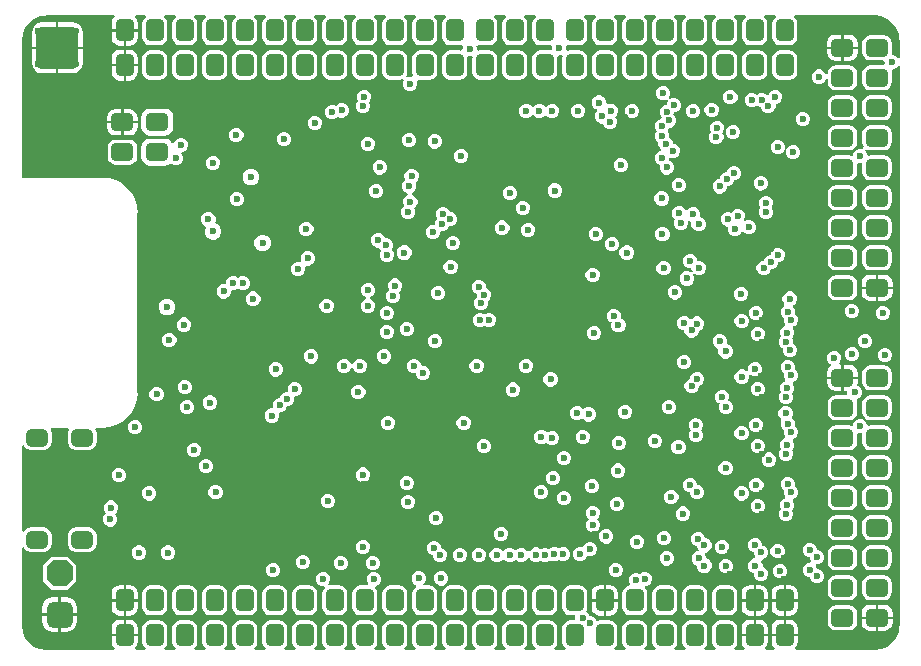
<source format=gbr>
%TF.GenerationSoftware,Altium Limited,Altium Designer,22.10.1 (41)*%
G04 Layer_Physical_Order=2*
G04 Layer_Color=36540*
%FSLAX45Y45*%
%MOMM*%
%TF.SameCoordinates,A8474BD1-FA4A-4BD0-88DA-22D9B4FA892B*%
%TF.FilePolarity,Positive*%
%TF.FileFunction,Copper,L2,Inr,Signal*%
%TF.Part,Single*%
G01*
G75*
%TA.AperFunction,ComponentPad*%
G04:AMPARAMS|DCode=99|XSize=1.8mm|YSize=1.45mm|CornerRadius=0.3625mm|HoleSize=0mm|Usage=FLASHONLY|Rotation=180.000|XOffset=0mm|YOffset=0mm|HoleType=Round|Shape=RoundedRectangle|*
%AMROUNDEDRECTD99*
21,1,1.80000,0.72500,0,0,180.0*
21,1,1.07500,1.45000,0,0,180.0*
1,1,0.72500,-0.53750,0.36250*
1,1,0.72500,0.53750,0.36250*
1,1,0.72500,0.53750,-0.36250*
1,1,0.72500,-0.53750,-0.36250*
%
%ADD99ROUNDEDRECTD99*%
G04:AMPARAMS|DCode=101|XSize=2.2mm|YSize=2.2mm|CornerRadius=0mm|HoleSize=0mm|Usage=FLASHONLY|Rotation=270.000|XOffset=0mm|YOffset=0mm|HoleType=Round|Shape=Octagon|*
%AMOCTAGOND101*
4,1,8,-0.55000,-1.10000,0.55000,-1.10000,1.10000,-0.55000,1.10000,0.55000,0.55000,1.10000,-0.55000,1.10000,-1.10000,0.55000,-1.10000,-0.55000,-0.55000,-1.10000,0.0*
%
%ADD101OCTAGOND101*%

G04:AMPARAMS|DCode=102|XSize=2.2mm|YSize=2.2mm|CornerRadius=0.55mm|HoleSize=0mm|Usage=FLASHONLY|Rotation=270.000|XOffset=0mm|YOffset=0mm|HoleType=Round|Shape=RoundedRectangle|*
%AMROUNDEDRECTD102*
21,1,2.20000,1.10000,0,0,270.0*
21,1,1.10000,2.20000,0,0,270.0*
1,1,1.10000,-0.55000,-0.55000*
1,1,1.10000,-0.55000,0.55000*
1,1,1.10000,0.55000,0.55000*
1,1,1.10000,0.55000,-0.55000*
%
%ADD102ROUNDEDRECTD102*%
%TA.AperFunction,ViaPad*%
%ADD103C,0.60000*%
%TA.AperFunction,ComponentPad*%
G04:AMPARAMS|DCode=104|XSize=1.5mm|YSize=1.9mm|CornerRadius=0.375mm|HoleSize=0mm|Usage=FLASHONLY|Rotation=270.000|XOffset=0mm|YOffset=0mm|HoleType=Round|Shape=RoundedRectangle|*
%AMROUNDEDRECTD104*
21,1,1.50000,1.15000,0,0,270.0*
21,1,0.75000,1.90000,0,0,270.0*
1,1,0.75000,-0.57500,-0.37500*
1,1,0.75000,-0.57500,0.37500*
1,1,0.75000,0.57500,0.37500*
1,1,0.75000,0.57500,-0.37500*
%
%ADD104ROUNDEDRECTD104*%
G04:AMPARAMS|DCode=105|XSize=1.5mm|YSize=1.9mm|CornerRadius=0.375mm|HoleSize=0mm|Usage=FLASHONLY|Rotation=0.000|XOffset=0mm|YOffset=0mm|HoleType=Round|Shape=RoundedRectangle|*
%AMROUNDEDRECTD105*
21,1,1.50000,1.15000,0,0,0.0*
21,1,0.75000,1.90000,0,0,0.0*
1,1,0.75000,0.37500,-0.57500*
1,1,0.75000,-0.37500,-0.57500*
1,1,0.75000,-0.37500,0.57500*
1,1,0.75000,0.37500,0.57500*
%
%ADD105ROUNDEDRECTD105*%
G04:AMPARAMS|DCode=106|XSize=3.6mm|YSize=3.6mm|CornerRadius=0.54mm|HoleSize=0mm|Usage=FLASHONLY|Rotation=0.000|XOffset=0mm|YOffset=0mm|HoleType=Round|Shape=RoundedRectangle|*
%AMROUNDEDRECTD106*
21,1,3.60000,2.52000,0,0,0.0*
21,1,2.52000,3.60000,0,0,0.0*
1,1,1.08000,1.26000,-1.26000*
1,1,1.08000,-1.26000,-1.26000*
1,1,1.08000,-1.26000,1.26000*
1,1,1.08000,1.26000,1.26000*
%
%ADD106ROUNDEDRECTD106*%
G36*
X8434462Y5410484D02*
X8485651Y5389281D01*
X8529609Y5355551D01*
X8563338Y5311594D01*
X8584542Y5260404D01*
X8589867Y5219955D01*
X8591113Y5205471D01*
X8591116Y5205460D01*
X8591116Y5190471D01*
X8591120Y5057416D01*
X8576120Y5054432D01*
X8575688Y5055475D01*
X8558809Y5072354D01*
X8536757Y5081488D01*
X8535268D01*
X8525753Y5093083D01*
X8528322Y5106000D01*
Y5181000D01*
X8523083Y5207337D01*
X8508164Y5229664D01*
X8485837Y5244583D01*
X8459500Y5249822D01*
X8344500D01*
X8318163Y5244583D01*
X8295836Y5229664D01*
X8280917Y5207337D01*
X8275678Y5181000D01*
Y5106000D01*
X8280917Y5079663D01*
X8295836Y5057336D01*
X8318163Y5042417D01*
X8344500Y5037178D01*
X8450964D01*
X8460462Y5034604D01*
X8464822Y5022943D01*
Y5010057D01*
X8464671Y5007715D01*
X8454274Y4995822D01*
X8344500D01*
X8318163Y4990583D01*
X8295836Y4975664D01*
X8280917Y4953337D01*
X8275678Y4927000D01*
Y4852000D01*
X8280917Y4825663D01*
X8295836Y4803336D01*
X8318163Y4788417D01*
X8344500Y4783178D01*
X8459500D01*
X8485837Y4788417D01*
X8508164Y4803336D01*
X8523083Y4825663D01*
X8528322Y4852000D01*
Y4927000D01*
X8524446Y4946488D01*
X8534304Y4961488D01*
X8536757D01*
X8558809Y4970623D01*
X8575688Y4987501D01*
X8576122Y4988549D01*
X8591122Y4985565D01*
X8591247Y270194D01*
X8591247Y269996D01*
Y255256D01*
X8589999Y240773D01*
X8584683Y200394D01*
X8563507Y149271D01*
X8529821Y105371D01*
X8485921Y71685D01*
X8434798Y50509D01*
X8381926Y43549D01*
X8379938Y43944D01*
X7711646D01*
X7707096Y58944D01*
X7709769Y60731D01*
X7725793Y84712D01*
X7731420Y113000D01*
Y160500D01*
X7508580D01*
Y113000D01*
X7514207Y84712D01*
X7530231Y60731D01*
X7532904Y58944D01*
X7528354Y43944D01*
X7457646D01*
X7453096Y58944D01*
X7455769Y60731D01*
X7471793Y84712D01*
X7477420Y113000D01*
Y160500D01*
X7254580D01*
Y113000D01*
X7260207Y84712D01*
X7276231Y60731D01*
X7278904Y58944D01*
X7274354Y43944D01*
X7194646D01*
X7190096Y58944D01*
X7198164Y64336D01*
X7213083Y86663D01*
X7218322Y113000D01*
Y228000D01*
X7213083Y254337D01*
X7198164Y276664D01*
X7175837Y291583D01*
X7149500Y296822D01*
X7074500D01*
X7048163Y291583D01*
X7025836Y276664D01*
X7010917Y254337D01*
X7005678Y228000D01*
Y113000D01*
X7010917Y86663D01*
X7025836Y64336D01*
X7033904Y58944D01*
X7029354Y43944D01*
X6940646D01*
X6936096Y58944D01*
X6944164Y64336D01*
X6959083Y86663D01*
X6964322Y113000D01*
Y228000D01*
X6959083Y254337D01*
X6944164Y276664D01*
X6921837Y291583D01*
X6895500Y296822D01*
X6820500D01*
X6794163Y291583D01*
X6771836Y276664D01*
X6756917Y254337D01*
X6751678Y228000D01*
Y113000D01*
X6756917Y86663D01*
X6771836Y64336D01*
X6779904Y58944D01*
X6775354Y43944D01*
X6686646D01*
X6682096Y58944D01*
X6690164Y64336D01*
X6705083Y86663D01*
X6710322Y113000D01*
Y228000D01*
X6705083Y254337D01*
X6690164Y276664D01*
X6667837Y291583D01*
X6641500Y296822D01*
X6566500D01*
X6540163Y291583D01*
X6517836Y276664D01*
X6502917Y254337D01*
X6497678Y228000D01*
Y113000D01*
X6502917Y86663D01*
X6517836Y64336D01*
X6525904Y58944D01*
X6521354Y43944D01*
X6432646D01*
X6428096Y58944D01*
X6436164Y64336D01*
X6451083Y86663D01*
X6456322Y113000D01*
Y228000D01*
X6451083Y254337D01*
X6436164Y276664D01*
X6413837Y291583D01*
X6387500Y296822D01*
X6312500D01*
X6286163Y291583D01*
X6263836Y276664D01*
X6248917Y254337D01*
X6243678Y228000D01*
Y113000D01*
X6248917Y86663D01*
X6263836Y64336D01*
X6271904Y58944D01*
X6267354Y43944D01*
X6178646D01*
X6174096Y58944D01*
X6182164Y64336D01*
X6197083Y86663D01*
X6202322Y113000D01*
Y228000D01*
X6197083Y254337D01*
X6182164Y276664D01*
X6159837Y291583D01*
X6133500Y296822D01*
X6058500D01*
X6032163Y291583D01*
X6023690Y294154D01*
X6018499Y306686D01*
X6001620Y323565D01*
X5979568Y332699D01*
X5966062D01*
X5958305Y351427D01*
X5941427Y368305D01*
X5939366Y375099D01*
X5943083Y380663D01*
X5948322Y407000D01*
Y522000D01*
X5943083Y548337D01*
X5928164Y570664D01*
X5905837Y585583D01*
X5879500Y590822D01*
X5804500D01*
X5778163Y585583D01*
X5755836Y570664D01*
X5740917Y548337D01*
X5735678Y522000D01*
Y407000D01*
X5740917Y380663D01*
X5755836Y358336D01*
X5778163Y343417D01*
X5804500Y338178D01*
X5841557D01*
X5847440Y329374D01*
Y305505D01*
X5841638Y296822D01*
X5804500D01*
X5778163Y291583D01*
X5755836Y276664D01*
X5740917Y254337D01*
X5735678Y228000D01*
Y113000D01*
X5740917Y86663D01*
X5755836Y64336D01*
X5763904Y58944D01*
X5759354Y43944D01*
X5670646D01*
X5666096Y58944D01*
X5674164Y64336D01*
X5689083Y86663D01*
X5694322Y113000D01*
Y228000D01*
X5689083Y254337D01*
X5674164Y276664D01*
X5651837Y291583D01*
X5625500Y296822D01*
X5550500D01*
X5524163Y291583D01*
X5501836Y276664D01*
X5486917Y254337D01*
X5481678Y228000D01*
Y113000D01*
X5486917Y86663D01*
X5501836Y64336D01*
X5509904Y58944D01*
X5505354Y43944D01*
X5416646D01*
X5412096Y58944D01*
X5420164Y64336D01*
X5435083Y86663D01*
X5440322Y113000D01*
Y228000D01*
X5435083Y254337D01*
X5420164Y276664D01*
X5397837Y291583D01*
X5371500Y296822D01*
X5296500D01*
X5270163Y291583D01*
X5247836Y276664D01*
X5232917Y254337D01*
X5227678Y228000D01*
Y113000D01*
X5232917Y86663D01*
X5247836Y64336D01*
X5255904Y58944D01*
X5251354Y43944D01*
X5162646D01*
X5158096Y58944D01*
X5166164Y64336D01*
X5181083Y86663D01*
X5186322Y113000D01*
Y228000D01*
X5181083Y254337D01*
X5166164Y276664D01*
X5143837Y291583D01*
X5117500Y296822D01*
X5042500D01*
X5016163Y291583D01*
X4993836Y276664D01*
X4978917Y254337D01*
X4973678Y228000D01*
Y113000D01*
X4978917Y86663D01*
X4993836Y64336D01*
X5001904Y58944D01*
X4997354Y43944D01*
X4908646D01*
X4904096Y58944D01*
X4912164Y64336D01*
X4927083Y86663D01*
X4932322Y113000D01*
Y228000D01*
X4927083Y254337D01*
X4912164Y276664D01*
X4889837Y291583D01*
X4863500Y296822D01*
X4788500D01*
X4762163Y291583D01*
X4739836Y276664D01*
X4724917Y254337D01*
X4719678Y228000D01*
Y113000D01*
X4724917Y86663D01*
X4739836Y64336D01*
X4747904Y58944D01*
X4743354Y43944D01*
X4654646D01*
X4650096Y58944D01*
X4658164Y64336D01*
X4673083Y86663D01*
X4678322Y113000D01*
Y228000D01*
X4673083Y254337D01*
X4658164Y276664D01*
X4635837Y291583D01*
X4609500Y296822D01*
X4534500D01*
X4508163Y291583D01*
X4485836Y276664D01*
X4470917Y254337D01*
X4465678Y228000D01*
Y113000D01*
X4470917Y86663D01*
X4485836Y64336D01*
X4493904Y58944D01*
X4489354Y43944D01*
X4400646D01*
X4396096Y58944D01*
X4404164Y64336D01*
X4419083Y86663D01*
X4424322Y113000D01*
Y228000D01*
X4419083Y254337D01*
X4404164Y276664D01*
X4381837Y291583D01*
X4355500Y296822D01*
X4280500D01*
X4254163Y291583D01*
X4231836Y276664D01*
X4216917Y254337D01*
X4211678Y228000D01*
Y113000D01*
X4216917Y86663D01*
X4231836Y64336D01*
X4239904Y58944D01*
X4235354Y43944D01*
X4146646D01*
X4142096Y58944D01*
X4150164Y64336D01*
X4165083Y86663D01*
X4170322Y113000D01*
Y228000D01*
X4165083Y254337D01*
X4150164Y276664D01*
X4127837Y291583D01*
X4101500Y296822D01*
X4026500D01*
X4000163Y291583D01*
X3977836Y276664D01*
X3962917Y254337D01*
X3957678Y228000D01*
Y113000D01*
X3962917Y86663D01*
X3977836Y64336D01*
X3985904Y58944D01*
X3981354Y43944D01*
X3892646D01*
X3888096Y58944D01*
X3896164Y64336D01*
X3911083Y86663D01*
X3916322Y113000D01*
Y228000D01*
X3911083Y254337D01*
X3896164Y276664D01*
X3873837Y291583D01*
X3847500Y296822D01*
X3772500D01*
X3746163Y291583D01*
X3723836Y276664D01*
X3708917Y254337D01*
X3703678Y228000D01*
Y113000D01*
X3708917Y86663D01*
X3723836Y64336D01*
X3731904Y58944D01*
X3727354Y43944D01*
X3638646D01*
X3634096Y58944D01*
X3642164Y64336D01*
X3657083Y86663D01*
X3662322Y113000D01*
Y228000D01*
X3657083Y254337D01*
X3642164Y276664D01*
X3619837Y291583D01*
X3593500Y296822D01*
X3518500D01*
X3492163Y291583D01*
X3469836Y276664D01*
X3454917Y254337D01*
X3449678Y228000D01*
Y113000D01*
X3454917Y86663D01*
X3469836Y64336D01*
X3477904Y58944D01*
X3473354Y43944D01*
X3384646D01*
X3380096Y58944D01*
X3388164Y64336D01*
X3403083Y86663D01*
X3408322Y113000D01*
Y228000D01*
X3403083Y254337D01*
X3388164Y276664D01*
X3365837Y291583D01*
X3339500Y296822D01*
X3264500D01*
X3238163Y291583D01*
X3215836Y276664D01*
X3200917Y254337D01*
X3195678Y228000D01*
Y113000D01*
X3200917Y86663D01*
X3215836Y64336D01*
X3223904Y58944D01*
X3219354Y43944D01*
X3130646D01*
X3126096Y58944D01*
X3134164Y64336D01*
X3149083Y86663D01*
X3154322Y113000D01*
Y228000D01*
X3149083Y254337D01*
X3134164Y276664D01*
X3111837Y291583D01*
X3085500Y296822D01*
X3010500D01*
X2984163Y291583D01*
X2961836Y276664D01*
X2946917Y254337D01*
X2941678Y228000D01*
Y113000D01*
X2946917Y86663D01*
X2961836Y64336D01*
X2969904Y58944D01*
X2965354Y43944D01*
X2876646D01*
X2872096Y58944D01*
X2880164Y64336D01*
X2895083Y86663D01*
X2900322Y113000D01*
Y228000D01*
X2895083Y254337D01*
X2880164Y276664D01*
X2857837Y291583D01*
X2831500Y296822D01*
X2756500D01*
X2730163Y291583D01*
X2707836Y276664D01*
X2692917Y254337D01*
X2687678Y228000D01*
Y113000D01*
X2692917Y86663D01*
X2707836Y64336D01*
X2715904Y58944D01*
X2711354Y43944D01*
X2622646D01*
X2618096Y58944D01*
X2626164Y64336D01*
X2641083Y86663D01*
X2646322Y113000D01*
Y228000D01*
X2641083Y254337D01*
X2626164Y276664D01*
X2603837Y291583D01*
X2577500Y296822D01*
X2502500D01*
X2476163Y291583D01*
X2453836Y276664D01*
X2438917Y254337D01*
X2433678Y228000D01*
Y113000D01*
X2438917Y86663D01*
X2453836Y64336D01*
X2461904Y58944D01*
X2457354Y43944D01*
X2368646D01*
X2364096Y58944D01*
X2372164Y64336D01*
X2387083Y86663D01*
X2392322Y113000D01*
Y228000D01*
X2387083Y254337D01*
X2372164Y276664D01*
X2349837Y291583D01*
X2323500Y296822D01*
X2248500D01*
X2222163Y291583D01*
X2199836Y276664D01*
X2184917Y254337D01*
X2179678Y228000D01*
Y113000D01*
X2184917Y86663D01*
X2199836Y64336D01*
X2207904Y58944D01*
X2203354Y43944D01*
X2123646D01*
X2119096Y58944D01*
X2121769Y60731D01*
X2137793Y84712D01*
X2143420Y113000D01*
Y160500D01*
X1920580D01*
Y113000D01*
X1926207Y84712D01*
X1942231Y60731D01*
X1944904Y58944D01*
X1940354Y43944D01*
X1371600D01*
X1369643Y43555D01*
X1317066Y50477D01*
X1266249Y71526D01*
X1222611Y105011D01*
X1189126Y148649D01*
X1168077Y199466D01*
X1161155Y252043D01*
X1161544Y254000D01*
Y906011D01*
X1175454Y914991D01*
X1176544Y914852D01*
X1190487Y893986D01*
X1212401Y879344D01*
X1238250Y874202D01*
X1345750D01*
X1371599Y879344D01*
X1393513Y893986D01*
X1408156Y915900D01*
X1413298Y941750D01*
Y1014250D01*
X1408156Y1040099D01*
X1393513Y1062013D01*
X1371599Y1076656D01*
X1345750Y1081798D01*
X1238250D01*
X1212401Y1076656D01*
X1190487Y1062013D01*
X1176544Y1041148D01*
X1175454Y1041009D01*
X1161544Y1049989D01*
Y1770011D01*
X1175454Y1778991D01*
X1176544Y1778852D01*
X1190487Y1757986D01*
X1212401Y1743344D01*
X1238250Y1738202D01*
X1345750D01*
X1371599Y1743344D01*
X1393513Y1757986D01*
X1408156Y1779900D01*
X1413298Y1805750D01*
Y1878250D01*
X1408156Y1904099D01*
X1403327Y1911327D01*
X1410397Y1924556D01*
X1553602D01*
X1560673Y1911327D01*
X1555844Y1904099D01*
X1550702Y1878250D01*
Y1805750D01*
X1555844Y1779900D01*
X1570487Y1757986D01*
X1592401Y1743344D01*
X1618250Y1738202D01*
X1725750D01*
X1751599Y1743344D01*
X1773513Y1757986D01*
X1788156Y1779900D01*
X1793298Y1805750D01*
Y1878250D01*
X1788156Y1904099D01*
X1783327Y1911327D01*
X1790397Y1924556D01*
X1841500D01*
Y1923962D01*
X1899742Y1929699D01*
X1955745Y1946687D01*
X2007359Y1974275D01*
X2052598Y2011402D01*
X2089725Y2056641D01*
X2117313Y2108255D01*
X2134301Y2164258D01*
X2140038Y2222500D01*
X2139444D01*
Y3746500D01*
X2140038D01*
X2134301Y3804742D01*
X2117313Y3860745D01*
X2089725Y3912359D01*
X2052598Y3957598D01*
X2007359Y3994725D01*
X1955745Y4022313D01*
X1899742Y4039301D01*
X1841500Y4045038D01*
Y4044444D01*
X1161544D01*
Y5207000D01*
X1161155Y5208958D01*
X1168077Y5261534D01*
X1189126Y5312351D01*
X1222610Y5355989D01*
X1266248Y5389474D01*
X1317066Y5410523D01*
X1357121Y5415796D01*
X1371600Y5417055D01*
Y5417056D01*
X1940354D01*
X1944904Y5402056D01*
X1942231Y5400269D01*
X1926207Y5376288D01*
X1920580Y5348000D01*
Y5300500D01*
X2143420D01*
Y5348000D01*
X2137793Y5376288D01*
X2121769Y5400269D01*
X2119096Y5402056D01*
X2123646Y5417056D01*
X2203354D01*
X2207904Y5402056D01*
X2199836Y5396664D01*
X2184917Y5374337D01*
X2179678Y5348000D01*
Y5233000D01*
X2184917Y5206663D01*
X2199836Y5184336D01*
X2222163Y5169417D01*
X2248500Y5164178D01*
X2323500D01*
X2349837Y5169417D01*
X2372164Y5184336D01*
X2387083Y5206663D01*
X2392322Y5233000D01*
Y5348000D01*
X2387083Y5374337D01*
X2372164Y5396664D01*
X2364096Y5402056D01*
X2368646Y5417056D01*
X2457354D01*
X2461904Y5402056D01*
X2453836Y5396664D01*
X2438917Y5374337D01*
X2433678Y5348000D01*
Y5233000D01*
X2438917Y5206663D01*
X2453836Y5184336D01*
X2476163Y5169417D01*
X2502500Y5164178D01*
X2577500D01*
X2603837Y5169417D01*
X2626164Y5184336D01*
X2641083Y5206663D01*
X2646322Y5233000D01*
Y5348000D01*
X2641083Y5374337D01*
X2626164Y5396664D01*
X2618096Y5402056D01*
X2622646Y5417056D01*
X2711354D01*
X2715904Y5402056D01*
X2707836Y5396664D01*
X2692917Y5374337D01*
X2687678Y5348000D01*
Y5233000D01*
X2692917Y5206663D01*
X2707836Y5184336D01*
X2730163Y5169417D01*
X2756500Y5164178D01*
X2831500D01*
X2857837Y5169417D01*
X2880164Y5184336D01*
X2895083Y5206663D01*
X2900322Y5233000D01*
Y5348000D01*
X2895083Y5374337D01*
X2880164Y5396664D01*
X2872096Y5402056D01*
X2876646Y5417056D01*
X2965354D01*
X2969904Y5402056D01*
X2961836Y5396664D01*
X2946917Y5374337D01*
X2941678Y5348000D01*
Y5233000D01*
X2946917Y5206663D01*
X2961836Y5184336D01*
X2984163Y5169417D01*
X3010500Y5164178D01*
X3085500D01*
X3111837Y5169417D01*
X3134164Y5184336D01*
X3149083Y5206663D01*
X3154322Y5233000D01*
Y5348000D01*
X3149083Y5374337D01*
X3134164Y5396664D01*
X3126096Y5402056D01*
X3130646Y5417056D01*
X3219354D01*
X3223904Y5402056D01*
X3215836Y5396664D01*
X3200917Y5374337D01*
X3195678Y5348000D01*
Y5233000D01*
X3200917Y5206663D01*
X3215836Y5184336D01*
X3238163Y5169417D01*
X3264500Y5164178D01*
X3339500D01*
X3365837Y5169417D01*
X3388164Y5184336D01*
X3403083Y5206663D01*
X3408322Y5233000D01*
Y5348000D01*
X3403083Y5374337D01*
X3388164Y5396664D01*
X3380096Y5402056D01*
X3384646Y5417056D01*
X3473354D01*
X3477904Y5402056D01*
X3469836Y5396664D01*
X3454917Y5374337D01*
X3449678Y5348000D01*
Y5233000D01*
X3454917Y5206663D01*
X3469836Y5184336D01*
X3492163Y5169417D01*
X3518500Y5164178D01*
X3593500D01*
X3619837Y5169417D01*
X3642164Y5184336D01*
X3657083Y5206663D01*
X3662322Y5233000D01*
Y5348000D01*
X3657083Y5374337D01*
X3642164Y5396664D01*
X3634096Y5402056D01*
X3638646Y5417056D01*
X3727354D01*
X3731904Y5402056D01*
X3723836Y5396664D01*
X3708917Y5374337D01*
X3703678Y5348000D01*
Y5233000D01*
X3708917Y5206663D01*
X3723836Y5184336D01*
X3746163Y5169417D01*
X3772500Y5164178D01*
X3847500D01*
X3873837Y5169417D01*
X3896164Y5184336D01*
X3911083Y5206663D01*
X3916322Y5233000D01*
Y5348000D01*
X3911083Y5374337D01*
X3896164Y5396664D01*
X3888096Y5402056D01*
X3892646Y5417056D01*
X3981354D01*
X3985904Y5402056D01*
X3977836Y5396664D01*
X3962917Y5374337D01*
X3957678Y5348000D01*
Y5233000D01*
X3962917Y5206663D01*
X3977836Y5184336D01*
X4000163Y5169417D01*
X4026500Y5164178D01*
X4101500D01*
X4127837Y5169417D01*
X4150164Y5184336D01*
X4165083Y5206663D01*
X4170322Y5233000D01*
Y5348000D01*
X4165083Y5374337D01*
X4150164Y5396664D01*
X4142096Y5402056D01*
X4146646Y5417056D01*
X4235354D01*
X4239904Y5402056D01*
X4231836Y5396664D01*
X4216917Y5374337D01*
X4211678Y5348000D01*
Y5233000D01*
X4216917Y5206663D01*
X4231836Y5184336D01*
X4254163Y5169417D01*
X4280500Y5164178D01*
X4355500D01*
X4381837Y5169417D01*
X4404164Y5184336D01*
X4419083Y5206663D01*
X4424322Y5233000D01*
Y5348000D01*
X4419083Y5374337D01*
X4404164Y5396664D01*
X4396096Y5402056D01*
X4400646Y5417056D01*
X4489354D01*
X4493904Y5402056D01*
X4485836Y5396664D01*
X4470917Y5374337D01*
X4465678Y5348000D01*
Y5233000D01*
X4470917Y5206663D01*
X4485836Y5184336D01*
X4508163Y5169417D01*
X4534500Y5164178D01*
X4609500D01*
X4635837Y5169417D01*
X4658164Y5184336D01*
X4673083Y5206663D01*
X4678322Y5233000D01*
Y5348000D01*
X4673083Y5374337D01*
X4658164Y5396664D01*
X4650096Y5402056D01*
X4654646Y5417056D01*
X4743354D01*
X4747904Y5402056D01*
X4739836Y5396664D01*
X4724917Y5374337D01*
X4719678Y5348000D01*
Y5233000D01*
X4724917Y5206663D01*
X4739836Y5184336D01*
X4762163Y5169417D01*
X4788500Y5164178D01*
X4863500D01*
X4884170Y5168289D01*
X4895310Y5156815D01*
X4895486Y5156411D01*
X4892487Y5149171D01*
Y5132350D01*
X4881053Y5120773D01*
X4878629Y5119813D01*
X4863500Y5122822D01*
X4788500D01*
X4762163Y5117583D01*
X4739836Y5102664D01*
X4724917Y5080337D01*
X4719678Y5054000D01*
Y4939000D01*
X4724917Y4912663D01*
X4739836Y4890336D01*
X4762163Y4875417D01*
X4788500Y4870178D01*
X4863500D01*
X4889837Y4875417D01*
X4912164Y4890336D01*
X4927083Y4912663D01*
X4932322Y4939000D01*
Y5054000D01*
X4930066Y5065344D01*
X4935793Y5071839D01*
X4942994Y5077236D01*
X4963006D01*
X4965257Y5076414D01*
X4976027Y5065807D01*
X4973678Y5054000D01*
Y4939000D01*
X4978917Y4912663D01*
X4993836Y4890336D01*
X5016163Y4875417D01*
X5042500Y4870178D01*
X5117500D01*
X5143837Y4875417D01*
X5166164Y4890336D01*
X5181083Y4912663D01*
X5186322Y4939000D01*
Y5054000D01*
X5181083Y5080337D01*
X5166164Y5102664D01*
X5143837Y5117583D01*
X5117500Y5122822D01*
X5042500D01*
X5026345Y5119609D01*
X5023632Y5120723D01*
X5012487Y5131794D01*
Y5149171D01*
X5009396Y5156633D01*
X5010690Y5159077D01*
X5020712Y5168512D01*
X5042500Y5164178D01*
X5117500D01*
X5143837Y5169417D01*
X5166164Y5184336D01*
X5181083Y5206663D01*
X5186322Y5233000D01*
Y5348000D01*
X5181083Y5374337D01*
X5166164Y5396664D01*
X5158096Y5402056D01*
X5162646Y5417056D01*
X5251354D01*
X5255904Y5402056D01*
X5247836Y5396664D01*
X5232917Y5374337D01*
X5227678Y5348000D01*
Y5233000D01*
X5232917Y5206663D01*
X5247836Y5184336D01*
X5270163Y5169417D01*
X5296500Y5164178D01*
X5371500D01*
X5397837Y5169417D01*
X5420164Y5184336D01*
X5435083Y5206663D01*
X5440322Y5233000D01*
Y5348000D01*
X5435083Y5374337D01*
X5420164Y5396664D01*
X5412096Y5402056D01*
X5416646Y5417056D01*
X5505354D01*
X5509904Y5402056D01*
X5501836Y5396664D01*
X5486917Y5374337D01*
X5481678Y5348000D01*
Y5233000D01*
X5486917Y5206663D01*
X5501836Y5184336D01*
X5524163Y5169417D01*
X5550500Y5164178D01*
X5625500D01*
X5640734Y5167208D01*
X5651524Y5154060D01*
X5650469Y5151513D01*
Y5133149D01*
X5640363Y5122203D01*
X5637193Y5120496D01*
X5625500Y5122822D01*
X5550500D01*
X5524163Y5117583D01*
X5501836Y5102664D01*
X5486917Y5080337D01*
X5481678Y5054000D01*
Y4939000D01*
X5486917Y4912663D01*
X5501836Y4890336D01*
X5524163Y4875417D01*
X5550500Y4870178D01*
X5625500D01*
X5651837Y4875417D01*
X5674164Y4890336D01*
X5689083Y4912663D01*
X5694322Y4939000D01*
Y5054000D01*
X5691919Y5066083D01*
X5693377Y5069058D01*
X5704528Y5079578D01*
X5722403D01*
X5725747Y5080963D01*
X5738895Y5070174D01*
X5735678Y5054000D01*
Y4939000D01*
X5740917Y4912663D01*
X5755836Y4890336D01*
X5778163Y4875417D01*
X5804500Y4870178D01*
X5879500D01*
X5905837Y4875417D01*
X5928164Y4890336D01*
X5943083Y4912663D01*
X5948322Y4939000D01*
Y5054000D01*
X5943083Y5080337D01*
X5928164Y5102664D01*
X5905837Y5117583D01*
X5879500Y5122822D01*
X5804500D01*
X5782930Y5118532D01*
X5776461Y5123262D01*
X5772091Y5127526D01*
X5770469Y5130183D01*
Y5151513D01*
X5767602Y5158433D01*
X5774879Y5166001D01*
X5779390Y5169173D01*
X5804500Y5164178D01*
X5879500D01*
X5905837Y5169417D01*
X5928164Y5184336D01*
X5943083Y5206663D01*
X5948322Y5233000D01*
Y5348000D01*
X5943083Y5374337D01*
X5928164Y5396664D01*
X5920096Y5402056D01*
X5924646Y5417056D01*
X6013354D01*
X6017904Y5402056D01*
X6009836Y5396664D01*
X5994917Y5374337D01*
X5989678Y5348000D01*
Y5233000D01*
X5994917Y5206663D01*
X6009836Y5184336D01*
X6032163Y5169417D01*
X6058500Y5164178D01*
X6133500D01*
X6159837Y5169417D01*
X6182164Y5184336D01*
X6197083Y5206663D01*
X6202322Y5233000D01*
Y5348000D01*
X6197083Y5374337D01*
X6182164Y5396664D01*
X6174096Y5402056D01*
X6178646Y5417056D01*
X6267354D01*
X6271904Y5402056D01*
X6263836Y5396664D01*
X6248917Y5374337D01*
X6243678Y5348000D01*
Y5233000D01*
X6248917Y5206663D01*
X6263836Y5184336D01*
X6286163Y5169417D01*
X6312500Y5164178D01*
X6387500D01*
X6413837Y5169417D01*
X6436164Y5184336D01*
X6451083Y5206663D01*
X6456322Y5233000D01*
Y5348000D01*
X6451083Y5374337D01*
X6436164Y5396664D01*
X6428096Y5402056D01*
X6432646Y5417056D01*
X6521354D01*
X6525904Y5402056D01*
X6517836Y5396664D01*
X6502917Y5374337D01*
X6497678Y5348000D01*
Y5233000D01*
X6502917Y5206663D01*
X6517836Y5184336D01*
X6540163Y5169417D01*
X6566500Y5164178D01*
X6641500D01*
X6667837Y5169417D01*
X6690164Y5184336D01*
X6705083Y5206663D01*
X6710322Y5233000D01*
Y5348000D01*
X6705083Y5374337D01*
X6690164Y5396664D01*
X6682096Y5402056D01*
X6686646Y5417056D01*
X6775354D01*
X6779904Y5402056D01*
X6771836Y5396664D01*
X6756917Y5374337D01*
X6751678Y5348000D01*
Y5233000D01*
X6756917Y5206663D01*
X6771836Y5184336D01*
X6794163Y5169417D01*
X6820500Y5164178D01*
X6895500D01*
X6921837Y5169417D01*
X6944164Y5184336D01*
X6959083Y5206663D01*
X6964322Y5233000D01*
Y5348000D01*
X6959083Y5374337D01*
X6944164Y5396664D01*
X6936096Y5402056D01*
X6940646Y5417056D01*
X7029354D01*
X7033904Y5402056D01*
X7025836Y5396664D01*
X7010917Y5374337D01*
X7005678Y5348000D01*
Y5233000D01*
X7010917Y5206663D01*
X7025836Y5184336D01*
X7048163Y5169417D01*
X7074500Y5164178D01*
X7149500D01*
X7175837Y5169417D01*
X7198164Y5184336D01*
X7213083Y5206663D01*
X7218322Y5233000D01*
Y5348000D01*
X7213083Y5374337D01*
X7198164Y5396664D01*
X7190096Y5402056D01*
X7194646Y5417056D01*
X7283354D01*
X7287904Y5402056D01*
X7279836Y5396664D01*
X7264917Y5374337D01*
X7259678Y5348000D01*
Y5233000D01*
X7264917Y5206663D01*
X7279836Y5184336D01*
X7302163Y5169417D01*
X7328500Y5164178D01*
X7403500D01*
X7429837Y5169417D01*
X7452164Y5184336D01*
X7467083Y5206663D01*
X7472322Y5233000D01*
Y5348000D01*
X7467083Y5374337D01*
X7452164Y5396664D01*
X7444096Y5402056D01*
X7448646Y5417056D01*
X7537354D01*
X7541904Y5402056D01*
X7533836Y5396664D01*
X7518917Y5374337D01*
X7513678Y5348000D01*
Y5233000D01*
X7518917Y5206663D01*
X7533836Y5184336D01*
X7556163Y5169417D01*
X7582500Y5164178D01*
X7657500D01*
X7683837Y5169417D01*
X7706164Y5184336D01*
X7721083Y5206663D01*
X7726322Y5233000D01*
Y5348000D01*
X7721083Y5374337D01*
X7706164Y5396664D01*
X7698096Y5402056D01*
X7702646Y5417056D01*
X8379531D01*
X8381527Y5417453D01*
X8434462Y5410484D01*
D02*
G37*
%LPC*%
G36*
X2143420Y5280500D02*
X2042000D01*
Y5159080D01*
X2069500D01*
X2097788Y5164707D01*
X2121769Y5180731D01*
X2137793Y5204712D01*
X2143420Y5233000D01*
Y5280500D01*
D02*
G37*
G36*
X2022000D02*
X1920580D01*
Y5233000D01*
X1926207Y5204712D01*
X1942231Y5180731D01*
X1966212Y5164707D01*
X1994500Y5159080D01*
X2022000D01*
Y5280500D01*
D02*
G37*
G36*
X8165500Y5254920D02*
X8118000D01*
Y5153500D01*
X8239420D01*
Y5181000D01*
X8233793Y5209288D01*
X8217769Y5233269D01*
X8193788Y5249293D01*
X8165500Y5254920D01*
D02*
G37*
G36*
X1586500Y5360244D02*
X1470500D01*
Y5153500D01*
X1677244D01*
Y5269500D01*
X1670336Y5304226D01*
X1650665Y5333665D01*
X1621226Y5353336D01*
X1586500Y5360244D01*
D02*
G37*
G36*
X1450500D02*
X1334500D01*
X1299774Y5353336D01*
X1270335Y5333665D01*
X1250664Y5304226D01*
X1243756Y5269500D01*
Y5153500D01*
X1450500D01*
Y5360244D01*
D02*
G37*
G36*
X8098000Y5254920D02*
X8050500D01*
X8022212Y5249293D01*
X7998231Y5233269D01*
X7982207Y5209288D01*
X7976580Y5181000D01*
Y5153500D01*
X8098000D01*
Y5254920D01*
D02*
G37*
G36*
X8239420Y5133500D02*
X8118000D01*
Y5032080D01*
X8165500D01*
X8193788Y5037707D01*
X8217769Y5053731D01*
X8233793Y5077712D01*
X8239420Y5106000D01*
Y5133500D01*
D02*
G37*
G36*
X8098000D02*
X7976580D01*
Y5106000D01*
X7982207Y5077712D01*
X7998231Y5053731D01*
X8022212Y5037707D01*
X8050500Y5032080D01*
X8098000D01*
Y5133500D01*
D02*
G37*
G36*
X2069500Y5127920D02*
X2042000D01*
Y5006500D01*
X2143420D01*
Y5054000D01*
X2137793Y5082288D01*
X2121769Y5106269D01*
X2097788Y5122293D01*
X2069500Y5127920D01*
D02*
G37*
G36*
X2022000D02*
X1994500D01*
X1966212Y5122293D01*
X1942231Y5106269D01*
X1926207Y5082288D01*
X1920580Y5054000D01*
Y5006500D01*
X2022000D01*
Y5127920D01*
D02*
G37*
G36*
X1677244Y5133500D02*
X1470500D01*
Y4926756D01*
X1586500D01*
X1621226Y4933664D01*
X1650665Y4953335D01*
X1670336Y4982774D01*
X1677244Y5017500D01*
Y5133500D01*
D02*
G37*
G36*
X1450500D02*
X1243756D01*
Y5017500D01*
X1250664Y4982774D01*
X1270335Y4953335D01*
X1299774Y4933664D01*
X1334500Y4926756D01*
X1450500D01*
Y5133500D01*
D02*
G37*
G36*
X8165500Y4995822D02*
X8050500D01*
X8024163Y4990583D01*
X8001836Y4975664D01*
X7986917Y4953337D01*
X7981678Y4927000D01*
Y4922938D01*
X7966678Y4919955D01*
X7960865Y4933987D01*
X7943987Y4950866D01*
X7921935Y4960000D01*
X7898065D01*
X7876013Y4950866D01*
X7859134Y4933987D01*
X7850000Y4911935D01*
Y4888065D01*
X7859134Y4866013D01*
X7876013Y4849135D01*
X7898065Y4840000D01*
X7921935D01*
X7943987Y4849135D01*
X7960865Y4866013D01*
X7966678Y4880046D01*
X7981678Y4877062D01*
Y4852000D01*
X7986917Y4825663D01*
X8001836Y4803336D01*
X8024163Y4788417D01*
X8050500Y4783178D01*
X8165500D01*
X8191837Y4788417D01*
X8214164Y4803336D01*
X8229083Y4825663D01*
X8234322Y4852000D01*
Y4927000D01*
X8229083Y4953337D01*
X8214164Y4975664D01*
X8191837Y4990583D01*
X8165500Y4995822D01*
D02*
G37*
G36*
X4609500Y5122822D02*
X4534500D01*
X4508163Y5117583D01*
X4485836Y5102664D01*
X4470917Y5080337D01*
X4465678Y5054000D01*
Y4939000D01*
X4470917Y4912663D01*
X4471053Y4912459D01*
X4463506Y4902147D01*
X4461338Y4900000D01*
X4438065D01*
X4425064Y4894615D01*
X4415120Y4906732D01*
X4419083Y4912663D01*
X4424322Y4939000D01*
Y5054000D01*
X4419083Y5080337D01*
X4404164Y5102664D01*
X4381837Y5117583D01*
X4355500Y5122822D01*
X4280500D01*
X4254163Y5117583D01*
X4231836Y5102664D01*
X4216917Y5080337D01*
X4211678Y5054000D01*
Y4939000D01*
X4216917Y4912663D01*
X4231836Y4890336D01*
X4254163Y4875417D01*
X4280500Y4870178D01*
X4355500D01*
X4381837Y4875417D01*
X4384124Y4876945D01*
X4396240Y4867000D01*
X4390000Y4851935D01*
Y4828065D01*
X4399134Y4806013D01*
X4416013Y4789134D01*
X4438065Y4780000D01*
X4461935D01*
X4483987Y4789134D01*
X4500866Y4806013D01*
X4510000Y4828065D01*
Y4851935D01*
X4506469Y4860460D01*
X4517259Y4873607D01*
X4534500Y4870178D01*
X4609500D01*
X4635837Y4875417D01*
X4658164Y4890336D01*
X4673083Y4912663D01*
X4678322Y4939000D01*
Y5054000D01*
X4673083Y5080337D01*
X4658164Y5102664D01*
X4635837Y5117583D01*
X4609500Y5122822D01*
D02*
G37*
G36*
X7657500D02*
X7582500D01*
X7556163Y5117583D01*
X7533836Y5102664D01*
X7518917Y5080337D01*
X7513678Y5054000D01*
Y4939000D01*
X7518917Y4912663D01*
X7533836Y4890336D01*
X7556163Y4875417D01*
X7582500Y4870178D01*
X7657500D01*
X7683837Y4875417D01*
X7706164Y4890336D01*
X7721083Y4912663D01*
X7726322Y4939000D01*
Y5054000D01*
X7721083Y5080337D01*
X7706164Y5102664D01*
X7683837Y5117583D01*
X7657500Y5122822D01*
D02*
G37*
G36*
X7403500D02*
X7328500D01*
X7302163Y5117583D01*
X7279836Y5102664D01*
X7264917Y5080337D01*
X7259678Y5054000D01*
Y4939000D01*
X7264917Y4912663D01*
X7279836Y4890336D01*
X7302163Y4875417D01*
X7328500Y4870178D01*
X7403500D01*
X7429837Y4875417D01*
X7452164Y4890336D01*
X7467083Y4912663D01*
X7472322Y4939000D01*
Y5054000D01*
X7467083Y5080337D01*
X7452164Y5102664D01*
X7429837Y5117583D01*
X7403500Y5122822D01*
D02*
G37*
G36*
X7149500D02*
X7074500D01*
X7048163Y5117583D01*
X7025836Y5102664D01*
X7010917Y5080337D01*
X7005678Y5054000D01*
Y4939000D01*
X7010917Y4912663D01*
X7025836Y4890336D01*
X7048163Y4875417D01*
X7074500Y4870178D01*
X7149500D01*
X7175837Y4875417D01*
X7198164Y4890336D01*
X7213083Y4912663D01*
X7218322Y4939000D01*
Y5054000D01*
X7213083Y5080337D01*
X7198164Y5102664D01*
X7175837Y5117583D01*
X7149500Y5122822D01*
D02*
G37*
G36*
X6895500D02*
X6820500D01*
X6794163Y5117583D01*
X6771836Y5102664D01*
X6756917Y5080337D01*
X6751678Y5054000D01*
Y4939000D01*
X6756917Y4912663D01*
X6771836Y4890336D01*
X6794163Y4875417D01*
X6820500Y4870178D01*
X6895500D01*
X6921837Y4875417D01*
X6944164Y4890336D01*
X6959083Y4912663D01*
X6964322Y4939000D01*
Y5054000D01*
X6959083Y5080337D01*
X6944164Y5102664D01*
X6921837Y5117583D01*
X6895500Y5122822D01*
D02*
G37*
G36*
X6641500D02*
X6566500D01*
X6540163Y5117583D01*
X6517836Y5102664D01*
X6502917Y5080337D01*
X6497678Y5054000D01*
Y4939000D01*
X6502917Y4912663D01*
X6517836Y4890336D01*
X6540163Y4875417D01*
X6566500Y4870178D01*
X6641500D01*
X6667837Y4875417D01*
X6690164Y4890336D01*
X6705083Y4912663D01*
X6710322Y4939000D01*
Y5054000D01*
X6705083Y5080337D01*
X6690164Y5102664D01*
X6667837Y5117583D01*
X6641500Y5122822D01*
D02*
G37*
G36*
X6387500D02*
X6312500D01*
X6286163Y5117583D01*
X6263836Y5102664D01*
X6248917Y5080337D01*
X6243678Y5054000D01*
Y4939000D01*
X6248917Y4912663D01*
X6263836Y4890336D01*
X6286163Y4875417D01*
X6312500Y4870178D01*
X6387500D01*
X6413837Y4875417D01*
X6436164Y4890336D01*
X6451083Y4912663D01*
X6456322Y4939000D01*
Y5054000D01*
X6451083Y5080337D01*
X6436164Y5102664D01*
X6413837Y5117583D01*
X6387500Y5122822D01*
D02*
G37*
G36*
X6133500D02*
X6058500D01*
X6032163Y5117583D01*
X6009836Y5102664D01*
X5994917Y5080337D01*
X5989678Y5054000D01*
Y4939000D01*
X5994917Y4912663D01*
X6009836Y4890336D01*
X6032163Y4875417D01*
X6058500Y4870178D01*
X6133500D01*
X6159837Y4875417D01*
X6182164Y4890336D01*
X6197083Y4912663D01*
X6202322Y4939000D01*
Y5054000D01*
X6197083Y5080337D01*
X6182164Y5102664D01*
X6159837Y5117583D01*
X6133500Y5122822D01*
D02*
G37*
G36*
X5371500D02*
X5296500D01*
X5270163Y5117583D01*
X5247836Y5102664D01*
X5232917Y5080337D01*
X5227678Y5054000D01*
Y4939000D01*
X5232917Y4912663D01*
X5247836Y4890336D01*
X5270163Y4875417D01*
X5296500Y4870178D01*
X5371500D01*
X5397837Y4875417D01*
X5420164Y4890336D01*
X5435083Y4912663D01*
X5440322Y4939000D01*
Y5054000D01*
X5435083Y5080337D01*
X5420164Y5102664D01*
X5397837Y5117583D01*
X5371500Y5122822D01*
D02*
G37*
G36*
X4101500D02*
X4026500D01*
X4000163Y5117583D01*
X3977836Y5102664D01*
X3962917Y5080337D01*
X3957678Y5054000D01*
Y4939000D01*
X3962917Y4912663D01*
X3977836Y4890336D01*
X4000163Y4875417D01*
X4026500Y4870178D01*
X4101500D01*
X4127837Y4875417D01*
X4150164Y4890336D01*
X4165083Y4912663D01*
X4170322Y4939000D01*
Y5054000D01*
X4165083Y5080337D01*
X4150164Y5102664D01*
X4127837Y5117583D01*
X4101500Y5122822D01*
D02*
G37*
G36*
X3847500D02*
X3772500D01*
X3746163Y5117583D01*
X3723836Y5102664D01*
X3708917Y5080337D01*
X3703678Y5054000D01*
Y4939000D01*
X3708917Y4912663D01*
X3723836Y4890336D01*
X3746163Y4875417D01*
X3772500Y4870178D01*
X3847500D01*
X3873837Y4875417D01*
X3896164Y4890336D01*
X3911083Y4912663D01*
X3916322Y4939000D01*
Y5054000D01*
X3911083Y5080337D01*
X3896164Y5102664D01*
X3873837Y5117583D01*
X3847500Y5122822D01*
D02*
G37*
G36*
X3593500D02*
X3518500D01*
X3492163Y5117583D01*
X3469836Y5102664D01*
X3454917Y5080337D01*
X3449678Y5054000D01*
Y4939000D01*
X3454917Y4912663D01*
X3469836Y4890336D01*
X3492163Y4875417D01*
X3518500Y4870178D01*
X3593500D01*
X3619837Y4875417D01*
X3642164Y4890336D01*
X3657083Y4912663D01*
X3662322Y4939000D01*
Y5054000D01*
X3657083Y5080337D01*
X3642164Y5102664D01*
X3619837Y5117583D01*
X3593500Y5122822D01*
D02*
G37*
G36*
X3339500D02*
X3264500D01*
X3238163Y5117583D01*
X3215836Y5102664D01*
X3200917Y5080337D01*
X3195678Y5054000D01*
Y4939000D01*
X3200917Y4912663D01*
X3215836Y4890336D01*
X3238163Y4875417D01*
X3264500Y4870178D01*
X3339500D01*
X3365837Y4875417D01*
X3388164Y4890336D01*
X3403083Y4912663D01*
X3408322Y4939000D01*
Y5054000D01*
X3403083Y5080337D01*
X3388164Y5102664D01*
X3365837Y5117583D01*
X3339500Y5122822D01*
D02*
G37*
G36*
X3085500D02*
X3010500D01*
X2984163Y5117583D01*
X2961836Y5102664D01*
X2946917Y5080337D01*
X2941678Y5054000D01*
Y4939000D01*
X2946917Y4912663D01*
X2961836Y4890336D01*
X2984163Y4875417D01*
X3010500Y4870178D01*
X3085500D01*
X3111837Y4875417D01*
X3134164Y4890336D01*
X3149083Y4912663D01*
X3154322Y4939000D01*
Y5054000D01*
X3149083Y5080337D01*
X3134164Y5102664D01*
X3111837Y5117583D01*
X3085500Y5122822D01*
D02*
G37*
G36*
X2831500D02*
X2756500D01*
X2730163Y5117583D01*
X2707836Y5102664D01*
X2692917Y5080337D01*
X2687678Y5054000D01*
Y4939000D01*
X2692917Y4912663D01*
X2707836Y4890336D01*
X2730163Y4875417D01*
X2756500Y4870178D01*
X2831500D01*
X2857837Y4875417D01*
X2880164Y4890336D01*
X2895083Y4912663D01*
X2900322Y4939000D01*
Y5054000D01*
X2895083Y5080337D01*
X2880164Y5102664D01*
X2857837Y5117583D01*
X2831500Y5122822D01*
D02*
G37*
G36*
X2577500D02*
X2502500D01*
X2476163Y5117583D01*
X2453836Y5102664D01*
X2438917Y5080337D01*
X2433678Y5054000D01*
Y4939000D01*
X2438917Y4912663D01*
X2453836Y4890336D01*
X2476163Y4875417D01*
X2502500Y4870178D01*
X2577500D01*
X2603837Y4875417D01*
X2626164Y4890336D01*
X2641083Y4912663D01*
X2646322Y4939000D01*
Y5054000D01*
X2641083Y5080337D01*
X2626164Y5102664D01*
X2603837Y5117583D01*
X2577500Y5122822D01*
D02*
G37*
G36*
X2323500D02*
X2248500D01*
X2222163Y5117583D01*
X2199836Y5102664D01*
X2184917Y5080337D01*
X2179678Y5054000D01*
Y4939000D01*
X2184917Y4912663D01*
X2199836Y4890336D01*
X2222163Y4875417D01*
X2248500Y4870178D01*
X2323500D01*
X2349837Y4875417D01*
X2372164Y4890336D01*
X2387083Y4912663D01*
X2392322Y4939000D01*
Y5054000D01*
X2387083Y5080337D01*
X2372164Y5102664D01*
X2349837Y5117583D01*
X2323500Y5122822D01*
D02*
G37*
G36*
X2143420Y4986500D02*
X2042000D01*
Y4865080D01*
X2069500D01*
X2097788Y4870707D01*
X2121769Y4886731D01*
X2137793Y4910712D01*
X2143420Y4939000D01*
Y4986500D01*
D02*
G37*
G36*
X2022000D02*
X1920580D01*
Y4939000D01*
X1926207Y4910712D01*
X1942231Y4886731D01*
X1966212Y4870707D01*
X1994500Y4865080D01*
X2022000D01*
Y4986500D01*
D02*
G37*
G36*
X7551935Y4790000D02*
X7528065D01*
X7506013Y4780865D01*
X7489134Y4763987D01*
X7482252Y4747371D01*
X7467839Y4742805D01*
X7465432Y4742978D01*
X7458387Y4750022D01*
X7436335Y4759156D01*
X7412465D01*
X7390413Y4750022D01*
X7382622Y4742231D01*
X7373987Y4750866D01*
X7351935Y4760000D01*
X7328065D01*
X7306013Y4750866D01*
X7289135Y4733987D01*
X7280000Y4711935D01*
Y4688065D01*
X7289135Y4666013D01*
X7306013Y4649134D01*
X7328065Y4640000D01*
X7351935D01*
X7373987Y4649134D01*
X7381778Y4656925D01*
X7390413Y4648291D01*
X7412465Y4639157D01*
X7421743D01*
Y4638086D01*
X7430877Y4616033D01*
X7447755Y4599155D01*
X7469808Y4590021D01*
X7493677D01*
X7515730Y4599155D01*
X7532608Y4616033D01*
X7541743Y4638086D01*
Y4661955D01*
X7547118Y4670000D01*
X7551935D01*
X7573987Y4679134D01*
X7590865Y4696013D01*
X7600000Y4718065D01*
Y4741935D01*
X7590865Y4763987D01*
X7573987Y4780865D01*
X7551935Y4790000D01*
D02*
G37*
G36*
X7171672Y4783983D02*
X7147803D01*
X7125750Y4774849D01*
X7108872Y4757971D01*
X7099737Y4735918D01*
Y4712049D01*
X7108872Y4689996D01*
X7125750Y4673118D01*
X7147803Y4663984D01*
X7171672D01*
X7193724Y4673118D01*
X7210603Y4689996D01*
X7219737Y4712049D01*
Y4735918D01*
X7210603Y4757971D01*
X7193724Y4774849D01*
X7171672Y4783983D01*
D02*
G37*
G36*
X3881935Y4672500D02*
X3858065D01*
X3836013Y4663365D01*
X3823652Y4651004D01*
X3801935Y4660000D01*
X3778065D01*
X3756013Y4650865D01*
X3739135Y4633987D01*
X3730000Y4611935D01*
Y4588065D01*
X3739135Y4566013D01*
X3756013Y4549134D01*
X3778065Y4540000D01*
X3801935D01*
X3823987Y4549134D01*
X3836348Y4561495D01*
X3858065Y4552500D01*
X3881935D01*
X3903987Y4561634D01*
X3920865Y4578513D01*
X3930000Y4600565D01*
Y4624434D01*
X3920865Y4646487D01*
X3903987Y4663365D01*
X3881935Y4672500D01*
D02*
G37*
G36*
X5661936Y4669998D02*
X5638067D01*
X5616014Y4660864D01*
X5605208Y4650058D01*
X5595409Y4645659D01*
X5585610Y4650058D01*
X5574804Y4660864D01*
X5552752Y4669998D01*
X5528882D01*
X5506830Y4660864D01*
X5495009Y4649043D01*
X5485409Y4645610D01*
X5475810Y4649043D01*
X5463989Y4660864D01*
X5441937Y4669998D01*
X5418067D01*
X5396015Y4660864D01*
X5379136Y4643986D01*
X5370002Y4621933D01*
Y4598064D01*
X5379136Y4576011D01*
X5396015Y4559133D01*
X5418067Y4549999D01*
X5441937D01*
X5463989Y4559133D01*
X5475810Y4570954D01*
X5485409Y4574387D01*
X5495009Y4570954D01*
X5506830Y4559133D01*
X5528882Y4549999D01*
X5552752D01*
X5574804Y4559133D01*
X5585610Y4569939D01*
X5595409Y4574338D01*
X5605208Y4569939D01*
X5616014Y4559133D01*
X5638067Y4549999D01*
X5661936D01*
X5683989Y4559133D01*
X5700867Y4576011D01*
X5710001Y4598064D01*
Y4621933D01*
X5700867Y4643986D01*
X5683989Y4660864D01*
X5661936Y4669998D01*
D02*
G37*
G36*
X4071935Y4790000D02*
X4048065D01*
X4026013Y4780865D01*
X4009134Y4763987D01*
X4000000Y4741935D01*
Y4718065D01*
X4009134Y4696013D01*
X4010147Y4695000D01*
X3999134Y4683987D01*
X3990000Y4661935D01*
Y4638065D01*
X3999134Y4616013D01*
X4016013Y4599135D01*
X4038065Y4590000D01*
X4061935D01*
X4083987Y4599135D01*
X4100866Y4616013D01*
X4110000Y4638065D01*
Y4661935D01*
X4100866Y4683987D01*
X4099853Y4685000D01*
X4110866Y4696013D01*
X4120000Y4718065D01*
Y4741935D01*
X4110866Y4763987D01*
X4093987Y4780865D01*
X4071935Y4790000D01*
D02*
G37*
G36*
X7011935Y4677500D02*
X6988065D01*
X6966013Y4668366D01*
X6949134Y4651487D01*
X6940000Y4629435D01*
Y4605565D01*
X6949134Y4583513D01*
X6966013Y4566635D01*
X6988065Y4557500D01*
X7011935D01*
X7033987Y4566635D01*
X7050866Y4583513D01*
X7060000Y4605565D01*
Y4629435D01*
X7050866Y4651487D01*
X7033987Y4668366D01*
X7011935Y4677500D01*
D02*
G37*
G36*
X5881935Y4670000D02*
X5858065D01*
X5836013Y4660865D01*
X5819134Y4643987D01*
X5810000Y4621935D01*
Y4598065D01*
X5819134Y4576013D01*
X5836013Y4559134D01*
X5858065Y4550000D01*
X5881935D01*
X5903987Y4559134D01*
X5920865Y4576013D01*
X5930000Y4598065D01*
Y4621935D01*
X5920865Y4643987D01*
X5903987Y4660865D01*
X5881935Y4670000D01*
D02*
G37*
G36*
X6339878Y4668868D02*
X6316008D01*
X6293956Y4659734D01*
X6277078Y4642856D01*
X6267943Y4620803D01*
Y4596934D01*
X6277078Y4574881D01*
X6293956Y4558003D01*
X6316008Y4548869D01*
X6339878D01*
X6361930Y4558003D01*
X6378809Y4574881D01*
X6387943Y4596934D01*
Y4620803D01*
X6378809Y4642856D01*
X6361930Y4659734D01*
X6339878Y4668868D01*
D02*
G37*
G36*
X6856934Y4665000D02*
X6833064D01*
X6811012Y4655866D01*
X6794133Y4638987D01*
X6784999Y4616935D01*
Y4593065D01*
X6794133Y4571013D01*
X6811012Y4554135D01*
X6833064Y4545000D01*
X6856934D01*
X6878986Y4554135D01*
X6895865Y4571013D01*
X6904999Y4593065D01*
Y4616935D01*
X6895865Y4638987D01*
X6878986Y4655866D01*
X6856934Y4665000D01*
D02*
G37*
G36*
X8459500Y4741822D02*
X8344500D01*
X8318163Y4736583D01*
X8295836Y4721664D01*
X8280917Y4699337D01*
X8275678Y4673000D01*
Y4598000D01*
X8280917Y4571663D01*
X8295836Y4549336D01*
X8318163Y4534417D01*
X8344500Y4529178D01*
X8459500D01*
X8485837Y4534417D01*
X8508164Y4549336D01*
X8523083Y4571663D01*
X8528322Y4598000D01*
Y4673000D01*
X8523083Y4699337D01*
X8508164Y4721664D01*
X8485837Y4736583D01*
X8459500Y4741822D01*
D02*
G37*
G36*
X8165500D02*
X8050500D01*
X8024163Y4736583D01*
X8001836Y4721664D01*
X7986917Y4699337D01*
X7981678Y4673000D01*
Y4598000D01*
X7986917Y4571663D01*
X8001836Y4549336D01*
X8024163Y4534417D01*
X8050500Y4529178D01*
X8165500D01*
X8191837Y4534417D01*
X8214164Y4549336D01*
X8229083Y4571663D01*
X8234322Y4598000D01*
Y4673000D01*
X8229083Y4699337D01*
X8214164Y4721664D01*
X8191837Y4736583D01*
X8165500Y4741822D01*
D02*
G37*
G36*
X2069500Y4623820D02*
X2022000D01*
Y4522400D01*
X2143420D01*
Y4549900D01*
X2137793Y4578188D01*
X2121769Y4602169D01*
X2097788Y4618193D01*
X2069500Y4623820D01*
D02*
G37*
G36*
X2002000D02*
X1954500D01*
X1926212Y4618193D01*
X1902231Y4602169D01*
X1886207Y4578188D01*
X1880580Y4549900D01*
Y4522400D01*
X2002000D01*
Y4623820D01*
D02*
G37*
G36*
X7784390Y4601138D02*
X7760520D01*
X7738468Y4592003D01*
X7721589Y4575125D01*
X7712455Y4553072D01*
Y4529203D01*
X7721589Y4507150D01*
X7738468Y4490272D01*
X7760520Y4481138D01*
X7784390D01*
X7806442Y4490272D01*
X7823320Y4507150D01*
X7832455Y4529203D01*
Y4553072D01*
X7823320Y4575125D01*
X7806442Y4592003D01*
X7784390Y4601138D01*
D02*
G37*
G36*
X6061935Y4740000D02*
X6038065D01*
X6016013Y4730866D01*
X5999135Y4713987D01*
X5990000Y4691935D01*
Y4668065D01*
X5999135Y4646013D01*
X6016013Y4629135D01*
X6028764Y4623853D01*
X6032058Y4606253D01*
X6021947Y4596142D01*
X6012813Y4574090D01*
Y4550220D01*
X6021947Y4528168D01*
X6038826Y4511289D01*
X6060878Y4502155D01*
X6084188D01*
X6091538Y4484410D01*
X6108416Y4467532D01*
X6130469Y4458397D01*
X6154338D01*
X6176391Y4467532D01*
X6193269Y4484410D01*
X6202403Y4506463D01*
Y4530332D01*
X6193269Y4552385D01*
X6185253Y4560400D01*
X6200865Y4576013D01*
X6210000Y4598065D01*
Y4621935D01*
X6200865Y4643987D01*
X6183987Y4660865D01*
X6161935Y4670000D01*
X6138065D01*
X6123858Y4664115D01*
X6122448Y4664517D01*
X6110000Y4674451D01*
Y4691935D01*
X6100866Y4713987D01*
X6083987Y4730866D01*
X6061935Y4740000D01*
D02*
G37*
G36*
X3651932Y4569998D02*
X3628063D01*
X3606011Y4560864D01*
X3589132Y4543986D01*
X3579998Y4521933D01*
Y4498064D01*
X3589132Y4476011D01*
X3606011Y4459133D01*
X3628063Y4449999D01*
X3651932D01*
X3673985Y4459133D01*
X3690863Y4476011D01*
X3699998Y4498064D01*
Y4521933D01*
X3690863Y4543986D01*
X3673985Y4560864D01*
X3651932Y4569998D01*
D02*
G37*
G36*
X2143420Y4502400D02*
X2022000D01*
Y4400980D01*
X2069500D01*
X2097788Y4406607D01*
X2121769Y4422630D01*
X2137793Y4446612D01*
X2143420Y4474900D01*
Y4502400D01*
D02*
G37*
G36*
X2002000D02*
X1880580D01*
Y4474900D01*
X1886207Y4446612D01*
X1902231Y4422630D01*
X1926212Y4406607D01*
X1954500Y4400980D01*
X2002000D01*
Y4502400D01*
D02*
G37*
G36*
X2363500Y4628918D02*
X2248500D01*
X2218261Y4622903D01*
X2192626Y4605774D01*
X2175497Y4580139D01*
X2169482Y4549900D01*
Y4474900D01*
X2175497Y4444661D01*
X2192626Y4419026D01*
X2218261Y4401897D01*
X2248500Y4395882D01*
X2363500D01*
X2393739Y4401897D01*
X2419374Y4419026D01*
X2436503Y4444661D01*
X2442518Y4474900D01*
Y4549900D01*
X2436503Y4580139D01*
X2419374Y4605774D01*
X2393739Y4622903D01*
X2363500Y4628918D01*
D02*
G37*
G36*
X7196070Y4490000D02*
X7172201D01*
X7150148Y4480866D01*
X7133270Y4463987D01*
X7124136Y4441935D01*
Y4418065D01*
X7133270Y4396013D01*
X7150148Y4379134D01*
X7172201Y4370000D01*
X7196070D01*
X7218123Y4379134D01*
X7235001Y4396013D01*
X7244135Y4418065D01*
Y4441935D01*
X7235001Y4463987D01*
X7218123Y4480866D01*
X7196070Y4490000D01*
D02*
G37*
G36*
X2989435Y4467500D02*
X2965565D01*
X2943513Y4458366D01*
X2926634Y4441487D01*
X2917500Y4419435D01*
Y4395566D01*
X2926634Y4373513D01*
X2943513Y4356635D01*
X2965565Y4347500D01*
X2989435D01*
X3011487Y4356635D01*
X3028366Y4373513D01*
X3037500Y4395566D01*
Y4419435D01*
X3028366Y4441487D01*
X3011487Y4458366D01*
X2989435Y4467500D01*
D02*
G37*
G36*
X2520164Y4382875D02*
X2496295D01*
X2474242Y4373741D01*
X2457364Y4356862D01*
X2448429Y4335290D01*
X2445936Y4334233D01*
X2433230Y4331038D01*
X2419374Y4351774D01*
X2393739Y4368903D01*
X2363500Y4374918D01*
X2248500D01*
X2218261Y4368903D01*
X2192626Y4351774D01*
X2175497Y4326139D01*
X2169482Y4295900D01*
Y4220900D01*
X2175497Y4190661D01*
X2192626Y4165026D01*
X2218261Y4147897D01*
X2248500Y4141882D01*
X2363500D01*
X2393739Y4147897D01*
X2419374Y4165025D01*
X2424267Y4165508D01*
X2433811Y4155963D01*
X2455864Y4146829D01*
X2479733D01*
X2501786Y4155963D01*
X2518664Y4172841D01*
X2527798Y4194894D01*
Y4218763D01*
X2518664Y4240816D01*
X2511605Y4247875D01*
X2517818Y4262875D01*
X2520164D01*
X2542217Y4272009D01*
X2559095Y4288888D01*
X2568230Y4310940D01*
Y4334810D01*
X2559095Y4356862D01*
X2542217Y4373741D01*
X2520164Y4382875D01*
D02*
G37*
G36*
X7061070Y4526648D02*
X7037201D01*
X7015148Y4517513D01*
X6998270Y4500635D01*
X6989136Y4478583D01*
Y4454713D01*
X6998270Y4432661D01*
X6998752Y4432179D01*
X6990260Y4423688D01*
X6981126Y4401635D01*
Y4377766D01*
X6990260Y4355713D01*
X7007138Y4338835D01*
X7029191Y4329701D01*
X7053060D01*
X7075113Y4338835D01*
X7091991Y4355713D01*
X7101125Y4377766D01*
Y4401635D01*
X7091991Y4423688D01*
X7091510Y4424169D01*
X7100001Y4432661D01*
X7109135Y4454713D01*
Y4478583D01*
X7100001Y4500635D01*
X7083123Y4517513D01*
X7061070Y4526648D01*
D02*
G37*
G36*
X3391935Y4430000D02*
X3368065D01*
X3346013Y4420865D01*
X3329135Y4403987D01*
X3320000Y4381935D01*
Y4358065D01*
X3329135Y4336013D01*
X3346013Y4319134D01*
X3368065Y4310000D01*
X3391935D01*
X3413987Y4319134D01*
X3430866Y4336013D01*
X3440000Y4358065D01*
Y4381935D01*
X3430866Y4403987D01*
X3413987Y4420865D01*
X3391935Y4430000D01*
D02*
G37*
G36*
X4451935Y4420000D02*
X4428065D01*
X4406013Y4410865D01*
X4389134Y4393987D01*
X4380000Y4371935D01*
Y4348065D01*
X4389134Y4326013D01*
X4406013Y4309134D01*
X4428065Y4300000D01*
X4451935D01*
X4473987Y4309134D01*
X4490866Y4326013D01*
X4500000Y4348065D01*
Y4371935D01*
X4490866Y4393987D01*
X4473987Y4410865D01*
X4451935Y4420000D01*
D02*
G37*
G36*
X4667347Y4410000D02*
X4643477D01*
X4621425Y4400865D01*
X4604547Y4383987D01*
X4595412Y4361935D01*
Y4338065D01*
X4604547Y4316013D01*
X4621425Y4299134D01*
X4643477Y4290000D01*
X4667347D01*
X4689399Y4299134D01*
X4706278Y4316013D01*
X4715412Y4338065D01*
Y4361935D01*
X4706278Y4383987D01*
X4689399Y4400865D01*
X4667347Y4410000D01*
D02*
G37*
G36*
X8459500Y4487822D02*
X8344500D01*
X8318163Y4482583D01*
X8295836Y4467664D01*
X8280917Y4445337D01*
X8275678Y4419000D01*
Y4344000D01*
X8280917Y4317663D01*
X8287026Y4308519D01*
X8282577Y4288293D01*
X8279959Y4286676D01*
X8271935Y4290000D01*
X8248065D01*
X8226013Y4280865D01*
X8209134Y4263987D01*
X8200000Y4241935D01*
Y4239796D01*
X8185000Y4229943D01*
X8165500Y4233822D01*
X8050500D01*
X8024163Y4228583D01*
X8001836Y4213664D01*
X7986917Y4191337D01*
X7981678Y4165000D01*
Y4090000D01*
X7986917Y4063663D01*
X8001836Y4041336D01*
X8024163Y4026417D01*
X8050500Y4021178D01*
X8165500D01*
X8191837Y4026417D01*
X8214164Y4041336D01*
X8229083Y4063663D01*
X8234322Y4090000D01*
Y4159457D01*
X8246398Y4169820D01*
X8248622Y4170000D01*
X8261378D01*
X8273036Y4165924D01*
X8275678Y4156142D01*
Y4090000D01*
X8280917Y4063663D01*
X8295836Y4041336D01*
X8318163Y4026417D01*
X8344500Y4021178D01*
X8459500D01*
X8485837Y4026417D01*
X8508164Y4041336D01*
X8523083Y4063663D01*
X8528322Y4090000D01*
Y4165000D01*
X8523083Y4191337D01*
X8508164Y4213664D01*
X8485837Y4228583D01*
X8459500Y4233822D01*
X8344500D01*
X8331595Y4231255D01*
X8320000Y4240771D01*
Y4241935D01*
X8310866Y4263987D01*
X8301025Y4273827D01*
X8310587Y4285479D01*
X8318163Y4280417D01*
X8344500Y4275178D01*
X8459500D01*
X8485837Y4280417D01*
X8508164Y4295336D01*
X8523083Y4317663D01*
X8528322Y4344000D01*
Y4419000D01*
X8523083Y4445337D01*
X8508164Y4467664D01*
X8485837Y4482583D01*
X8459500Y4487822D01*
D02*
G37*
G36*
X8165500D02*
X8050500D01*
X8024163Y4482583D01*
X8001836Y4467664D01*
X7986917Y4445337D01*
X7981678Y4419000D01*
Y4344000D01*
X7986917Y4317663D01*
X8001836Y4295336D01*
X8024163Y4280417D01*
X8050500Y4275178D01*
X8165500D01*
X8191837Y4280417D01*
X8214164Y4295336D01*
X8229083Y4317663D01*
X8234322Y4344000D01*
Y4419000D01*
X8229083Y4445337D01*
X8214164Y4467664D01*
X8191837Y4482583D01*
X8165500Y4487822D01*
D02*
G37*
G36*
X4101935Y4390000D02*
X4078065D01*
X4056013Y4380866D01*
X4039134Y4363987D01*
X4030000Y4341935D01*
Y4318065D01*
X4039134Y4296013D01*
X4056013Y4279134D01*
X4078065Y4270000D01*
X4101935D01*
X4123987Y4279134D01*
X4140865Y4296013D01*
X4150000Y4318065D01*
Y4341935D01*
X4140865Y4363987D01*
X4123987Y4380866D01*
X4101935Y4390000D01*
D02*
G37*
G36*
X7571935Y4360000D02*
X7548065D01*
X7526013Y4350866D01*
X7509135Y4333987D01*
X7500000Y4311935D01*
Y4288065D01*
X7509135Y4266013D01*
X7526013Y4249135D01*
X7548065Y4240000D01*
X7571935D01*
X7593987Y4249135D01*
X7610866Y4266013D01*
X7620000Y4288065D01*
Y4311935D01*
X7610866Y4333987D01*
X7593987Y4350866D01*
X7571935Y4360000D01*
D02*
G37*
G36*
X6601935Y4817500D02*
X6578065D01*
X6556013Y4808366D01*
X6539134Y4791487D01*
X6530000Y4769435D01*
Y4745565D01*
X6539134Y4723513D01*
X6556013Y4706634D01*
X6578065Y4697500D01*
X6601935D01*
X6623987Y4706634D01*
X6633026Y4695378D01*
X6629135Y4691487D01*
X6620000Y4669435D01*
Y4660000D01*
X6608065D01*
X6586013Y4650865D01*
X6569134Y4633987D01*
X6560000Y4611935D01*
Y4588065D01*
X6569134Y4566013D01*
X6580147Y4555000D01*
X6573934Y4540000D01*
X6570565D01*
X6548513Y4530865D01*
X6531634Y4513987D01*
X6522500Y4491935D01*
Y4468065D01*
X6531634Y4446013D01*
X6537647Y4440000D01*
X6531634Y4433987D01*
X6522500Y4411935D01*
Y4388065D01*
X6531634Y4366013D01*
X6548513Y4349135D01*
X6552328Y4347554D01*
X6550000Y4341935D01*
Y4318065D01*
X6559134Y4296013D01*
X6570270Y4284878D01*
X6570348Y4280955D01*
X6566209Y4268195D01*
X6548513Y4260865D01*
X6531634Y4243987D01*
X6522500Y4221935D01*
Y4198065D01*
X6531634Y4176013D01*
X6548513Y4159134D01*
X6564399Y4152554D01*
X6560000Y4141935D01*
Y4118065D01*
X6569134Y4096013D01*
X6586013Y4079135D01*
X6608065Y4070000D01*
X6631935D01*
X6653987Y4079135D01*
X6670865Y4096013D01*
X6680000Y4118065D01*
Y4141935D01*
X6670865Y4163987D01*
X6653987Y4180866D01*
X6638101Y4187446D01*
X6642500Y4198065D01*
Y4206928D01*
X6654972Y4215262D01*
X6663881Y4211571D01*
X6687750D01*
X6709803Y4220706D01*
X6726681Y4237584D01*
X6735815Y4259637D01*
Y4283506D01*
X6726681Y4305559D01*
X6709803Y4322437D01*
X6687750Y4331571D01*
X6670000D01*
Y4341935D01*
X6660866Y4363987D01*
X6643987Y4380866D01*
X6640172Y4382446D01*
X6642500Y4388065D01*
Y4411935D01*
X6633365Y4433987D01*
X6627353Y4440000D01*
X6633365Y4446013D01*
X6642500Y4468065D01*
Y4468229D01*
X6653705D01*
X6675758Y4477364D01*
X6692636Y4494242D01*
X6701770Y4516294D01*
Y4540164D01*
X6692636Y4562216D01*
X6676130Y4578723D01*
X6680000Y4588065D01*
Y4597500D01*
X6691935D01*
X6713987Y4606634D01*
X6730866Y4623513D01*
X6740000Y4645565D01*
Y4669435D01*
X6730866Y4691487D01*
X6713987Y4708365D01*
X6691935Y4717500D01*
X6668065D01*
X6646013Y4708365D01*
X6636975Y4719622D01*
X6640866Y4723513D01*
X6650000Y4745565D01*
Y4769435D01*
X6640866Y4791487D01*
X6623987Y4808366D01*
X6601935Y4817500D01*
D02*
G37*
G36*
X7703253Y4319599D02*
X7679384D01*
X7657331Y4310464D01*
X7640453Y4293586D01*
X7631319Y4271533D01*
Y4247664D01*
X7640453Y4225612D01*
X7657331Y4208733D01*
X7679384Y4199599D01*
X7703253D01*
X7725306Y4208733D01*
X7742184Y4225612D01*
X7751319Y4247664D01*
Y4271533D01*
X7742184Y4293586D01*
X7725306Y4310464D01*
X7703253Y4319599D01*
D02*
G37*
G36*
X4891935Y4290000D02*
X4868065D01*
X4846013Y4280865D01*
X4829134Y4263987D01*
X4820000Y4241935D01*
Y4218065D01*
X4829134Y4196013D01*
X4846013Y4179134D01*
X4868065Y4170000D01*
X4891935D01*
X4913987Y4179134D01*
X4930865Y4196013D01*
X4940000Y4218065D01*
Y4241935D01*
X4930865Y4263987D01*
X4913987Y4280865D01*
X4891935Y4290000D01*
D02*
G37*
G36*
X2069500Y4364722D02*
X1954500D01*
X1928163Y4359483D01*
X1905836Y4344564D01*
X1890917Y4322237D01*
X1885678Y4295900D01*
Y4220900D01*
X1890917Y4194563D01*
X1905836Y4172235D01*
X1928163Y4157317D01*
X1954500Y4152078D01*
X2069500D01*
X2095837Y4157317D01*
X2118164Y4172235D01*
X2133083Y4194563D01*
X2138322Y4220900D01*
Y4295900D01*
X2133083Y4322237D01*
X2118164Y4344564D01*
X2095837Y4359483D01*
X2069500Y4364722D01*
D02*
G37*
G36*
X2791935Y4230000D02*
X2768065D01*
X2746013Y4220866D01*
X2729134Y4203987D01*
X2720000Y4181935D01*
Y4158065D01*
X2729134Y4136013D01*
X2746013Y4119135D01*
X2768065Y4110000D01*
X2791935D01*
X2813987Y4119135D01*
X2830866Y4136013D01*
X2840000Y4158065D01*
Y4181935D01*
X2830866Y4203987D01*
X2813987Y4220866D01*
X2791935Y4230000D01*
D02*
G37*
G36*
X6241935Y4210000D02*
X6218065D01*
X6196013Y4200866D01*
X6179134Y4183987D01*
X6170000Y4161935D01*
Y4138065D01*
X6179134Y4116013D01*
X6196013Y4099135D01*
X6218065Y4090000D01*
X6241935D01*
X6263987Y4099135D01*
X6280866Y4116013D01*
X6290000Y4138065D01*
Y4161935D01*
X6280866Y4183987D01*
X6263987Y4200866D01*
X6241935Y4210000D01*
D02*
G37*
G36*
X4201935Y4190000D02*
X4178065D01*
X4156013Y4180866D01*
X4139134Y4163987D01*
X4130000Y4141935D01*
Y4118065D01*
X4139134Y4096013D01*
X4156013Y4079135D01*
X4178065Y4070000D01*
X4201935D01*
X4223987Y4079135D01*
X4240866Y4096013D01*
X4250000Y4118065D01*
Y4141935D01*
X4240866Y4163987D01*
X4223987Y4180866D01*
X4201935Y4190000D01*
D02*
G37*
G36*
X3113924Y4120000D02*
X3086076D01*
X3060348Y4109343D01*
X3040657Y4089652D01*
X3030000Y4063924D01*
Y4036076D01*
X3040657Y4010348D01*
X3060348Y3990657D01*
X3086076Y3980000D01*
X3113924D01*
X3139652Y3990657D01*
X3159343Y4010348D01*
X3170000Y4036076D01*
Y4063924D01*
X3159343Y4089652D01*
X3139652Y4109343D01*
X3113924Y4120000D01*
D02*
G37*
G36*
X7430693Y4054981D02*
X7406824D01*
X7384771Y4045847D01*
X7367893Y4028968D01*
X7358758Y4006916D01*
Y3983046D01*
X7367893Y3960994D01*
X7384771Y3944116D01*
X7406824Y3934981D01*
X7430693D01*
X7452746Y3944116D01*
X7469624Y3960994D01*
X7478758Y3983046D01*
Y4006916D01*
X7469624Y4028968D01*
X7452746Y4045847D01*
X7430693Y4054981D01*
D02*
G37*
G36*
X6733317Y4038618D02*
X6709447D01*
X6687395Y4029483D01*
X6670517Y4012605D01*
X6661382Y3990552D01*
Y3966683D01*
X6670517Y3944630D01*
X6687395Y3927752D01*
X6709447Y3918618D01*
X6733317D01*
X6755369Y3927752D01*
X6772248Y3944630D01*
X6781382Y3966683D01*
Y3990552D01*
X6772248Y4012605D01*
X6755369Y4029483D01*
X6733317Y4038618D01*
D02*
G37*
G36*
X7201935Y4140000D02*
X7178065D01*
X7156013Y4130866D01*
X7139135Y4113987D01*
X7130000Y4091935D01*
Y4090000D01*
X7118065D01*
X7096013Y4080866D01*
X7079134Y4063987D01*
X7070000Y4041935D01*
Y4029168D01*
X7056232D01*
X7034179Y4020033D01*
X7017301Y4003155D01*
X7008166Y3981103D01*
Y3957233D01*
X7017301Y3935181D01*
X7034179Y3918302D01*
X7056232Y3909168D01*
X7080101D01*
X7102153Y3918302D01*
X7119032Y3935181D01*
X7128166Y3957233D01*
Y3970000D01*
X7141935D01*
X7163987Y3979135D01*
X7180865Y3996013D01*
X7190000Y4018065D01*
Y4020000D01*
X7201935D01*
X7223987Y4029134D01*
X7240866Y4046013D01*
X7250000Y4068065D01*
Y4091935D01*
X7240866Y4113987D01*
X7223987Y4130866D01*
X7201935Y4140000D01*
D02*
G37*
G36*
X5684435Y3995000D02*
X5660565D01*
X5638513Y3985866D01*
X5621634Y3968987D01*
X5612500Y3946935D01*
Y3923065D01*
X5621634Y3901013D01*
X5638513Y3884134D01*
X5660565Y3875000D01*
X5684435D01*
X5706487Y3884134D01*
X5723365Y3901013D01*
X5732500Y3923065D01*
Y3946935D01*
X5723365Y3968987D01*
X5706487Y3985866D01*
X5684435Y3995000D01*
D02*
G37*
G36*
X4171937Y3990000D02*
X4148067D01*
X4126015Y3980865D01*
X4109136Y3963987D01*
X4100002Y3941934D01*
Y3918065D01*
X4109136Y3896013D01*
X4126015Y3879134D01*
X4148067Y3870000D01*
X4171937D01*
X4193989Y3879134D01*
X4210867Y3896013D01*
X4220002Y3918065D01*
Y3941934D01*
X4210867Y3963987D01*
X4193989Y3980865D01*
X4171937Y3990000D01*
D02*
G37*
G36*
X5307972Y3970717D02*
X5284103D01*
X5262050Y3961583D01*
X5245172Y3944705D01*
X5236038Y3922652D01*
Y3898783D01*
X5245172Y3876730D01*
X5262050Y3859852D01*
X5284103Y3850717D01*
X5307972D01*
X5330025Y3859852D01*
X5346903Y3876730D01*
X5356038Y3898783D01*
Y3922652D01*
X5346903Y3944705D01*
X5330025Y3961583D01*
X5307972Y3970717D01*
D02*
G37*
G36*
X6588415Y3927338D02*
X6564545D01*
X6542493Y3918203D01*
X6525615Y3901325D01*
X6516480Y3879273D01*
Y3855403D01*
X6525615Y3833351D01*
X6542493Y3816472D01*
X6564545Y3807338D01*
X6588415D01*
X6610467Y3816472D01*
X6627346Y3833351D01*
X6636480Y3855403D01*
Y3879273D01*
X6627346Y3901325D01*
X6610467Y3918203D01*
X6588415Y3927338D01*
D02*
G37*
G36*
X2991935Y3920000D02*
X2968065D01*
X2946013Y3910865D01*
X2929134Y3893987D01*
X2920000Y3871935D01*
Y3848065D01*
X2929134Y3826013D01*
X2946013Y3809134D01*
X2968065Y3800000D01*
X2991935D01*
X3013987Y3809134D01*
X3030865Y3826013D01*
X3040000Y3848065D01*
Y3871935D01*
X3030865Y3893987D01*
X3013987Y3910865D01*
X2991935Y3920000D01*
D02*
G37*
G36*
X8459500Y3979822D02*
X8344500D01*
X8318163Y3974583D01*
X8295836Y3959664D01*
X8280917Y3937337D01*
X8275678Y3911000D01*
Y3836000D01*
X8280917Y3809663D01*
X8295836Y3787336D01*
X8318163Y3772417D01*
X8344500Y3767178D01*
X8459500D01*
X8485837Y3772417D01*
X8508164Y3787336D01*
X8523083Y3809663D01*
X8528322Y3836000D01*
Y3911000D01*
X8523083Y3937337D01*
X8508164Y3959664D01*
X8485837Y3974583D01*
X8459500Y3979822D01*
D02*
G37*
G36*
X8165500D02*
X8050500D01*
X8024163Y3974583D01*
X8001836Y3959664D01*
X7986917Y3937337D01*
X7981678Y3911000D01*
Y3836000D01*
X7986917Y3809663D01*
X8001836Y3787336D01*
X8024163Y3772417D01*
X8050500Y3767178D01*
X8165500D01*
X8191837Y3772417D01*
X8214164Y3787336D01*
X8229083Y3809663D01*
X8234322Y3836000D01*
Y3911000D01*
X8229083Y3937337D01*
X8214164Y3959664D01*
X8191837Y3974583D01*
X8165500Y3979822D01*
D02*
G37*
G36*
X7231935Y3780000D02*
X7208065D01*
X7186013Y3770865D01*
X7169135Y3753987D01*
X7165206Y3744503D01*
X7151935Y3750000D01*
X7128065D01*
X7106013Y3740866D01*
X7089134Y3723987D01*
X7080000Y3701935D01*
Y3678065D01*
X7089134Y3656013D01*
X7106013Y3639134D01*
X7128065Y3630000D01*
X7134611D01*
X7140000Y3621934D01*
Y3598065D01*
X7149135Y3576013D01*
X7166013Y3559134D01*
X7188065Y3550000D01*
X7211935D01*
X7233987Y3559134D01*
X7250866Y3576013D01*
X7252438Y3579809D01*
X7270060Y3583156D01*
X7280095Y3573121D01*
X7302148Y3563987D01*
X7326017D01*
X7348070Y3573121D01*
X7364948Y3589999D01*
X7374082Y3612052D01*
Y3635921D01*
X7364948Y3657974D01*
X7348070Y3674852D01*
X7326017Y3683987D01*
X7302148D01*
X7280095Y3674852D01*
X7270866Y3686013D01*
X7280000Y3708065D01*
Y3731935D01*
X7270866Y3753987D01*
X7253987Y3770865D01*
X7231935Y3780000D01*
D02*
G37*
G36*
X5411935Y3850000D02*
X5388065D01*
X5366013Y3840866D01*
X5349135Y3823987D01*
X5340000Y3801935D01*
Y3778065D01*
X5349135Y3756013D01*
X5366013Y3739135D01*
X5388065Y3730000D01*
X5411935D01*
X5433987Y3739135D01*
X5450866Y3756013D01*
X5460000Y3778065D01*
Y3801935D01*
X5450866Y3823987D01*
X5433987Y3840866D01*
X5411935Y3850000D01*
D02*
G37*
G36*
X7471977Y3890000D02*
X7448108D01*
X7426056Y3880865D01*
X7409177Y3863987D01*
X7400043Y3841935D01*
Y3818065D01*
X7409177Y3796013D01*
X7415169Y3790021D01*
X7409135Y3783987D01*
X7400000Y3761935D01*
Y3738065D01*
X7409135Y3716013D01*
X7426013Y3699135D01*
X7448065Y3690000D01*
X7471935D01*
X7493987Y3699135D01*
X7510866Y3716013D01*
X7520000Y3738065D01*
Y3761935D01*
X7510866Y3783987D01*
X7504874Y3789979D01*
X7510908Y3796013D01*
X7520043Y3818065D01*
Y3841935D01*
X7510908Y3863987D01*
X7494030Y3880865D01*
X7471977Y3890000D01*
D02*
G37*
G36*
X4471936Y4120002D02*
X4448067D01*
X4426014Y4110868D01*
X4409136Y4093989D01*
X4400001Y4071937D01*
Y4048067D01*
X4404759Y4036581D01*
X4406014Y4020865D01*
X4389136Y4003987D01*
X4380001Y3981934D01*
Y3958065D01*
X4389136Y3936012D01*
X4406014Y3919134D01*
X4425074Y3911239D01*
X4427058Y3900337D01*
X4426566Y3895621D01*
X4416672Y3891523D01*
X4399794Y3874645D01*
X4390659Y3852592D01*
Y3828723D01*
X4395552Y3816911D01*
X4395977Y3802050D01*
X4390198Y3795052D01*
X4379133Y3783987D01*
X4369999Y3761935D01*
Y3738065D01*
X4379133Y3716013D01*
X4396012Y3699135D01*
X4418064Y3690000D01*
X4441933D01*
X4463986Y3699135D01*
X4480864Y3716013D01*
X4489999Y3738065D01*
Y3761935D01*
X4485106Y3773747D01*
X4484680Y3788608D01*
X4490460Y3795606D01*
X4501525Y3806671D01*
X4510659Y3828723D01*
Y3852592D01*
X4501525Y3874645D01*
X4484646Y3891523D01*
X4465586Y3899418D01*
X4463602Y3910320D01*
X4464095Y3915036D01*
X4473989Y3919134D01*
X4490867Y3936012D01*
X4500001Y3958065D01*
Y3981934D01*
X4495243Y3993421D01*
X4493989Y4009137D01*
X4510867Y4026015D01*
X4520001Y4048067D01*
Y4071937D01*
X4510867Y4093989D01*
X4493988Y4110868D01*
X4471936Y4120002D01*
D02*
G37*
G36*
X6738228Y3800410D02*
X6714359D01*
X6692306Y3791276D01*
X6675428Y3774398D01*
X6666294Y3752345D01*
Y3728476D01*
X6675428Y3706423D01*
X6686838Y3695013D01*
X6678605Y3675139D01*
Y3651269D01*
X6687740Y3629217D01*
X6704618Y3612338D01*
X6726671Y3603204D01*
X6750540D01*
X6772593Y3612338D01*
X6789471Y3629217D01*
X6798605Y3651269D01*
Y3671235D01*
X6804091Y3676233D01*
X6807720Y3678471D01*
X6812463Y3680206D01*
X6820033Y3677070D01*
X6830000Y3661935D01*
Y3638065D01*
X6839134Y3616013D01*
X6856013Y3599135D01*
X6878065Y3590000D01*
X6901935D01*
X6923987Y3599135D01*
X6940865Y3616013D01*
X6950000Y3638065D01*
Y3661935D01*
X6940865Y3683987D01*
X6923987Y3700866D01*
X6913659Y3705144D01*
X6903692Y3720280D01*
Y3744149D01*
X6894558Y3766201D01*
X6877679Y3783080D01*
X6855627Y3792214D01*
X6831757D01*
X6809705Y3783080D01*
X6795629Y3769004D01*
X6783390Y3769368D01*
X6778572Y3770985D01*
X6777159Y3774398D01*
X6760281Y3791276D01*
X6738228Y3800410D01*
D02*
G37*
G36*
X5241192Y3681307D02*
X5217322D01*
X5195270Y3672172D01*
X5178391Y3655294D01*
X5169257Y3633241D01*
Y3609372D01*
X5178391Y3587319D01*
X5195270Y3570441D01*
X5217322Y3561307D01*
X5241192D01*
X5263244Y3570441D01*
X5280123Y3587319D01*
X5289257Y3609372D01*
Y3633241D01*
X5280123Y3655294D01*
X5263244Y3672172D01*
X5241192Y3681307D01*
D02*
G37*
G36*
X3581935Y3670000D02*
X3558065D01*
X3536013Y3660865D01*
X3519134Y3643987D01*
X3510000Y3621935D01*
Y3598065D01*
X3519134Y3576013D01*
X3536013Y3559134D01*
X3558065Y3550000D01*
X3581935D01*
X3603987Y3559134D01*
X3620866Y3576013D01*
X3630000Y3598065D01*
Y3621935D01*
X3620866Y3643987D01*
X3603987Y3660865D01*
X3581935Y3670000D01*
D02*
G37*
G36*
X5459435Y3661929D02*
X5435565D01*
X5413513Y3652795D01*
X5396634Y3635917D01*
X5387500Y3613864D01*
Y3589995D01*
X5396634Y3567942D01*
X5413513Y3551064D01*
X5435565Y3541930D01*
X5459435D01*
X5481487Y3551064D01*
X5498365Y3567942D01*
X5507500Y3589995D01*
Y3613864D01*
X5498365Y3635917D01*
X5481487Y3652795D01*
X5459435Y3661929D01*
D02*
G37*
G36*
X4737840Y3792344D02*
X4713971D01*
X4691918Y3783210D01*
X4675040Y3766331D01*
X4665906Y3744279D01*
Y3720409D01*
X4675040Y3698357D01*
X4679272Y3694125D01*
X4669134Y3683987D01*
X4660000Y3661935D01*
Y3652357D01*
X4650188Y3640186D01*
X4626319D01*
X4604266Y3631051D01*
X4587388Y3614173D01*
X4578253Y3592121D01*
Y3568251D01*
X4587388Y3546199D01*
X4604266Y3529320D01*
X4626319Y3520186D01*
X4650188D01*
X4672241Y3529320D01*
X4689119Y3546199D01*
X4698253Y3568251D01*
Y3577829D01*
X4708066Y3590000D01*
X4731935D01*
X4753987Y3599135D01*
X4770865Y3616013D01*
X4777208Y3631326D01*
X4800629D01*
X4822682Y3640461D01*
X4839560Y3657339D01*
X4848695Y3679391D01*
Y3703261D01*
X4839560Y3725313D01*
X4822682Y3742192D01*
X4800629Y3751326D01*
X4782986D01*
X4776771Y3766331D01*
X4759893Y3783210D01*
X4737840Y3792344D01*
D02*
G37*
G36*
X2751935Y3750000D02*
X2728065D01*
X2706013Y3740866D01*
X2689135Y3723987D01*
X2680000Y3701935D01*
Y3678065D01*
X2689135Y3656013D01*
X2706013Y3639134D01*
X2709215Y3637808D01*
X2716125Y3618710D01*
X2710000Y3603924D01*
Y3576076D01*
X2720657Y3550348D01*
X2740348Y3530657D01*
X2766076Y3520000D01*
X2793924D01*
X2819652Y3530657D01*
X2839343Y3550348D01*
X2850000Y3576076D01*
Y3603924D01*
X2839343Y3629652D01*
X2819652Y3649343D01*
X2793924Y3660000D01*
X2793055Y3661300D01*
X2800000Y3678065D01*
Y3701935D01*
X2790866Y3723987D01*
X2773987Y3740866D01*
X2751935Y3750000D01*
D02*
G37*
G36*
X8459500Y3725822D02*
X8344500D01*
X8318163Y3720583D01*
X8295836Y3705664D01*
X8280917Y3683337D01*
X8275678Y3657000D01*
Y3582000D01*
X8280917Y3555663D01*
X8295836Y3533336D01*
X8318163Y3518417D01*
X8344500Y3513178D01*
X8459500D01*
X8485837Y3518417D01*
X8508164Y3533336D01*
X8523083Y3555663D01*
X8528322Y3582000D01*
Y3657000D01*
X8523083Y3683337D01*
X8508164Y3705664D01*
X8485837Y3720583D01*
X8459500Y3725822D01*
D02*
G37*
G36*
X8165500D02*
X8050500D01*
X8024163Y3720583D01*
X8001836Y3705664D01*
X7986917Y3683337D01*
X7981678Y3657000D01*
Y3582000D01*
X7986917Y3555663D01*
X8001836Y3533336D01*
X8024163Y3518417D01*
X8050500Y3513178D01*
X8165500D01*
X8191837Y3518417D01*
X8214164Y3533336D01*
X8229083Y3555663D01*
X8234322Y3582000D01*
Y3657000D01*
X8229083Y3683337D01*
X8214164Y3705664D01*
X8191837Y3720583D01*
X8165500Y3725822D01*
D02*
G37*
G36*
X6596423Y3624515D02*
X6572554D01*
X6550501Y3615380D01*
X6533623Y3598502D01*
X6524488Y3576450D01*
Y3552580D01*
X6533623Y3530528D01*
X6550501Y3513649D01*
X6572554Y3504515D01*
X6596423D01*
X6618475Y3513649D01*
X6635354Y3530528D01*
X6644488Y3552580D01*
Y3576450D01*
X6635354Y3598502D01*
X6618475Y3615380D01*
X6596423Y3624515D01*
D02*
G37*
G36*
X6030060Y3623595D02*
X6006190D01*
X5984138Y3614461D01*
X5967260Y3597582D01*
X5958125Y3575530D01*
Y3551660D01*
X5967260Y3529608D01*
X5984138Y3512730D01*
X6006190Y3503595D01*
X6030060D01*
X6052112Y3512730D01*
X6068991Y3529608D01*
X6078125Y3551660D01*
Y3575530D01*
X6068991Y3597582D01*
X6052112Y3614461D01*
X6030060Y3623595D01*
D02*
G37*
G36*
X4821935Y3550000D02*
X4798065D01*
X4776013Y3540866D01*
X4759134Y3523987D01*
X4750000Y3501935D01*
Y3478065D01*
X4759134Y3456013D01*
X4776013Y3439135D01*
X4798065Y3430000D01*
X4821935D01*
X4843987Y3439135D01*
X4860866Y3456013D01*
X4870000Y3478065D01*
Y3501935D01*
X4860866Y3523987D01*
X4843987Y3540866D01*
X4821935Y3550000D01*
D02*
G37*
G36*
X6171935Y3540000D02*
X6148065D01*
X6126013Y3530865D01*
X6109135Y3513987D01*
X6100000Y3491935D01*
Y3468065D01*
X6109135Y3446013D01*
X6126013Y3429134D01*
X6148065Y3420000D01*
X6171935D01*
X6193987Y3429134D01*
X6210866Y3446013D01*
X6220000Y3468065D01*
Y3491935D01*
X6210866Y3513987D01*
X6193987Y3530865D01*
X6171935Y3540000D01*
D02*
G37*
G36*
X3213924Y3560000D02*
X3186076D01*
X3160348Y3549343D01*
X3140657Y3529652D01*
X3130000Y3503924D01*
Y3476076D01*
X3140657Y3450348D01*
X3160348Y3430657D01*
X3186076Y3420000D01*
X3213924D01*
X3239652Y3430657D01*
X3259343Y3450348D01*
X3270000Y3476076D01*
Y3503924D01*
X3259343Y3529652D01*
X3239652Y3549343D01*
X3213924Y3560000D01*
D02*
G37*
G36*
X6291935Y3470000D02*
X6268065D01*
X6246013Y3460866D01*
X6229134Y3443987D01*
X6220000Y3421935D01*
Y3398065D01*
X6229134Y3376013D01*
X6246013Y3359135D01*
X6268065Y3350000D01*
X6291935D01*
X6313987Y3359135D01*
X6330865Y3376013D01*
X6340000Y3398065D01*
Y3421935D01*
X6330865Y3443987D01*
X6313987Y3460866D01*
X6291935Y3470000D01*
D02*
G37*
G36*
X4411935D02*
X4388065D01*
X4366013Y3460866D01*
X4349135Y3443987D01*
X4340000Y3421935D01*
Y3398065D01*
X4349135Y3376013D01*
X4366013Y3359135D01*
X4388065Y3350000D01*
X4411935D01*
X4433987Y3359135D01*
X4450866Y3376013D01*
X4460000Y3398065D01*
Y3421935D01*
X4450866Y3443987D01*
X4433987Y3460866D01*
X4411935Y3470000D01*
D02*
G37*
G36*
X4189752Y3572327D02*
X4165883D01*
X4143830Y3563193D01*
X4126952Y3546314D01*
X4117818Y3524262D01*
Y3500393D01*
X4126952Y3478340D01*
X4143830Y3461462D01*
X4165883Y3452327D01*
X4183484D01*
X4189716Y3437283D01*
X4201073Y3425926D01*
X4199134Y3423987D01*
X4190000Y3401935D01*
Y3378065D01*
X4199134Y3356013D01*
X4216013Y3339135D01*
X4238065Y3330000D01*
X4261935D01*
X4283987Y3339135D01*
X4300865Y3356013D01*
X4310000Y3378065D01*
Y3401935D01*
X4300865Y3423987D01*
X4289508Y3435344D01*
X4291447Y3437283D01*
X4300581Y3459336D01*
Y3483205D01*
X4291447Y3505258D01*
X4274569Y3522136D01*
X4252516Y3531270D01*
X4234914D01*
X4228683Y3546314D01*
X4211805Y3563193D01*
X4189752Y3572327D01*
D02*
G37*
G36*
X8459500Y3471822D02*
X8344500D01*
X8318163Y3466583D01*
X8295836Y3451664D01*
X8280917Y3429337D01*
X8275678Y3403000D01*
Y3328000D01*
X8280917Y3301663D01*
X8295836Y3279336D01*
X8318163Y3264417D01*
X8344500Y3259178D01*
X8459500D01*
X8485837Y3264417D01*
X8508164Y3279336D01*
X8523083Y3301663D01*
X8528322Y3328000D01*
Y3403000D01*
X8523083Y3429337D01*
X8508164Y3451664D01*
X8485837Y3466583D01*
X8459500Y3471822D01*
D02*
G37*
G36*
X8165500D02*
X8050500D01*
X8024163Y3466583D01*
X8001836Y3451664D01*
X7986917Y3429337D01*
X7981678Y3403000D01*
Y3328000D01*
X7986917Y3301663D01*
X8001836Y3279336D01*
X8024163Y3264417D01*
X8050500Y3259178D01*
X8165500D01*
X8191837Y3264417D01*
X8214164Y3279336D01*
X8229083Y3301663D01*
X8234322Y3328000D01*
Y3403000D01*
X8229083Y3429337D01*
X8214164Y3451664D01*
X8191837Y3466583D01*
X8165500Y3471822D01*
D02*
G37*
G36*
X6831935Y3400000D02*
X6808065D01*
X6786013Y3390865D01*
X6769135Y3373987D01*
X6760000Y3351935D01*
Y3328065D01*
X6769135Y3306013D01*
X6786013Y3289134D01*
X6808065Y3280000D01*
X6830000D01*
Y3268065D01*
X6839134Y3246013D01*
X6827878Y3236974D01*
X6823987Y3240866D01*
X6801935Y3250000D01*
X6778065D01*
X6756013Y3240866D01*
X6739134Y3223987D01*
X6730000Y3201935D01*
Y3178065D01*
X6739134Y3156013D01*
X6756013Y3139134D01*
X6778065Y3130000D01*
X6801935D01*
X6823987Y3139134D01*
X6840865Y3156013D01*
X6850000Y3178065D01*
Y3201935D01*
X6840865Y3223987D01*
X6852122Y3233026D01*
X6856013Y3229135D01*
X6878065Y3220000D01*
X6901935D01*
X6923987Y3229135D01*
X6940865Y3246013D01*
X6950000Y3268065D01*
Y3291935D01*
X6940865Y3313987D01*
X6923987Y3330866D01*
X6901935Y3340000D01*
X6880000D01*
Y3351935D01*
X6870866Y3373987D01*
X6853987Y3390865D01*
X6831935Y3400000D01*
D02*
G37*
G36*
X4801935Y3350000D02*
X4778065D01*
X4756013Y3340866D01*
X4739135Y3323987D01*
X4730000Y3301935D01*
Y3278065D01*
X4739135Y3256013D01*
X4756013Y3239134D01*
X4778065Y3230000D01*
X4801935D01*
X4823987Y3239134D01*
X4840866Y3256013D01*
X4850000Y3278065D01*
Y3301935D01*
X4840866Y3323987D01*
X4823987Y3340866D01*
X4801935Y3350000D01*
D02*
G37*
G36*
X7571935Y3450000D02*
X7548065D01*
X7526013Y3440866D01*
X7509135Y3423987D01*
X7500000Y3401935D01*
Y3388738D01*
X7493799D01*
X7471747Y3379603D01*
X7454869Y3362725D01*
X7445734Y3340673D01*
Y3340000D01*
X7428065D01*
X7406013Y3330866D01*
X7389135Y3313987D01*
X7380000Y3291935D01*
Y3268065D01*
X7389135Y3246013D01*
X7406013Y3229135D01*
X7428065Y3220000D01*
X7451935D01*
X7473987Y3229135D01*
X7490866Y3246013D01*
X7500000Y3268065D01*
Y3268738D01*
X7517669D01*
X7539721Y3277872D01*
X7556600Y3294751D01*
X7565734Y3316803D01*
Y3330000D01*
X7571935D01*
X7593987Y3339135D01*
X7610866Y3356013D01*
X7620000Y3378065D01*
Y3401935D01*
X7610866Y3423987D01*
X7593987Y3440866D01*
X7571935Y3450000D01*
D02*
G37*
G36*
X6605064Y3335707D02*
X6581195D01*
X6559142Y3326572D01*
X6542264Y3309694D01*
X6533129Y3287641D01*
Y3263772D01*
X6542264Y3241719D01*
X6559142Y3224841D01*
X6581195Y3215707D01*
X6605064D01*
X6627117Y3224841D01*
X6643995Y3241719D01*
X6653129Y3263772D01*
Y3287641D01*
X6643995Y3309694D01*
X6627117Y3326572D01*
X6605064Y3335707D01*
D02*
G37*
G36*
X3591935Y3420000D02*
X3568065D01*
X3546013Y3410865D01*
X3529134Y3393987D01*
X3520000Y3371935D01*
Y3348065D01*
X3522585Y3341824D01*
X3511935Y3330000D01*
X3488065D01*
X3466013Y3320866D01*
X3449135Y3303987D01*
X3440000Y3281935D01*
Y3258065D01*
X3449135Y3236013D01*
X3466013Y3219135D01*
X3488065Y3210000D01*
X3511935D01*
X3533987Y3219135D01*
X3550866Y3236013D01*
X3560000Y3258065D01*
Y3281935D01*
X3557415Y3288176D01*
X3568066Y3300000D01*
X3591935D01*
X3613987Y3309134D01*
X3630865Y3326013D01*
X3640000Y3348065D01*
Y3371935D01*
X3630865Y3393987D01*
X3613987Y3410865D01*
X3591935Y3420000D01*
D02*
G37*
G36*
X3043252Y3210000D02*
X3019382D01*
X2997330Y3200866D01*
X2990658Y3194194D01*
X2983987Y3200866D01*
X2961935Y3210000D01*
X2938065D01*
X2916013Y3200866D01*
X2899134Y3183987D01*
X2890000Y3161935D01*
Y3152895D01*
X2881935Y3140000D01*
X2858065D01*
X2836013Y3130865D01*
X2819135Y3113987D01*
X2810000Y3091935D01*
Y3068065D01*
X2819135Y3046013D01*
X2836013Y3029134D01*
X2858065Y3020000D01*
X2881935D01*
X2903987Y3029134D01*
X2920866Y3046013D01*
X2930000Y3068065D01*
Y3077105D01*
X2938065Y3090000D01*
X2961935D01*
X2983987Y3099135D01*
X2990658Y3105806D01*
X2997330Y3099135D01*
X3019382Y3090000D01*
X3043252D01*
X3065304Y3099135D01*
X3082183Y3116013D01*
X3091317Y3138065D01*
Y3161935D01*
X3082183Y3183987D01*
X3065304Y3200866D01*
X3043252Y3210000D01*
D02*
G37*
G36*
X6004019Y3281698D02*
X5980150D01*
X5958097Y3272564D01*
X5941219Y3255686D01*
X5932085Y3233633D01*
Y3209764D01*
X5941219Y3187711D01*
X5958097Y3170833D01*
X5980150Y3161699D01*
X6004019D01*
X6026072Y3170833D01*
X6042950Y3187711D01*
X6052084Y3209764D01*
Y3233633D01*
X6042950Y3255686D01*
X6026072Y3272564D01*
X6004019Y3281698D01*
D02*
G37*
G36*
X8459500Y3222920D02*
X8412000D01*
Y3121500D01*
X8533420D01*
Y3149000D01*
X8527793Y3177288D01*
X8511769Y3201269D01*
X8487788Y3217293D01*
X8459500Y3222920D01*
D02*
G37*
G36*
X8392000D02*
X8344500D01*
X8316212Y3217293D01*
X8292231Y3201269D01*
X8276207Y3177288D01*
X8270580Y3149000D01*
Y3121500D01*
X8392000D01*
Y3222920D01*
D02*
G37*
G36*
X6702684Y3132093D02*
X6678815D01*
X6656762Y3122958D01*
X6639884Y3106080D01*
X6630750Y3084028D01*
Y3060158D01*
X6639884Y3038106D01*
X6656762Y3021227D01*
X6678815Y3012093D01*
X6702684D01*
X6724737Y3021227D01*
X6741615Y3038106D01*
X6750750Y3060158D01*
Y3084028D01*
X6741615Y3106080D01*
X6724737Y3122958D01*
X6702684Y3132093D01*
D02*
G37*
G36*
X8165500Y3217822D02*
X8050500D01*
X8024163Y3212583D01*
X8001836Y3197664D01*
X7986917Y3175337D01*
X7981678Y3149000D01*
Y3074000D01*
X7986917Y3047663D01*
X8001836Y3025336D01*
X8024163Y3010417D01*
X8050500Y3005178D01*
X8165500D01*
X8191837Y3010417D01*
X8214164Y3025336D01*
X8229083Y3047663D01*
X8234322Y3074000D01*
Y3149000D01*
X8229083Y3175337D01*
X8214164Y3197664D01*
X8191837Y3212583D01*
X8165500Y3217822D01*
D02*
G37*
G36*
X4697049Y3124220D02*
X4673179D01*
X4651127Y3115085D01*
X4634249Y3098207D01*
X4625114Y3076154D01*
Y3052285D01*
X4634249Y3030232D01*
X4651127Y3013354D01*
X4673179Y3004220D01*
X4697049D01*
X4719101Y3013354D01*
X4735980Y3030232D01*
X4745114Y3052285D01*
Y3076154D01*
X4735980Y3098207D01*
X4719101Y3115085D01*
X4697049Y3124220D01*
D02*
G37*
G36*
X8533420Y3101500D02*
X8412000D01*
Y3000080D01*
X8459500D01*
X8487788Y3005707D01*
X8511769Y3021731D01*
X8527793Y3045712D01*
X8533420Y3074000D01*
Y3101500D01*
D02*
G37*
G36*
X8392000D02*
X8270580D01*
Y3074000D01*
X8276207Y3045712D01*
X8292231Y3021731D01*
X8316212Y3005707D01*
X8344500Y3000080D01*
X8392000D01*
Y3101500D01*
D02*
G37*
G36*
X7261935Y3120000D02*
X7238065D01*
X7216013Y3110866D01*
X7199134Y3093987D01*
X7190000Y3071935D01*
Y3048065D01*
X7199134Y3026013D01*
X7216013Y3009134D01*
X7238065Y3000000D01*
X7261935D01*
X7283987Y3009134D01*
X7300866Y3026013D01*
X7310000Y3048065D01*
Y3071935D01*
X7300866Y3093987D01*
X7283987Y3110866D01*
X7261935Y3120000D01*
D02*
G37*
G36*
X4331936Y3190001D02*
X4308067D01*
X4286014Y3180867D01*
X4269136Y3163989D01*
X4260002Y3141936D01*
Y3118067D01*
X4264759Y3106581D01*
X4266014Y3090864D01*
X4249136Y3073986D01*
X4240002Y3051934D01*
Y3028064D01*
X4249136Y3006012D01*
X4266014Y2989133D01*
X4288067Y2979999D01*
X4311936D01*
X4333989Y2989133D01*
X4350867Y3006012D01*
X4360001Y3028064D01*
Y3051934D01*
X4355244Y3063420D01*
X4353989Y3079136D01*
X4370867Y3096014D01*
X4380001Y3118067D01*
Y3141936D01*
X4370867Y3163989D01*
X4353989Y3180867D01*
X4331936Y3190001D01*
D02*
G37*
G36*
X3133290Y3079999D02*
X3109421D01*
X3087368Y3070865D01*
X3070490Y3053986D01*
X3061355Y3031934D01*
Y3008064D01*
X3070490Y2986012D01*
X3087368Y2969134D01*
X3109421Y2959999D01*
X3133290D01*
X3155342Y2969134D01*
X3172221Y2986012D01*
X3181355Y3008064D01*
Y3031934D01*
X3172221Y3053986D01*
X3155342Y3070865D01*
X3133290Y3079999D01*
D02*
G37*
G36*
X5041935Y3180000D02*
X5018065D01*
X4996013Y3170866D01*
X4979135Y3153987D01*
X4970000Y3131935D01*
Y3108065D01*
X4979135Y3086013D01*
X4996013Y3069135D01*
X5013717Y3061801D01*
Y3039216D01*
X5017005Y3031277D01*
X5016013Y3030865D01*
X4999135Y3013987D01*
X4990000Y2991935D01*
Y2968065D01*
X4999135Y2946013D01*
X5016013Y2929134D01*
X5038065Y2920000D01*
X5061935D01*
X5083987Y2929134D01*
X5100866Y2946013D01*
X5110000Y2968065D01*
Y2991935D01*
X5106711Y2999874D01*
X5107704Y3000285D01*
X5124582Y3017164D01*
X5133717Y3039216D01*
Y3063086D01*
X5124582Y3085138D01*
X5107704Y3102016D01*
X5090000Y3109350D01*
Y3131935D01*
X5080866Y3153987D01*
X5063987Y3170866D01*
X5041935Y3180000D01*
D02*
G37*
G36*
X4104433Y3150001D02*
X4080564D01*
X4058512Y3140867D01*
X4041633Y3123989D01*
X4032499Y3101936D01*
Y3078067D01*
X4041633Y3056014D01*
X4058512Y3039136D01*
X4071789Y3033636D01*
Y3017400D01*
X4056013Y3010865D01*
X4039134Y2993987D01*
X4030000Y2971935D01*
Y2948065D01*
X4039134Y2926013D01*
X4056013Y2909134D01*
X4078065Y2900000D01*
X4101935D01*
X4123987Y2909134D01*
X4140865Y2926013D01*
X4150000Y2948065D01*
Y2971935D01*
X4140865Y2993987D01*
X4123987Y3010865D01*
X4110710Y3016365D01*
Y3032601D01*
X4126486Y3039136D01*
X4143364Y3056014D01*
X4152499Y3078067D01*
Y3101936D01*
X4143364Y3123989D01*
X4126486Y3140867D01*
X4104433Y3150001D01*
D02*
G37*
G36*
X3751932Y3019999D02*
X3728063D01*
X3706010Y3010865D01*
X3689132Y2993986D01*
X3679998Y2971934D01*
Y2948064D01*
X3689132Y2926012D01*
X3706010Y2909134D01*
X3728063Y2899999D01*
X3751932D01*
X3773985Y2909134D01*
X3790863Y2926012D01*
X3799997Y2948064D01*
Y2971934D01*
X3790863Y2993986D01*
X3773985Y3010865D01*
X3751932Y3019999D01*
D02*
G37*
G36*
X5128194Y2901998D02*
X5104325D01*
X5082272Y2892864D01*
X5077131Y2887722D01*
X5073987Y2890865D01*
X5051935Y2900000D01*
X5028065D01*
X5006013Y2890865D01*
X4989135Y2873987D01*
X4980000Y2851935D01*
Y2828065D01*
X4989135Y2806013D01*
X5006013Y2789134D01*
X5028065Y2780000D01*
X5051935D01*
X5073987Y2789134D01*
X5079129Y2794276D01*
X5082272Y2791133D01*
X5104325Y2781998D01*
X5128194D01*
X5150247Y2791133D01*
X5167125Y2808011D01*
X5176259Y2830064D01*
Y2853933D01*
X5167125Y2875986D01*
X5150247Y2892864D01*
X5128194Y2901998D01*
D02*
G37*
G36*
X2403922Y3019999D02*
X2376074D01*
X2350346Y3009342D01*
X2330655Y2989651D01*
X2319998Y2963923D01*
Y2936076D01*
X2330655Y2910348D01*
X2350346Y2890656D01*
X2376074Y2880000D01*
X2403922D01*
X2429649Y2890656D01*
X2449341Y2910348D01*
X2459998Y2936076D01*
Y2963923D01*
X2449341Y2989651D01*
X2429649Y3009342D01*
X2403922Y3019999D01*
D02*
G37*
G36*
X8199935Y2974999D02*
X8176065D01*
X8154013Y2965865D01*
X8137134Y2948986D01*
X8128000Y2926934D01*
Y2903065D01*
X8137134Y2881012D01*
X8154013Y2864134D01*
X8176065Y2854999D01*
X8199935D01*
X8221987Y2864134D01*
X8238865Y2881012D01*
X8248000Y2903065D01*
Y2926934D01*
X8238865Y2948986D01*
X8221987Y2965865D01*
X8199935Y2974999D01*
D02*
G37*
G36*
X8461935Y2960000D02*
X8438065D01*
X8416013Y2950866D01*
X8399135Y2933987D01*
X8390000Y2911935D01*
Y2888065D01*
X8399135Y2866013D01*
X8416013Y2849135D01*
X8438065Y2840000D01*
X8461935D01*
X8483987Y2849135D01*
X8500866Y2866013D01*
X8510000Y2888065D01*
Y2911935D01*
X8500866Y2933987D01*
X8483987Y2950866D01*
X8461935Y2960000D01*
D02*
G37*
G36*
X7390712Y2958539D02*
X7366843D01*
X7344790Y2949404D01*
X7327912Y2932526D01*
X7318777Y2910473D01*
Y2886604D01*
X7327912Y2864552D01*
X7344790Y2847673D01*
X7366843Y2838539D01*
X7390712D01*
X7412764Y2847673D01*
X7429643Y2864552D01*
X7438777Y2886604D01*
Y2910473D01*
X7429643Y2932526D01*
X7412764Y2949404D01*
X7390712Y2958539D01*
D02*
G37*
G36*
X4263681Y2957500D02*
X4239812D01*
X4217759Y2948365D01*
X4200881Y2931487D01*
X4191747Y2909435D01*
Y2885565D01*
X4200881Y2863513D01*
X4217759Y2846634D01*
X4239812Y2837500D01*
X4263681D01*
X4285734Y2846634D01*
X4302612Y2863513D01*
X4311747Y2885565D01*
Y2909435D01*
X4302612Y2931487D01*
X4285734Y2948365D01*
X4263681Y2957500D01*
D02*
G37*
G36*
X7265668Y2890000D02*
X7241798D01*
X7219746Y2880865D01*
X7202867Y2863987D01*
X7193733Y2841935D01*
Y2818065D01*
X7202867Y2796013D01*
X7219746Y2779134D01*
X7241798Y2770000D01*
X7265668D01*
X7287720Y2779134D01*
X7304599Y2796013D01*
X7313733Y2818065D01*
Y2841935D01*
X7304599Y2863987D01*
X7287720Y2880865D01*
X7265668Y2890000D01*
D02*
G37*
G36*
X2541935Y2860000D02*
X2518065D01*
X2496013Y2850866D01*
X2479134Y2833987D01*
X2470000Y2811935D01*
Y2788065D01*
X2479134Y2766013D01*
X2496013Y2749134D01*
X2518065Y2740000D01*
X2541935D01*
X2563987Y2749134D01*
X2580866Y2766013D01*
X2590000Y2788065D01*
Y2811935D01*
X2580866Y2833987D01*
X2563987Y2850866D01*
X2541935Y2860000D01*
D02*
G37*
G36*
X6184204Y2935696D02*
X6160335D01*
X6138282Y2926562D01*
X6121404Y2909683D01*
X6112270Y2887631D01*
Y2863761D01*
X6121404Y2841709D01*
X6138282Y2824831D01*
X6155556Y2817676D01*
X6151916Y2808886D01*
Y2785017D01*
X6161050Y2762965D01*
X6177928Y2746086D01*
X6199981Y2736952D01*
X6223850D01*
X6245903Y2746086D01*
X6262781Y2762965D01*
X6271915Y2785017D01*
Y2808886D01*
X6262781Y2830939D01*
X6245903Y2847817D01*
X6228629Y2854972D01*
X6232269Y2863761D01*
Y2887631D01*
X6223135Y2909683D01*
X6206257Y2926562D01*
X6184204Y2935696D01*
D02*
G37*
G36*
X4431935Y2820000D02*
X4408065D01*
X4386013Y2810866D01*
X4369135Y2793987D01*
X4360000Y2771935D01*
Y2748065D01*
X4369135Y2726013D01*
X4386013Y2709135D01*
X4408065Y2700000D01*
X4431935D01*
X4453987Y2709135D01*
X4470866Y2726013D01*
X4480000Y2748065D01*
Y2771935D01*
X4470866Y2793987D01*
X4453987Y2810866D01*
X4431935Y2820000D01*
D02*
G37*
G36*
X6781934Y2870000D02*
X6758065D01*
X6736012Y2860865D01*
X6719134Y2843987D01*
X6710000Y2821935D01*
Y2798065D01*
X6719134Y2776013D01*
X6736012Y2759134D01*
X6758065Y2750000D01*
X6770382D01*
Y2738365D01*
X6779516Y2716313D01*
X6796395Y2699435D01*
X6818447Y2690300D01*
X6842317D01*
X6864369Y2699435D01*
X6881247Y2716313D01*
X6890382Y2738365D01*
Y2749093D01*
X6911612Y2757887D01*
X6928491Y2774765D01*
X6937625Y2796818D01*
Y2820687D01*
X6928491Y2842740D01*
X6911612Y2859618D01*
X6889560Y2868752D01*
X6865690D01*
X6843638Y2859618D01*
X6834236Y2850216D01*
X6823070Y2845015D01*
X6814637Y2850216D01*
X6803987Y2860865D01*
X6781934Y2870000D01*
D02*
G37*
G36*
X4261935Y2800000D02*
X4238065D01*
X4216013Y2790866D01*
X4199134Y2773987D01*
X4190000Y2751935D01*
Y2728065D01*
X4199134Y2706013D01*
X4216013Y2689135D01*
X4238065Y2680000D01*
X4261935D01*
X4283987Y2689135D01*
X4300865Y2706013D01*
X4310000Y2728065D01*
Y2751935D01*
X4300865Y2773987D01*
X4283987Y2790866D01*
X4261935Y2800000D01*
D02*
G37*
G36*
X6019607Y2788597D02*
X5995737D01*
X5973685Y2779463D01*
X5956806Y2762584D01*
X5947672Y2740532D01*
Y2716662D01*
X5956806Y2694610D01*
X5973685Y2677731D01*
X5995737Y2668597D01*
X6019607D01*
X6041659Y2677731D01*
X6058538Y2694610D01*
X6067672Y2716662D01*
Y2740532D01*
X6058538Y2762584D01*
X6041659Y2779463D01*
X6019607Y2788597D01*
D02*
G37*
G36*
X7402344Y2782426D02*
X7378474D01*
X7356422Y2773292D01*
X7339543Y2756413D01*
X7330409Y2734361D01*
Y2710491D01*
X7339543Y2688439D01*
X7356422Y2671561D01*
X7378474Y2662426D01*
X7402344D01*
X7424396Y2671561D01*
X7441274Y2688439D01*
X7450409Y2710491D01*
Y2734361D01*
X7441274Y2756413D01*
X7424396Y2773292D01*
X7402344Y2782426D01*
D02*
G37*
G36*
X2421935Y2730000D02*
X2398065D01*
X2376013Y2720866D01*
X2359134Y2703987D01*
X2350000Y2681935D01*
Y2658065D01*
X2359134Y2636013D01*
X2376013Y2619134D01*
X2398065Y2610000D01*
X2421935D01*
X2443987Y2619134D01*
X2460866Y2636013D01*
X2470000Y2658065D01*
Y2681935D01*
X2460866Y2703987D01*
X2443987Y2720866D01*
X2421935Y2730000D01*
D02*
G37*
G36*
X4671935Y2720000D02*
X4648065D01*
X4626013Y2710866D01*
X4609135Y2693987D01*
X4600000Y2671935D01*
Y2648065D01*
X4609135Y2626013D01*
X4626013Y2609134D01*
X4648065Y2600000D01*
X4671935D01*
X4693987Y2609134D01*
X4710866Y2626013D01*
X4720000Y2648065D01*
Y2671935D01*
X4710866Y2693987D01*
X4693987Y2710866D01*
X4671935Y2720000D01*
D02*
G37*
G36*
X8312975Y2717970D02*
X8289106D01*
X8267053Y2708836D01*
X8250175Y2691957D01*
X8241041Y2669905D01*
Y2646035D01*
X8250175Y2623983D01*
X8267053Y2607105D01*
X8289106Y2597970D01*
X8312975D01*
X8335028Y2607105D01*
X8351906Y2623983D01*
X8361040Y2646035D01*
Y2669905D01*
X8351906Y2691957D01*
X8335028Y2708836D01*
X8312975Y2717970D01*
D02*
G37*
G36*
X7671935Y3080000D02*
X7648065D01*
X7626013Y3070866D01*
X7609134Y3053987D01*
X7600000Y3031935D01*
Y3008065D01*
X7609134Y2986013D01*
X7616233Y2978915D01*
X7612713Y2961221D01*
X7609981Y2960089D01*
X7593103Y2943211D01*
X7583968Y2921158D01*
Y2897289D01*
X7593103Y2875236D01*
X7609981Y2858358D01*
X7615181Y2856204D01*
X7613536Y2852233D01*
Y2828363D01*
X7622670Y2806311D01*
X7625817Y2803163D01*
X7621740Y2786027D01*
X7607602Y2780171D01*
X7590724Y2763292D01*
X7581590Y2741240D01*
Y2717370D01*
X7588746Y2700093D01*
X7578027Y2689375D01*
X7568893Y2667322D01*
Y2643453D01*
X7578027Y2621400D01*
X7594906Y2604522D01*
X7605094Y2600302D01*
X7603279Y2595919D01*
Y2572049D01*
X7612413Y2549997D01*
X7629291Y2533118D01*
X7651344Y2523984D01*
X7675213D01*
X7697266Y2533118D01*
X7714144Y2549997D01*
X7723278Y2572049D01*
Y2595919D01*
X7714144Y2617971D01*
X7697266Y2634849D01*
X7687077Y2639070D01*
X7688893Y2643453D01*
Y2667322D01*
X7681736Y2684599D01*
X7692455Y2695318D01*
X7701589Y2717370D01*
Y2741240D01*
X7692455Y2763292D01*
X7689308Y2766440D01*
X7693385Y2783576D01*
X7707523Y2789432D01*
X7724401Y2806311D01*
X7733535Y2828363D01*
Y2852233D01*
X7724401Y2874285D01*
X7707523Y2891163D01*
X7702323Y2893317D01*
X7703968Y2897289D01*
Y2921158D01*
X7694834Y2943211D01*
X7687735Y2950309D01*
X7691255Y2968003D01*
X7693987Y2969135D01*
X7710865Y2986013D01*
X7720000Y3008065D01*
Y3031935D01*
X7710865Y3053987D01*
X7693987Y3070866D01*
X7671935Y3080000D01*
D02*
G37*
G36*
X7081935Y2720000D02*
X7058065D01*
X7036013Y2710866D01*
X7019135Y2693987D01*
X7010000Y2671935D01*
Y2648065D01*
X7019135Y2626013D01*
X7036013Y2609134D01*
X7049843Y2603406D01*
X7058928Y2586142D01*
X7058163Y2584295D01*
Y2560426D01*
X7067298Y2538373D01*
X7084176Y2521495D01*
X7106228Y2512361D01*
X7130098D01*
X7152150Y2521495D01*
X7169029Y2538373D01*
X7178163Y2560426D01*
Y2584295D01*
X7169029Y2606348D01*
X7152150Y2623226D01*
X7138320Y2628955D01*
X7129235Y2646219D01*
X7130000Y2648065D01*
Y2671935D01*
X7120866Y2693987D01*
X7103987Y2710866D01*
X7081935Y2720000D01*
D02*
G37*
G36*
X8203755Y2609928D02*
X8179886D01*
X8157833Y2600794D01*
X8140955Y2583915D01*
X8131820Y2561863D01*
Y2537993D01*
X8140955Y2515941D01*
X8157833Y2499063D01*
X8179886Y2489928D01*
X8203755D01*
X8225808Y2499063D01*
X8242686Y2515941D01*
X8251820Y2537993D01*
Y2561863D01*
X8242686Y2583915D01*
X8225808Y2600794D01*
X8203755Y2609928D01*
D02*
G37*
G36*
X8479564Y2603086D02*
X8455694D01*
X8433642Y2593951D01*
X8416763Y2577073D01*
X8407629Y2555021D01*
Y2531151D01*
X8416763Y2509099D01*
X8433642Y2492220D01*
X8455694Y2483086D01*
X8479564D01*
X8501616Y2492220D01*
X8518495Y2509099D01*
X8527629Y2531151D01*
Y2555021D01*
X8518495Y2577073D01*
X8501616Y2593951D01*
X8479564Y2603086D01*
D02*
G37*
G36*
X4241935Y2590000D02*
X4218065D01*
X4196013Y2580866D01*
X4179134Y2563987D01*
X4170000Y2541935D01*
Y2518065D01*
X4179134Y2496013D01*
X4196013Y2479134D01*
X4218065Y2470000D01*
X4241935D01*
X4263987Y2479134D01*
X4280865Y2496013D01*
X4290000Y2518065D01*
Y2541935D01*
X4280865Y2563987D01*
X4263987Y2580866D01*
X4241935Y2590000D01*
D02*
G37*
G36*
X3621935D02*
X3598065D01*
X3576013Y2580866D01*
X3559134Y2563987D01*
X3550000Y2541935D01*
Y2518065D01*
X3559134Y2496013D01*
X3576013Y2479134D01*
X3598065Y2470000D01*
X3621935D01*
X3643987Y2479134D01*
X3660865Y2496013D01*
X3670000Y2518065D01*
Y2541935D01*
X3660865Y2563987D01*
X3643987Y2580866D01*
X3621935Y2590000D01*
D02*
G37*
G36*
X4031935Y2510000D02*
X4008065D01*
X3986013Y2500865D01*
X3969135Y2483987D01*
X3963118Y2469462D01*
X3946882D01*
X3940866Y2483987D01*
X3923987Y2500865D01*
X3901935Y2510000D01*
X3878065D01*
X3856013Y2500865D01*
X3839135Y2483987D01*
X3830000Y2461935D01*
Y2438065D01*
X3839135Y2416013D01*
X3856013Y2399134D01*
X3878065Y2390000D01*
X3901935D01*
X3923987Y2399134D01*
X3940866Y2416013D01*
X3946882Y2430538D01*
X3963118D01*
X3969135Y2416013D01*
X3986013Y2399134D01*
X4008065Y2390000D01*
X4031935D01*
X4053987Y2399134D01*
X4070866Y2416013D01*
X4080000Y2438065D01*
Y2461935D01*
X4070866Y2483987D01*
X4053987Y2500865D01*
X4031935Y2510000D01*
D02*
G37*
G36*
X6781934Y2540000D02*
X6758065D01*
X6736012Y2530865D01*
X6719134Y2513987D01*
X6710000Y2491935D01*
Y2468065D01*
X6719134Y2446013D01*
X6736012Y2429134D01*
X6758065Y2420000D01*
X6781934D01*
X6803987Y2429134D01*
X6820865Y2446013D01*
X6830000Y2468065D01*
Y2491935D01*
X6820865Y2513987D01*
X6803987Y2530865D01*
X6781934Y2540000D01*
D02*
G37*
G36*
X7380376Y2480895D02*
X7356506D01*
X7334454Y2471760D01*
X7317576Y2454882D01*
X7308441Y2432830D01*
Y2411358D01*
X7301902Y2406621D01*
X7294583Y2404003D01*
X7287721Y2410865D01*
X7265668Y2420000D01*
X7241799D01*
X7219746Y2410865D01*
X7202868Y2393987D01*
X7193733Y2371935D01*
Y2348065D01*
X7202868Y2326013D01*
X7219746Y2309134D01*
X7241799Y2300000D01*
X7265668D01*
X7287721Y2309134D01*
X7304599Y2326013D01*
X7313733Y2348065D01*
Y2369537D01*
X7320272Y2374274D01*
X7327591Y2376892D01*
X7334454Y2370029D01*
X7356506Y2360895D01*
X7380376D01*
X7402428Y2370029D01*
X7419307Y2386908D01*
X7428441Y2408960D01*
Y2432830D01*
X7419307Y2454882D01*
X7402428Y2471760D01*
X7380376Y2480895D01*
D02*
G37*
G36*
X5441935Y2510000D02*
X5418065D01*
X5396013Y2500865D01*
X5379135Y2483987D01*
X5370000Y2461935D01*
Y2438065D01*
X5379135Y2416013D01*
X5396013Y2399134D01*
X5418065Y2390000D01*
X5441935D01*
X5463987Y2399134D01*
X5480866Y2416013D01*
X5490000Y2438065D01*
Y2461935D01*
X5480866Y2483987D01*
X5463987Y2500865D01*
X5441935Y2510000D01*
D02*
G37*
G36*
X5021935D02*
X4998065D01*
X4976013Y2500865D01*
X4959134Y2483987D01*
X4950000Y2461935D01*
Y2438065D01*
X4959134Y2416013D01*
X4976013Y2399134D01*
X4998065Y2390000D01*
X5021935D01*
X5043987Y2399134D01*
X5060865Y2416013D01*
X5070000Y2438065D01*
Y2461935D01*
X5060865Y2483987D01*
X5043987Y2500865D01*
X5021935Y2510000D01*
D02*
G37*
G36*
X3321935Y2480000D02*
X3298065D01*
X3276013Y2470866D01*
X3259134Y2453987D01*
X3250000Y2431935D01*
Y2408065D01*
X3259134Y2386013D01*
X3276013Y2369134D01*
X3298065Y2360000D01*
X3321935D01*
X3343987Y2369134D01*
X3360866Y2386013D01*
X3370000Y2408065D01*
Y2431935D01*
X3360866Y2453987D01*
X3343987Y2470866D01*
X3321935Y2480000D01*
D02*
G37*
G36*
X8165500Y2460920D02*
X8118000D01*
Y2359500D01*
X8239420D01*
Y2387000D01*
X8233793Y2415288D01*
X8217769Y2439269D01*
X8193788Y2455293D01*
X8165500Y2460920D01*
D02*
G37*
G36*
X8051276Y2579342D02*
X8027407D01*
X8005354Y2570207D01*
X7988476Y2553329D01*
X7979342Y2531276D01*
Y2507407D01*
X7988476Y2485354D01*
X8005354Y2468476D01*
X8011273Y2466025D01*
X8012940Y2449098D01*
X7998231Y2439269D01*
X7982207Y2415288D01*
X7976580Y2387000D01*
Y2359500D01*
X8098000D01*
Y2460920D01*
X8086986D01*
X8080773Y2475920D01*
X8090207Y2485354D01*
X8099341Y2507407D01*
Y2531276D01*
X8090207Y2553329D01*
X8073329Y2570207D01*
X8051276Y2579342D01*
D02*
G37*
G36*
X4491936Y2509998D02*
X4468067D01*
X4446014Y2500863D01*
X4429136Y2483985D01*
X4420001Y2461932D01*
Y2438063D01*
X4429136Y2416010D01*
X4446014Y2399132D01*
X4468067Y2389998D01*
X4491936D01*
X4493348Y2389054D01*
X4500341Y2377243D01*
X4509136Y2356011D01*
X4526014Y2339132D01*
X4548066Y2329998D01*
X4571936D01*
X4593988Y2339132D01*
X4610867Y2356011D01*
X4620001Y2378063D01*
Y2401932D01*
X4610867Y2423985D01*
X4593988Y2440863D01*
X4571936Y2449998D01*
X4548067D01*
X4546654Y2450942D01*
X4539661Y2462752D01*
X4530867Y2483985D01*
X4513988Y2500863D01*
X4491936Y2509998D01*
D02*
G37*
G36*
X5648655Y2395000D02*
X5624786D01*
X5602733Y2385865D01*
X5585855Y2368987D01*
X5576720Y2346935D01*
Y2323065D01*
X5585855Y2301013D01*
X5602733Y2284134D01*
X5624786Y2275000D01*
X5648655D01*
X5670707Y2284134D01*
X5687586Y2301013D01*
X5696720Y2323065D01*
Y2346935D01*
X5687586Y2368987D01*
X5670707Y2385865D01*
X5648655Y2395000D01*
D02*
G37*
G36*
X8459500Y2455822D02*
X8344500D01*
X8318163Y2450583D01*
X8295836Y2435664D01*
X8280917Y2413337D01*
X8275678Y2387000D01*
Y2312000D01*
X8280917Y2285663D01*
X8295836Y2263336D01*
X8318163Y2248417D01*
X8344500Y2243178D01*
X8459500D01*
X8485837Y2248417D01*
X8508164Y2263336D01*
X8523083Y2285663D01*
X8528322Y2312000D01*
Y2387000D01*
X8523083Y2413337D01*
X8508164Y2435664D01*
X8485837Y2450583D01*
X8459500Y2455822D01*
D02*
G37*
G36*
X8098000Y2339500D02*
X7976580D01*
Y2312000D01*
X7982207Y2283712D01*
X7998231Y2259731D01*
X8022212Y2243707D01*
X8050500Y2238080D01*
X8098000D01*
Y2339500D01*
D02*
G37*
G36*
X6889560Y2398752D02*
X6865691D01*
X6843638Y2389618D01*
X6826760Y2372739D01*
X6817625Y2350687D01*
Y2339960D01*
X6796395Y2331166D01*
X6779517Y2314287D01*
X6770382Y2292235D01*
Y2268365D01*
X6779517Y2246313D01*
X6796395Y2229434D01*
X6818447Y2220300D01*
X6842317D01*
X6864369Y2229434D01*
X6881248Y2246313D01*
X6890382Y2268365D01*
Y2279093D01*
X6911613Y2287887D01*
X6928491Y2304765D01*
X6937625Y2326818D01*
Y2350687D01*
X6928491Y2372739D01*
X6911613Y2389618D01*
X6889560Y2398752D01*
D02*
G37*
G36*
X2551935Y2330000D02*
X2528065D01*
X2506013Y2320866D01*
X2489134Y2303987D01*
X2480000Y2281935D01*
Y2258065D01*
X2489134Y2236013D01*
X2506013Y2219134D01*
X2528065Y2210000D01*
X2551935D01*
X2573987Y2219134D01*
X2590866Y2236013D01*
X2600000Y2258065D01*
Y2281935D01*
X2590866Y2303987D01*
X2573987Y2320866D01*
X2551935Y2330000D01*
D02*
G37*
G36*
X7402344Y2312426D02*
X7378474D01*
X7356422Y2303292D01*
X7339544Y2286413D01*
X7330409Y2264361D01*
Y2240491D01*
X7339544Y2218439D01*
X7356422Y2201560D01*
X7378474Y2192426D01*
X7402344D01*
X7424396Y2201560D01*
X7441275Y2218439D01*
X7450409Y2240491D01*
Y2264361D01*
X7441275Y2286413D01*
X7424396Y2303292D01*
X7402344Y2312426D01*
D02*
G37*
G36*
X5331935Y2310000D02*
X5308065D01*
X5286013Y2300866D01*
X5269134Y2283987D01*
X5260000Y2261935D01*
Y2238065D01*
X5269134Y2216013D01*
X5286013Y2199135D01*
X5308065Y2190000D01*
X5331935D01*
X5353987Y2199135D01*
X5370866Y2216013D01*
X5380000Y2238065D01*
Y2261935D01*
X5370866Y2283987D01*
X5353987Y2300866D01*
X5331935Y2310000D01*
D02*
G37*
G36*
X4021935Y2290000D02*
X3998065D01*
X3976013Y2280866D01*
X3959135Y2263987D01*
X3950000Y2241935D01*
Y2218065D01*
X3959135Y2196013D01*
X3976013Y2179135D01*
X3998065Y2170000D01*
X4021935D01*
X4043987Y2179135D01*
X4060866Y2196013D01*
X4070000Y2218065D01*
Y2241935D01*
X4060866Y2263987D01*
X4043987Y2280866D01*
X4021935Y2290000D01*
D02*
G37*
G36*
X2312509Y2271070D02*
X2288640D01*
X2266587Y2261936D01*
X2249709Y2245057D01*
X2240575Y2223005D01*
Y2199135D01*
X2249709Y2177083D01*
X2266587Y2160204D01*
X2288640Y2151070D01*
X2312509D01*
X2334562Y2160204D01*
X2351440Y2177083D01*
X2360574Y2199135D01*
Y2223005D01*
X2351440Y2245057D01*
X2334562Y2261936D01*
X2312509Y2271070D01*
D02*
G37*
G36*
X7655903Y2499223D02*
X7632034D01*
X7609981Y2490089D01*
X7593103Y2473211D01*
X7583969Y2451158D01*
Y2427289D01*
X7593103Y2405236D01*
X7609981Y2388358D01*
X7615181Y2386204D01*
X7613536Y2382232D01*
Y2358363D01*
X7622670Y2336311D01*
X7625818Y2333163D01*
X7621741Y2316027D01*
X7607603Y2310171D01*
X7590724Y2293292D01*
X7581590Y2271240D01*
Y2247370D01*
X7588746Y2230093D01*
X7578028Y2219375D01*
X7568893Y2197322D01*
Y2173453D01*
X7578028Y2151400D01*
X7594906Y2134522D01*
X7616958Y2125388D01*
X7640828D01*
X7662880Y2134522D01*
X7679759Y2151400D01*
X7688893Y2173453D01*
Y2197322D01*
X7681737Y2214599D01*
X7692455Y2225318D01*
X7701590Y2247370D01*
Y2271240D01*
X7692455Y2293292D01*
X7689308Y2296440D01*
X7693385Y2313576D01*
X7707523Y2319432D01*
X7724401Y2336311D01*
X7733536Y2358363D01*
Y2382232D01*
X7724401Y2404285D01*
X7707523Y2421163D01*
X7702323Y2423317D01*
X7703968Y2427289D01*
Y2451158D01*
X7694834Y2473211D01*
X7677956Y2490089D01*
X7655903Y2499223D01*
D02*
G37*
G36*
X2761937Y2200001D02*
X2738067D01*
X2716015Y2190866D01*
X2699137Y2173988D01*
X2690002Y2151935D01*
Y2128066D01*
X2699137Y2106014D01*
X2716015Y2089135D01*
X2738067Y2080001D01*
X2761937D01*
X2783989Y2089135D01*
X2800868Y2106014D01*
X2810002Y2128066D01*
Y2151935D01*
X2800868Y2173988D01*
X2783989Y2190866D01*
X2761937Y2200001D01*
D02*
G37*
G36*
X7101935Y2250000D02*
X7078065D01*
X7056013Y2240865D01*
X7039135Y2223987D01*
X7030000Y2201935D01*
Y2178065D01*
X7039135Y2156013D01*
X7056013Y2139134D01*
X7069033Y2133741D01*
X7060000Y2111935D01*
Y2088065D01*
X7069134Y2066013D01*
X7086013Y2049135D01*
X7108065Y2040000D01*
X7131935D01*
X7153987Y2049135D01*
X7170866Y2066013D01*
X7180000Y2088065D01*
Y2111935D01*
X7170866Y2133987D01*
X7153987Y2150866D01*
X7140967Y2156259D01*
X7150000Y2178065D01*
Y2201935D01*
X7140866Y2223987D01*
X7123987Y2240865D01*
X7101935Y2250000D01*
D02*
G37*
G36*
X6651935Y2160000D02*
X6628065D01*
X6606013Y2150866D01*
X6589134Y2133987D01*
X6580000Y2111935D01*
Y2088065D01*
X6589134Y2066013D01*
X6606013Y2049135D01*
X6628065Y2040000D01*
X6651935D01*
X6673987Y2049135D01*
X6690865Y2066013D01*
X6700000Y2088065D01*
Y2111935D01*
X6690865Y2133987D01*
X6673987Y2150866D01*
X6651935Y2160000D01*
D02*
G37*
G36*
X2571935D02*
X2548065D01*
X2526013Y2150866D01*
X2509134Y2133987D01*
X2500000Y2111935D01*
Y2088065D01*
X2509134Y2066013D01*
X2526013Y2049135D01*
X2548065Y2040000D01*
X2571935D01*
X2593987Y2049135D01*
X2610865Y2066013D01*
X2620000Y2088065D01*
Y2111935D01*
X2610865Y2133987D01*
X2593987Y2150866D01*
X2571935Y2160000D01*
D02*
G37*
G36*
X6280540Y2121571D02*
X6256670D01*
X6234618Y2112437D01*
X6217740Y2095559D01*
X6208605Y2073506D01*
Y2049637D01*
X6217740Y2027584D01*
X6234618Y2010706D01*
X6256670Y2001572D01*
X6280540D01*
X6302592Y2010706D01*
X6319471Y2027584D01*
X6328605Y2049637D01*
Y2073506D01*
X6319471Y2095559D01*
X6302592Y2112437D01*
X6280540Y2121571D01*
D02*
G37*
G36*
X8459500Y2201822D02*
X8344500D01*
X8318163Y2196583D01*
X8295836Y2181664D01*
X8280917Y2159337D01*
X8275678Y2133000D01*
Y2058000D01*
X8280917Y2031663D01*
X8295836Y2009336D01*
X8318163Y1994417D01*
X8344500Y1989178D01*
X8459500D01*
X8485837Y1994417D01*
X8508164Y2009336D01*
X8523083Y2031663D01*
X8528322Y2058000D01*
Y2133000D01*
X8523083Y2159337D01*
X8508164Y2181664D01*
X8485837Y2196583D01*
X8459500Y2201822D01*
D02*
G37*
G36*
X8239420Y2339500D02*
X8118000D01*
Y2238080D01*
X8150365D01*
X8150573Y2237768D01*
Y2213899D01*
X8142503Y2201822D01*
X8050500D01*
X8024163Y2196583D01*
X8001836Y2181664D01*
X7986917Y2159337D01*
X7981678Y2133000D01*
Y2058000D01*
X7986917Y2031663D01*
X8001836Y2009336D01*
X8024163Y1994417D01*
X8050500Y1989178D01*
X8165500D01*
X8191837Y1994417D01*
X8214164Y2009336D01*
X8229083Y2031663D01*
X8234322Y2058000D01*
Y2133000D01*
X8229083Y2159337D01*
X8232282Y2169883D01*
X8244560Y2174968D01*
X8261438Y2191847D01*
X8270573Y2213899D01*
Y2237768D01*
X8261438Y2259821D01*
X8244560Y2276699D01*
X8234679Y2280792D01*
X8233793Y2283712D01*
X8239420Y2312000D01*
Y2339500D01*
D02*
G37*
G36*
X5876515Y2113954D02*
X5852645D01*
X5830593Y2104820D01*
X5813715Y2087942D01*
X5804580Y2065889D01*
Y2042020D01*
X5813715Y2019967D01*
X5830593Y2003089D01*
X5852645Y1993955D01*
X5876515D01*
X5894262Y2001306D01*
X5909135Y2004596D01*
X5926013Y1987718D01*
X5948065Y1978584D01*
X5971935D01*
X5993987Y1987718D01*
X6010866Y2004597D01*
X6020000Y2026649D01*
Y2050519D01*
X6010866Y2072571D01*
X5993987Y2089449D01*
X5971935Y2098584D01*
X5948065D01*
X5930318Y2091233D01*
X5915445Y2087942D01*
X5898567Y2104820D01*
X5876515Y2113954D01*
D02*
G37*
G36*
X3483601Y2310967D02*
X3459732D01*
X3437679Y2301833D01*
X3420801Y2284955D01*
X3411667Y2262902D01*
Y2239033D01*
X3403527Y2226852D01*
X3396630D01*
X3374578Y2217717D01*
X3357699Y2200839D01*
X3349068Y2180000D01*
X3338065D01*
X3316013Y2170866D01*
X3299134Y2153987D01*
X3290000Y2131935D01*
Y2108065D01*
X3291276Y2104984D01*
X3281248Y2089998D01*
X3267373D01*
X3245320Y2080864D01*
X3228442Y2063986D01*
X3219308Y2041933D01*
Y2018064D01*
X3228442Y1996011D01*
X3245320Y1979133D01*
X3267373Y1969999D01*
X3291242D01*
X3313295Y1979133D01*
X3330173Y1996011D01*
X3339308Y2018064D01*
Y2041933D01*
X3338031Y2045014D01*
X3348060Y2060000D01*
X3361935D01*
X3383987Y2069135D01*
X3400865Y2086013D01*
X3409497Y2106852D01*
X3420500D01*
X3442552Y2115986D01*
X3459430Y2132865D01*
X3468565Y2154917D01*
Y2178786D01*
X3476704Y2190967D01*
X3483601D01*
X3505654Y2200102D01*
X3522532Y2216980D01*
X3531666Y2239033D01*
Y2262902D01*
X3522532Y2284955D01*
X3505654Y2301833D01*
X3483601Y2310967D01*
D02*
G37*
G36*
X8271935Y2000000D02*
X8248065D01*
X8226013Y1990865D01*
X8209134Y1973987D01*
X8201050Y1954468D01*
X8198442Y1951105D01*
X8185000Y1943943D01*
X8165500Y1947822D01*
X8050500D01*
X8024163Y1942583D01*
X8001836Y1927664D01*
X7986917Y1905337D01*
X7981678Y1879000D01*
Y1804000D01*
X7986917Y1777663D01*
X8001836Y1755336D01*
X8024163Y1740417D01*
X8050500Y1735178D01*
X8165500D01*
X8191837Y1740417D01*
X8214164Y1755336D01*
X8229083Y1777663D01*
X8234322Y1804000D01*
Y1869457D01*
X8248007Y1879955D01*
X8248651Y1880000D01*
X8261349D01*
X8272138Y1879247D01*
X8275678Y1866142D01*
Y1804000D01*
X8280917Y1777663D01*
X8295836Y1755336D01*
X8318163Y1740417D01*
X8344500Y1735178D01*
X8459500D01*
X8485837Y1740417D01*
X8508164Y1755336D01*
X8523083Y1777663D01*
X8528322Y1804000D01*
Y1879000D01*
X8523083Y1905337D01*
X8508164Y1927664D01*
X8485837Y1942583D01*
X8459500Y1947822D01*
X8344500D01*
X8328813Y1944702D01*
X8320000Y1951935D01*
X8310866Y1973987D01*
X8293987Y1990865D01*
X8271935Y2000000D01*
D02*
G37*
G36*
X4911935Y2030000D02*
X4888065D01*
X4866013Y2020866D01*
X4849135Y2003987D01*
X4840000Y1981935D01*
Y1958065D01*
X4849135Y1936013D01*
X4866013Y1919135D01*
X4888065Y1910000D01*
X4911935D01*
X4933987Y1919135D01*
X4950866Y1936013D01*
X4960000Y1958065D01*
Y1981935D01*
X4950866Y2003987D01*
X4933987Y2020866D01*
X4911935Y2030000D01*
D02*
G37*
G36*
X4271935D02*
X4248065D01*
X4226013Y2020866D01*
X4209135Y2003987D01*
X4200000Y1981935D01*
Y1958065D01*
X4209135Y1936013D01*
X4226013Y1919135D01*
X4248065Y1910000D01*
X4271935D01*
X4293987Y1919135D01*
X4310866Y1936013D01*
X4320000Y1958065D01*
Y1981935D01*
X4310866Y2003987D01*
X4293987Y2020866D01*
X4271935Y2030000D01*
D02*
G37*
G36*
X7389107Y2011459D02*
X7365237D01*
X7343185Y2002325D01*
X7326306Y1985447D01*
X7317172Y1963394D01*
Y1939525D01*
X7326306Y1917472D01*
X7343185Y1900594D01*
X7365237Y1891460D01*
X7389107D01*
X7411159Y1900594D01*
X7428037Y1917472D01*
X7437172Y1939525D01*
Y1963394D01*
X7428037Y1985447D01*
X7411159Y2002325D01*
X7389107Y2011459D01*
D02*
G37*
G36*
X2131935Y1990000D02*
X2108065D01*
X2086013Y1980865D01*
X2069135Y1963987D01*
X2060000Y1941935D01*
Y1918065D01*
X2069135Y1896013D01*
X2086013Y1879134D01*
X2108065Y1870000D01*
X2131935D01*
X2153987Y1879134D01*
X2170866Y1896013D01*
X2180000Y1918065D01*
Y1941935D01*
X2170866Y1963987D01*
X2153987Y1980865D01*
X2131935Y1990000D01*
D02*
G37*
G36*
X7265668Y1940000D02*
X7241799D01*
X7219746Y1930866D01*
X7202868Y1913988D01*
X7193733Y1891935D01*
Y1868066D01*
X7202868Y1846013D01*
X7219746Y1829135D01*
X7241799Y1820001D01*
X7265668D01*
X7287721Y1829135D01*
X7304599Y1846013D01*
X7313733Y1868066D01*
Y1891935D01*
X7304599Y1913988D01*
X7287721Y1930866D01*
X7265668Y1940000D01*
D02*
G37*
G36*
X6881935Y2010000D02*
X6858065D01*
X6836013Y2000865D01*
X6819134Y1983987D01*
X6810000Y1961935D01*
Y1938065D01*
X6819134Y1916013D01*
X6828349Y1906798D01*
X6818148Y1896597D01*
X6809014Y1874544D01*
Y1850675D01*
X6818148Y1828622D01*
X6835026Y1811744D01*
X6857079Y1802610D01*
X6880948D01*
X6903001Y1811744D01*
X6919879Y1828622D01*
X6929014Y1850675D01*
Y1874544D01*
X6919879Y1896597D01*
X6910664Y1905812D01*
X6920866Y1916013D01*
X6930000Y1938065D01*
Y1961935D01*
X6920866Y1983987D01*
X6903987Y2000865D01*
X6881935Y2010000D01*
D02*
G37*
G36*
X5921935Y1910000D02*
X5898065D01*
X5876013Y1900866D01*
X5859135Y1883987D01*
X5850000Y1861935D01*
Y1838065D01*
X5859135Y1816013D01*
X5876013Y1799135D01*
X5898065Y1790000D01*
X5921935D01*
X5943987Y1799135D01*
X5960866Y1816013D01*
X5970000Y1838065D01*
Y1861935D01*
X5960866Y1883987D01*
X5943987Y1900866D01*
X5921935Y1910000D01*
D02*
G37*
G36*
X5571935D02*
X5548065D01*
X5526013Y1900866D01*
X5509135Y1883987D01*
X5500000Y1861935D01*
Y1838065D01*
X5509135Y1816013D01*
X5526013Y1799135D01*
X5548065Y1790000D01*
X5571935D01*
X5593987Y1799135D01*
X5600000Y1805147D01*
X5616013Y1789134D01*
X5638065Y1780000D01*
X5661935D01*
X5683987Y1789134D01*
X5700865Y1806013D01*
X5710000Y1828065D01*
Y1851935D01*
X5700865Y1873987D01*
X5683987Y1890865D01*
X5661935Y1900000D01*
X5638065D01*
X5616013Y1890865D01*
X5610000Y1884853D01*
X5593987Y1900866D01*
X5571935Y1910000D01*
D02*
G37*
G36*
X6529731Y1874703D02*
X6505862D01*
X6483809Y1865569D01*
X6466931Y1848690D01*
X6457797Y1826638D01*
Y1802769D01*
X6466931Y1780716D01*
X6483809Y1763838D01*
X6505862Y1754703D01*
X6529731D01*
X6551784Y1763838D01*
X6568662Y1780716D01*
X6577797Y1802769D01*
Y1826638D01*
X6568662Y1848690D01*
X6551784Y1865569D01*
X6529731Y1874703D01*
D02*
G37*
G36*
X6225325Y1856624D02*
X6201455D01*
X6179403Y1847490D01*
X6162525Y1830612D01*
X6153390Y1808559D01*
Y1784690D01*
X6162525Y1762637D01*
X6179403Y1745759D01*
X6201455Y1736625D01*
X6225325D01*
X6247377Y1745759D01*
X6264256Y1762637D01*
X6273390Y1784690D01*
Y1808559D01*
X6264256Y1830612D01*
X6247377Y1847490D01*
X6225325Y1856624D01*
D02*
G37*
G36*
X7402344Y1832427D02*
X7378474D01*
X7356422Y1823292D01*
X7339544Y1806414D01*
X7330409Y1784361D01*
Y1760492D01*
X7339544Y1738439D01*
X7356422Y1721561D01*
X7378474Y1712427D01*
X7402344D01*
X7424396Y1721561D01*
X7441275Y1738439D01*
X7450409Y1760492D01*
Y1784361D01*
X7441275Y1806414D01*
X7424396Y1823292D01*
X7402344Y1832427D01*
D02*
G37*
G36*
X5081935Y1830000D02*
X5058065D01*
X5036013Y1820866D01*
X5019134Y1803987D01*
X5010000Y1781935D01*
Y1758065D01*
X5019134Y1736013D01*
X5036013Y1719134D01*
X5058065Y1710000D01*
X5081935D01*
X5103987Y1719134D01*
X5120866Y1736013D01*
X5130000Y1758065D01*
Y1781935D01*
X5120866Y1803987D01*
X5103987Y1820866D01*
X5081935Y1830000D01*
D02*
G37*
G36*
X6731935Y1820000D02*
X6708065D01*
X6686013Y1810866D01*
X6669134Y1793987D01*
X6660000Y1771935D01*
Y1748065D01*
X6669134Y1726013D01*
X6686013Y1709135D01*
X6708065Y1700000D01*
X6731935D01*
X6753987Y1709135D01*
X6770866Y1726013D01*
X6780000Y1748065D01*
Y1771935D01*
X6770866Y1793987D01*
X6753987Y1810866D01*
X6731935Y1820000D01*
D02*
G37*
G36*
X2631935Y1800000D02*
X2608065D01*
X2586013Y1790866D01*
X2569135Y1773987D01*
X2560000Y1751935D01*
Y1728065D01*
X2569135Y1706013D01*
X2586013Y1689135D01*
X2608065Y1680000D01*
X2631935D01*
X2653987Y1689135D01*
X2670866Y1706013D01*
X2680000Y1728065D01*
Y1751935D01*
X2670866Y1773987D01*
X2653987Y1790866D01*
X2631935Y1800000D01*
D02*
G37*
G36*
X7638140Y2107500D02*
X7614271D01*
X7592218Y2098366D01*
X7575340Y2081487D01*
X7566205Y2059435D01*
Y2035565D01*
X7575340Y2013513D01*
X7583765Y2005087D01*
X7591772Y1994903D01*
X7588443Y1981962D01*
X7583969Y1971159D01*
Y1947289D01*
X7593103Y1925237D01*
X7609981Y1908359D01*
X7614684Y1906411D01*
X7612830Y1901935D01*
Y1878065D01*
X7621964Y1856013D01*
X7624813Y1853164D01*
X7621030Y1835733D01*
X7607603Y1830171D01*
X7590724Y1813293D01*
X7581590Y1791241D01*
Y1767371D01*
X7588746Y1750094D01*
X7578028Y1739375D01*
X7568893Y1717323D01*
Y1693454D01*
X7578028Y1671401D01*
X7594906Y1654523D01*
X7616958Y1645388D01*
X7640828D01*
X7662880Y1654523D01*
X7679759Y1671401D01*
X7688893Y1693454D01*
Y1717323D01*
X7681737Y1734600D01*
X7692455Y1745319D01*
X7701590Y1767371D01*
Y1791241D01*
X7692455Y1813293D01*
X7689606Y1816142D01*
X7693389Y1833572D01*
X7706817Y1839134D01*
X7723695Y1856013D01*
X7732830Y1878065D01*
Y1901935D01*
X7723695Y1923987D01*
X7706817Y1940866D01*
X7702114Y1942813D01*
X7703968Y1947289D01*
Y1971159D01*
X7694834Y1993211D01*
X7677956Y2010090D01*
X7677733Y2010182D01*
X7677071Y2013513D01*
X7686205Y2035565D01*
Y2059435D01*
X7677071Y2081487D01*
X7660192Y2098366D01*
X7638140Y2107500D01*
D02*
G37*
G36*
X5761935Y1730000D02*
X5738065D01*
X5716013Y1720865D01*
X5699134Y1703987D01*
X5690000Y1681935D01*
Y1658065D01*
X5699134Y1636013D01*
X5716013Y1619134D01*
X5738065Y1610000D01*
X5761935D01*
X5783987Y1619134D01*
X5800865Y1636013D01*
X5810000Y1658065D01*
Y1681935D01*
X5800865Y1703987D01*
X5783987Y1720865D01*
X5761935Y1730000D01*
D02*
G37*
G36*
X7497047Y1716801D02*
X7473178D01*
X7451125Y1707667D01*
X7434247Y1690789D01*
X7425112Y1668736D01*
Y1644867D01*
X7434247Y1622814D01*
X7451125Y1605936D01*
X7473178Y1596801D01*
X7497047D01*
X7519100Y1605936D01*
X7535978Y1622814D01*
X7545112Y1644867D01*
Y1668736D01*
X7535978Y1690789D01*
X7519100Y1707667D01*
X7497047Y1716801D01*
D02*
G37*
G36*
X2731935Y1660000D02*
X2708065D01*
X2686013Y1650866D01*
X2669134Y1633987D01*
X2660000Y1611935D01*
Y1588065D01*
X2669134Y1566013D01*
X2686013Y1549135D01*
X2708065Y1540000D01*
X2731935D01*
X2753987Y1549135D01*
X2770865Y1566013D01*
X2780000Y1588065D01*
Y1611935D01*
X2770865Y1633987D01*
X2753987Y1650866D01*
X2731935Y1660000D01*
D02*
G37*
G36*
X7130097Y1642361D02*
X7106228D01*
X7084176Y1633227D01*
X7067297Y1616348D01*
X7058163Y1594296D01*
Y1570426D01*
X7067297Y1548374D01*
X7084176Y1531496D01*
X7106228Y1522361D01*
X7130097D01*
X7152150Y1531496D01*
X7169028Y1548374D01*
X7178163Y1570426D01*
Y1594296D01*
X7169028Y1616348D01*
X7152150Y1633227D01*
X7130097Y1642361D01*
D02*
G37*
G36*
X6220049Y1623867D02*
X6196179D01*
X6174127Y1614733D01*
X6157248Y1597855D01*
X6148114Y1575802D01*
Y1551933D01*
X6157248Y1529880D01*
X6174127Y1513002D01*
X6196179Y1503868D01*
X6220049D01*
X6242101Y1513002D01*
X6258979Y1529880D01*
X6268114Y1551933D01*
Y1575802D01*
X6258979Y1597855D01*
X6242101Y1614733D01*
X6220049Y1623867D01*
D02*
G37*
G36*
X8459500Y1693822D02*
X8344500D01*
X8318163Y1688583D01*
X8295836Y1673664D01*
X8280917Y1651337D01*
X8275678Y1625000D01*
Y1550000D01*
X8280917Y1523663D01*
X8295836Y1501336D01*
X8318163Y1486417D01*
X8344500Y1481178D01*
X8459500D01*
X8485837Y1486417D01*
X8508164Y1501336D01*
X8523083Y1523663D01*
X8528322Y1550000D01*
Y1625000D01*
X8523083Y1651337D01*
X8508164Y1673664D01*
X8485837Y1688583D01*
X8459500Y1693822D01*
D02*
G37*
G36*
X8165500D02*
X8050500D01*
X8024163Y1688583D01*
X8001836Y1673664D01*
X7986917Y1651337D01*
X7981678Y1625000D01*
Y1550000D01*
X7986917Y1523663D01*
X8001836Y1501336D01*
X8024163Y1486417D01*
X8050500Y1481178D01*
X8165500D01*
X8191837Y1486417D01*
X8214164Y1501336D01*
X8229083Y1523663D01*
X8234322Y1550000D01*
Y1625000D01*
X8229083Y1651337D01*
X8214164Y1673664D01*
X8191837Y1688583D01*
X8165500Y1693822D01*
D02*
G37*
G36*
X4061935Y1590000D02*
X4038065D01*
X4016013Y1580866D01*
X3999134Y1563987D01*
X3990000Y1541935D01*
Y1518065D01*
X3999134Y1496013D01*
X4016013Y1479134D01*
X4038065Y1470000D01*
X4061935D01*
X4083987Y1479134D01*
X4100866Y1496013D01*
X4110000Y1518065D01*
Y1541935D01*
X4100866Y1563987D01*
X4083987Y1580866D01*
X4061935Y1590000D01*
D02*
G37*
G36*
X1991935Y1583733D02*
X1968065D01*
X1946013Y1574599D01*
X1929135Y1557721D01*
X1920000Y1535668D01*
Y1511799D01*
X1929135Y1489746D01*
X1946013Y1472868D01*
X1968065Y1463734D01*
X1991935D01*
X2013987Y1472868D01*
X2030866Y1489746D01*
X2040000Y1511799D01*
Y1535668D01*
X2030866Y1557721D01*
X2013987Y1574599D01*
X1991935Y1583733D01*
D02*
G37*
G36*
X5671935Y1560000D02*
X5648065D01*
X5626013Y1550866D01*
X5609135Y1533987D01*
X5600000Y1511935D01*
Y1488065D01*
X5609135Y1466013D01*
X5626013Y1449135D01*
X5648065Y1440000D01*
X5671935D01*
X5693987Y1449135D01*
X5710866Y1466013D01*
X5720000Y1488065D01*
Y1511935D01*
X5710866Y1533987D01*
X5693987Y1550866D01*
X5671935Y1560000D01*
D02*
G37*
G36*
X4431347Y1519076D02*
X4407477D01*
X4385425Y1509942D01*
X4368547Y1493064D01*
X4359412Y1471011D01*
Y1447142D01*
X4368547Y1425089D01*
X4385425Y1408211D01*
X4407477Y1399077D01*
X4431347D01*
X4453399Y1408211D01*
X4470278Y1425089D01*
X4479412Y1447142D01*
Y1471011D01*
X4470278Y1493064D01*
X4453399Y1509942D01*
X4431347Y1519076D01*
D02*
G37*
G36*
X7392004Y1501414D02*
X7368134D01*
X7346082Y1492280D01*
X7329204Y1475402D01*
X7320069Y1453349D01*
Y1429480D01*
X7329204Y1407427D01*
X7346082Y1390549D01*
X7368134Y1381415D01*
X7392004D01*
X7414056Y1390549D01*
X7430935Y1407427D01*
X7440069Y1429480D01*
Y1453349D01*
X7430935Y1475402D01*
X7414056Y1492280D01*
X7392004Y1501414D01*
D02*
G37*
G36*
X6002582Y1491763D02*
X5978712D01*
X5956660Y1482629D01*
X5939781Y1465750D01*
X5930647Y1443698D01*
Y1419829D01*
X5939781Y1397776D01*
X5956660Y1380898D01*
X5978712Y1371763D01*
X6002582D01*
X6024634Y1380898D01*
X6041512Y1397776D01*
X6050647Y1419829D01*
Y1443698D01*
X6041512Y1465750D01*
X6024634Y1482629D01*
X6002582Y1491763D01*
D02*
G37*
G36*
X6831934Y1500000D02*
X6808065D01*
X6786012Y1490866D01*
X6769134Y1473987D01*
X6760000Y1451935D01*
Y1428065D01*
X6769134Y1406013D01*
X6786012Y1389135D01*
X6808065Y1380000D01*
X6820000D01*
Y1368066D01*
X6829134Y1346013D01*
X6846012Y1329135D01*
X6868065Y1320000D01*
X6891934D01*
X6913987Y1329135D01*
X6930865Y1346013D01*
X6939999Y1368066D01*
Y1391935D01*
X6930865Y1413988D01*
X6913987Y1430866D01*
X6891934Y1440000D01*
X6879999D01*
Y1451935D01*
X6870865Y1473987D01*
X6853987Y1490866D01*
X6831934Y1500000D01*
D02*
G37*
G36*
X2811935Y1440000D02*
X2788065D01*
X2766013Y1430866D01*
X2749134Y1413987D01*
X2740000Y1391935D01*
Y1368065D01*
X2749134Y1346013D01*
X2766013Y1329135D01*
X2788065Y1320000D01*
X2811935D01*
X2833987Y1329135D01*
X2850866Y1346013D01*
X2860000Y1368065D01*
Y1391935D01*
X2850866Y1413987D01*
X2833987Y1430866D01*
X2811935Y1440000D01*
D02*
G37*
G36*
X5570430Y1439464D02*
X5546561D01*
X5524508Y1430330D01*
X5507630Y1413452D01*
X5498495Y1391399D01*
Y1367530D01*
X5507630Y1345477D01*
X5524508Y1328599D01*
X5546561Y1319465D01*
X5570430D01*
X5592483Y1328599D01*
X5609361Y1345477D01*
X5618495Y1367530D01*
Y1391399D01*
X5609361Y1413452D01*
X5592483Y1430330D01*
X5570430Y1439464D01*
D02*
G37*
G36*
X7265668Y1430000D02*
X7241799D01*
X7219746Y1420866D01*
X7202868Y1403987D01*
X7193733Y1381935D01*
Y1358065D01*
X7202868Y1336013D01*
X7219746Y1319135D01*
X7241799Y1310000D01*
X7265668D01*
X7287721Y1319135D01*
X7304599Y1336013D01*
X7313733Y1358065D01*
Y1381935D01*
X7304599Y1403987D01*
X7287721Y1420866D01*
X7265668Y1430000D01*
D02*
G37*
G36*
X2251935Y1430000D02*
X2228065D01*
X2206013Y1420865D01*
X2189135Y1403987D01*
X2180000Y1381934D01*
Y1358065D01*
X2189135Y1336013D01*
X2206013Y1319134D01*
X2228065Y1310000D01*
X2251935D01*
X2273987Y1319134D01*
X2290866Y1336013D01*
X2300000Y1358065D01*
Y1381934D01*
X2290866Y1403987D01*
X2273987Y1420865D01*
X2251935Y1430000D01*
D02*
G37*
G36*
X6671935Y1400000D02*
X6648065D01*
X6626013Y1390866D01*
X6609134Y1373987D01*
X6600000Y1351935D01*
Y1328065D01*
X6609134Y1306013D01*
X6626013Y1289135D01*
X6648065Y1280000D01*
X6671935D01*
X6693987Y1289135D01*
X6710865Y1306013D01*
X6720000Y1328065D01*
Y1351935D01*
X6710865Y1373987D01*
X6693987Y1390866D01*
X6671935Y1400000D01*
D02*
G37*
G36*
X5761935Y1390000D02*
X5738065D01*
X5716013Y1380865D01*
X5699134Y1363987D01*
X5690000Y1341935D01*
Y1318065D01*
X5699134Y1296013D01*
X5716013Y1279134D01*
X5738065Y1270000D01*
X5761935D01*
X5783987Y1279134D01*
X5800865Y1296013D01*
X5810000Y1318065D01*
Y1341935D01*
X5800865Y1363987D01*
X5783987Y1380865D01*
X5761935Y1390000D01*
D02*
G37*
G36*
X3762367Y1366337D02*
X3738497D01*
X3716445Y1357203D01*
X3699566Y1340324D01*
X3690432Y1318272D01*
Y1294403D01*
X3699566Y1272350D01*
X3716445Y1255472D01*
X3738497Y1246337D01*
X3762367D01*
X3784419Y1255472D01*
X3801297Y1272350D01*
X3810432Y1294403D01*
Y1318272D01*
X3801297Y1340324D01*
X3784419Y1357203D01*
X3762367Y1366337D01*
D02*
G37*
G36*
X4441935Y1360000D02*
X4418065D01*
X4396013Y1350865D01*
X4379134Y1333987D01*
X4370000Y1311935D01*
Y1288065D01*
X4379134Y1266013D01*
X4396013Y1249134D01*
X4418065Y1240000D01*
X4441935D01*
X4463987Y1249134D01*
X4480866Y1266013D01*
X4490000Y1288065D01*
Y1311935D01*
X4480866Y1333987D01*
X4463987Y1350865D01*
X4441935Y1360000D01*
D02*
G37*
G36*
X8459500Y1439822D02*
X8344500D01*
X8318163Y1434583D01*
X8295836Y1419664D01*
X8280917Y1397337D01*
X8275678Y1371000D01*
Y1296000D01*
X8280917Y1269663D01*
X8295836Y1247336D01*
X8318163Y1232417D01*
X8344500Y1227178D01*
X8459500D01*
X8485837Y1232417D01*
X8508164Y1247336D01*
X8523083Y1269663D01*
X8528322Y1296000D01*
Y1371000D01*
X8523083Y1397337D01*
X8508164Y1419664D01*
X8485837Y1434583D01*
X8459500Y1439822D01*
D02*
G37*
G36*
X8165500D02*
X8050500D01*
X8024163Y1434583D01*
X8001836Y1419664D01*
X7986917Y1397337D01*
X7981678Y1371000D01*
Y1296000D01*
X7986917Y1269663D01*
X8001836Y1247336D01*
X8024163Y1232417D01*
X8050500Y1227178D01*
X8165500D01*
X8191837Y1232417D01*
X8214164Y1247336D01*
X8229083Y1269663D01*
X8234322Y1296000D01*
Y1371000D01*
X8229083Y1397337D01*
X8214164Y1419664D01*
X8191837Y1434583D01*
X8165500Y1439822D01*
D02*
G37*
G36*
X6213479Y1338754D02*
X6189610D01*
X6167557Y1329620D01*
X6150679Y1312742D01*
X6141545Y1290689D01*
Y1266820D01*
X6150679Y1244767D01*
X6167557Y1227889D01*
X6189610Y1218754D01*
X6213479D01*
X6235532Y1227889D01*
X6252410Y1244767D01*
X6261544Y1266820D01*
Y1290689D01*
X6252410Y1312742D01*
X6235532Y1329620D01*
X6213479Y1338754D01*
D02*
G37*
G36*
X7402344Y1322426D02*
X7378474D01*
X7356422Y1313292D01*
X7339544Y1296413D01*
X7330409Y1274361D01*
Y1250492D01*
X7339544Y1228439D01*
X7356422Y1211561D01*
X7378474Y1202426D01*
X7402344D01*
X7424396Y1211561D01*
X7441275Y1228439D01*
X7450409Y1250492D01*
Y1274361D01*
X7441275Y1296413D01*
X7424396Y1313292D01*
X7402344Y1322426D01*
D02*
G37*
G36*
X6771935Y1260000D02*
X6748065D01*
X6726013Y1250865D01*
X6709134Y1233987D01*
X6700000Y1211935D01*
Y1188065D01*
X6709134Y1166013D01*
X6726013Y1149134D01*
X6748065Y1140000D01*
X6771935D01*
X6793987Y1149134D01*
X6810865Y1166013D01*
X6820000Y1188065D01*
Y1211935D01*
X6810865Y1233987D01*
X6793987Y1250865D01*
X6771935Y1260000D01*
D02*
G37*
G36*
X7655903Y1509224D02*
X7632034D01*
X7609981Y1500089D01*
X7593103Y1483211D01*
X7583969Y1461158D01*
Y1437289D01*
X7593103Y1415236D01*
X7609981Y1398358D01*
X7615181Y1396204D01*
X7613536Y1392233D01*
Y1368363D01*
X7622670Y1346311D01*
X7625818Y1343163D01*
X7621741Y1326027D01*
X7607603Y1320171D01*
X7590724Y1303293D01*
X7581590Y1281240D01*
Y1257371D01*
X7588746Y1240094D01*
X7578028Y1229375D01*
X7568893Y1207322D01*
Y1183453D01*
X7578028Y1161401D01*
X7594906Y1144522D01*
X7616958Y1135388D01*
X7640828D01*
X7662880Y1144522D01*
X7679759Y1161401D01*
X7688893Y1183453D01*
Y1207322D01*
X7681737Y1224600D01*
X7692455Y1235318D01*
X7701590Y1257371D01*
Y1281240D01*
X7692455Y1303293D01*
X7689308Y1306440D01*
X7693385Y1323576D01*
X7707523Y1329432D01*
X7724401Y1346311D01*
X7733536Y1368363D01*
Y1392233D01*
X7724401Y1414285D01*
X7707523Y1431164D01*
X7702323Y1433317D01*
X7703968Y1437289D01*
Y1461158D01*
X7694834Y1483211D01*
X7677956Y1500089D01*
X7655903Y1509224D01*
D02*
G37*
G36*
X4681935Y1220000D02*
X4658065D01*
X4636013Y1210865D01*
X4619135Y1193987D01*
X4610000Y1171935D01*
Y1148065D01*
X4619135Y1126013D01*
X4636013Y1109134D01*
X4658065Y1100000D01*
X4681935D01*
X4703987Y1109134D01*
X4720866Y1126013D01*
X4730000Y1148065D01*
Y1171935D01*
X4720866Y1193987D01*
X4703987Y1210865D01*
X4681935Y1220000D01*
D02*
G37*
G36*
X1925726Y1310948D02*
X1901856D01*
X1879804Y1301813D01*
X1862926Y1284935D01*
X1853791Y1262882D01*
Y1239013D01*
X1862926Y1216960D01*
X1876512Y1203375D01*
X1876013Y1200865D01*
X1859134Y1183987D01*
X1850000Y1161935D01*
Y1138065D01*
X1859134Y1116013D01*
X1876013Y1099134D01*
X1898065Y1090000D01*
X1921935D01*
X1943987Y1099134D01*
X1960866Y1116013D01*
X1970000Y1138065D01*
Y1161935D01*
X1960866Y1183987D01*
X1947280Y1197573D01*
X1947779Y1200082D01*
X1964657Y1216960D01*
X1973791Y1239013D01*
Y1262882D01*
X1964657Y1284935D01*
X1947778Y1301813D01*
X1925726Y1310948D01*
D02*
G37*
G36*
X6006626Y1265648D02*
X5982756D01*
X5960704Y1256514D01*
X5943826Y1239635D01*
X5934691Y1217583D01*
Y1193713D01*
X5943826Y1171661D01*
X5951312Y1164175D01*
X5960593Y1154662D01*
X5951312Y1144576D01*
X5944112Y1137377D01*
X5934978Y1115324D01*
Y1091455D01*
X5944112Y1069402D01*
X5960991Y1052524D01*
X5983043Y1043390D01*
X6006913D01*
X6028965Y1052524D01*
X6045843Y1069402D01*
X6054978Y1091455D01*
Y1115324D01*
X6045843Y1137377D01*
X6038357Y1144863D01*
X6029076Y1154375D01*
X6038357Y1164461D01*
X6045557Y1171661D01*
X6054691Y1193713D01*
Y1217583D01*
X6045557Y1239635D01*
X6028678Y1256514D01*
X6006626Y1265648D01*
D02*
G37*
G36*
X8459500Y1185822D02*
X8344500D01*
X8318163Y1180583D01*
X8295836Y1165664D01*
X8280917Y1143337D01*
X8275678Y1117000D01*
Y1042000D01*
X8280917Y1015663D01*
X8295836Y993336D01*
X8318163Y978417D01*
X8344500Y973178D01*
X8459500D01*
X8485837Y978417D01*
X8508164Y993336D01*
X8523083Y1015663D01*
X8528322Y1042000D01*
Y1117000D01*
X8523083Y1143337D01*
X8508164Y1165664D01*
X8485837Y1180583D01*
X8459500Y1185822D01*
D02*
G37*
G36*
X8165500D02*
X8050500D01*
X8024163Y1180583D01*
X8001836Y1165664D01*
X7986917Y1143337D01*
X7981678Y1117000D01*
Y1042000D01*
X7986917Y1015663D01*
X8001836Y993336D01*
X8024163Y978417D01*
X8050500Y973178D01*
X8165500D01*
X8191837Y978417D01*
X8214164Y993336D01*
X8229083Y1015663D01*
X8234322Y1042000D01*
Y1117000D01*
X8229083Y1143337D01*
X8214164Y1165664D01*
X8191837Y1180583D01*
X8165500Y1185822D01*
D02*
G37*
G36*
X5231935Y1090000D02*
X5208065D01*
X5186013Y1080866D01*
X5169134Y1063987D01*
X5160000Y1041935D01*
Y1018065D01*
X5169134Y996013D01*
X5186013Y979134D01*
X5208065Y970000D01*
X5231935D01*
X5253987Y979134D01*
X5270866Y996013D01*
X5280000Y1018065D01*
Y1041935D01*
X5270866Y1063987D01*
X5253987Y1080866D01*
X5231935Y1090000D01*
D02*
G37*
G36*
X6121038Y1066143D02*
X6097168D01*
X6075116Y1057009D01*
X6058237Y1040131D01*
X6049103Y1018078D01*
Y994209D01*
X6058237Y972156D01*
X6075116Y955278D01*
X6097168Y946144D01*
X6121038D01*
X6143090Y955278D01*
X6159968Y972156D01*
X6169103Y994209D01*
Y1018078D01*
X6159968Y1040131D01*
X6143090Y1057009D01*
X6121038Y1066143D01*
D02*
G37*
G36*
X6612119Y1050000D02*
X6588249D01*
X6566197Y1040866D01*
X6549319Y1023987D01*
X6540184Y1001935D01*
Y978065D01*
X6549319Y956013D01*
X6566197Y939135D01*
X6588249Y930000D01*
X6612119D01*
X6634171Y939135D01*
X6651050Y956013D01*
X6660184Y978065D01*
Y1001935D01*
X6651050Y1023987D01*
X6634171Y1040866D01*
X6612119Y1050000D01*
D02*
G37*
G36*
X5981935Y960000D02*
X5958065D01*
X5936013Y950866D01*
X5919134Y933987D01*
X5911392Y915296D01*
X5901935Y919213D01*
X5878065D01*
X5856013Y910079D01*
X5839134Y893201D01*
X5830000Y871148D01*
Y847279D01*
X5839134Y825226D01*
X5856013Y808348D01*
X5878065Y799214D01*
X5901935D01*
X5923987Y808348D01*
X5940865Y825226D01*
X5948608Y843918D01*
X5958065Y840000D01*
X5981935D01*
X6003987Y849134D01*
X6020866Y866013D01*
X6030000Y888065D01*
Y911935D01*
X6020866Y933987D01*
X6003987Y950866D01*
X5981935Y960000D01*
D02*
G37*
G36*
X5756935Y914999D02*
X5733065D01*
X5711013Y905865D01*
X5707032Y901884D01*
X5703993Y904922D01*
X5681941Y914056D01*
X5658071D01*
X5636019Y904922D01*
X5628297Y897200D01*
X5623689Y901808D01*
X5601636Y910942D01*
X5577767D01*
X5555715Y901808D01*
X5550570Y896664D01*
X5543507Y903727D01*
X5521455Y912861D01*
X5497585D01*
X5475533Y903727D01*
X5458655Y886848D01*
X5457286Y883543D01*
X5441050D01*
X5440865Y883987D01*
X5423987Y900866D01*
X5401935Y910000D01*
X5378065D01*
X5356013Y900866D01*
X5340000Y884853D01*
X5323987Y900866D01*
X5301935Y910000D01*
X5278065D01*
X5256013Y900866D01*
X5243616Y888468D01*
X5235839Y884881D01*
X5224539Y887947D01*
X5213326Y899160D01*
X5191273Y908294D01*
X5167404D01*
X5145351Y899160D01*
X5128473Y882282D01*
X5119339Y860229D01*
Y836360D01*
X5128473Y814307D01*
X5145351Y797429D01*
X5167404Y788295D01*
X5191273D01*
X5213326Y797429D01*
X5225723Y809826D01*
X5233499Y813413D01*
X5244800Y810348D01*
X5256013Y799135D01*
X5278065Y790000D01*
X5301935D01*
X5323987Y799135D01*
X5340000Y815147D01*
X5356013Y799135D01*
X5378065Y790000D01*
X5401935D01*
X5423987Y799135D01*
X5440865Y816013D01*
X5442234Y819318D01*
X5458470D01*
X5458655Y818874D01*
X5475533Y801996D01*
X5497585Y792861D01*
X5521455D01*
X5543507Y801996D01*
X5548652Y807140D01*
X5555715Y800077D01*
X5577767Y790943D01*
X5601636D01*
X5623689Y800077D01*
X5631411Y807799D01*
X5636019Y803191D01*
X5658071Y794057D01*
X5681941D01*
X5703993Y803191D01*
X5707975Y807172D01*
X5711013Y804134D01*
X5733065Y795000D01*
X5756935D01*
X5778987Y804134D01*
X5795866Y821012D01*
X5805000Y843065D01*
Y866934D01*
X5795866Y888987D01*
X5778987Y905865D01*
X5756935Y914999D01*
D02*
G37*
G36*
X6381935Y1020000D02*
X6358065D01*
X6336013Y1010866D01*
X6319134Y993987D01*
X6310000Y971935D01*
Y948065D01*
X6319134Y926013D01*
X6336013Y909135D01*
X6358065Y900000D01*
X6381935D01*
X6403987Y909135D01*
X6420865Y926013D01*
X6430000Y948065D01*
Y971935D01*
X6420865Y993987D01*
X6403987Y1010866D01*
X6381935Y1020000D01*
D02*
G37*
G36*
X1725750Y1081798D02*
X1618250D01*
X1592401Y1076656D01*
X1570487Y1062013D01*
X1555844Y1040099D01*
X1550702Y1014250D01*
Y941750D01*
X1555844Y915900D01*
X1570487Y893986D01*
X1592401Y879344D01*
X1618250Y874202D01*
X1725750D01*
X1751599Y879344D01*
X1773513Y893986D01*
X1788156Y915900D01*
X1793298Y941750D01*
Y1014250D01*
X1788156Y1040099D01*
X1773513Y1062013D01*
X1751599Y1076656D01*
X1725750Y1081798D01*
D02*
G37*
G36*
X7101935Y980000D02*
X7078065D01*
X7056013Y970865D01*
X7039135Y953987D01*
X7030000Y931935D01*
Y908065D01*
X7039135Y886013D01*
X7056013Y869134D01*
X7078065Y860000D01*
X7101935D01*
X7123987Y869134D01*
X7140866Y886013D01*
X7150000Y908065D01*
Y931935D01*
X7140866Y953987D01*
X7123987Y970865D01*
X7101935Y980000D01*
D02*
G37*
G36*
X4061935D02*
X4038065D01*
X4016013Y970865D01*
X3999134Y953987D01*
X3990000Y931935D01*
Y908065D01*
X3999134Y886013D01*
X4016013Y869134D01*
X4038065Y860000D01*
X4061935D01*
X4083987Y869134D01*
X4100866Y886013D01*
X4110000Y908065D01*
Y931935D01*
X4100866Y953987D01*
X4083987Y970865D01*
X4061935Y980000D01*
D02*
G37*
G36*
X7570376Y940894D02*
X7546507D01*
X7524454Y931760D01*
X7507576Y914882D01*
X7498441Y892829D01*
Y868960D01*
X7507576Y846907D01*
X7524454Y830029D01*
X7546507Y820895D01*
X7570376D01*
X7592429Y830029D01*
X7609307Y846907D01*
X7618441Y868960D01*
Y892829D01*
X7609307Y914882D01*
X7592429Y931760D01*
X7570376Y940894D01*
D02*
G37*
G36*
X2411935Y930000D02*
X2388065D01*
X2366013Y920866D01*
X2349134Y903987D01*
X2340000Y881935D01*
Y858065D01*
X2349134Y836013D01*
X2366013Y819135D01*
X2388065Y810000D01*
X2411935D01*
X2433987Y819135D01*
X2450866Y836013D01*
X2460000Y858065D01*
Y881935D01*
X2450866Y903987D01*
X2433987Y920866D01*
X2411935Y930000D01*
D02*
G37*
G36*
X2161935D02*
X2138065D01*
X2116013Y920866D01*
X2099134Y903987D01*
X2090000Y881935D01*
Y858065D01*
X2099134Y836013D01*
X2116013Y819135D01*
X2138065Y810000D01*
X2161935D01*
X2183987Y819135D01*
X2200866Y836013D01*
X2210000Y858065D01*
Y881935D01*
X2200866Y903987D01*
X2183987Y920866D01*
X2161935Y930000D01*
D02*
G37*
G36*
X5041935Y910000D02*
X5018065D01*
X4996013Y900866D01*
X4979135Y883987D01*
X4970000Y861935D01*
Y838065D01*
X4979135Y816013D01*
X4996013Y799135D01*
X5018065Y790000D01*
X5041935D01*
X5063987Y799135D01*
X5080866Y816013D01*
X5090000Y838065D01*
Y861935D01*
X5080866Y883987D01*
X5063987Y900866D01*
X5041935Y910000D01*
D02*
G37*
G36*
X4881935D02*
X4858065D01*
X4836013Y900866D01*
X4819134Y883987D01*
X4810000Y861935D01*
Y838065D01*
X4819134Y816013D01*
X4836013Y799135D01*
X4858065Y790000D01*
X4881935D01*
X4903987Y799135D01*
X4920865Y816013D01*
X4930000Y838065D01*
Y861935D01*
X4920865Y883987D01*
X4903987Y900866D01*
X4881935Y910000D01*
D02*
G37*
G36*
X4661935Y970000D02*
X4638065D01*
X4616013Y960865D01*
X4599135Y943987D01*
X4590000Y921935D01*
Y898065D01*
X4599135Y876013D01*
X4616013Y859134D01*
X4638065Y850000D01*
X4640000D01*
Y838065D01*
X4649134Y816013D01*
X4666013Y799135D01*
X4688065Y790000D01*
X4711935D01*
X4733987Y799135D01*
X4750866Y816013D01*
X4760000Y838065D01*
Y861935D01*
X4750866Y883987D01*
X4733987Y900866D01*
X4711935Y910000D01*
X4710000D01*
Y921935D01*
X4700866Y943987D01*
X4683987Y960865D01*
X4661935Y970000D01*
D02*
G37*
G36*
X6631935Y880000D02*
X6608065D01*
X6586013Y870865D01*
X6569134Y853987D01*
X6560000Y831935D01*
Y808065D01*
X6569134Y786013D01*
X6586013Y769134D01*
X6608065Y760000D01*
X6631935D01*
X6653987Y769134D01*
X6670865Y786013D01*
X6680000Y808065D01*
Y831935D01*
X6670865Y853987D01*
X6653987Y870865D01*
X6631935Y880000D01*
D02*
G37*
G36*
X3551935Y850000D02*
X3528065D01*
X3506013Y840865D01*
X3489135Y823987D01*
X3480000Y801935D01*
Y778065D01*
X3489135Y756013D01*
X3506013Y739134D01*
X3528065Y730000D01*
X3551935D01*
X3573987Y739134D01*
X3590866Y756013D01*
X3600000Y778065D01*
Y801935D01*
X3590866Y823987D01*
X3573987Y840865D01*
X3551935Y850000D01*
D02*
G37*
G36*
X4141935Y840000D02*
X4118065D01*
X4096013Y830865D01*
X4079135Y813987D01*
X4070000Y791935D01*
Y768065D01*
X4079135Y746013D01*
X4096013Y729134D01*
X4118065Y720000D01*
X4141935D01*
X4163987Y729134D01*
X4180866Y746013D01*
X4190000Y768065D01*
Y791935D01*
X4180866Y813987D01*
X4163987Y830865D01*
X4141935Y840000D01*
D02*
G37*
G36*
X3871935D02*
X3848065D01*
X3826013Y830865D01*
X3809134Y813987D01*
X3800000Y791935D01*
Y768065D01*
X3809134Y746013D01*
X3826013Y729134D01*
X3848065Y720000D01*
X3871935D01*
X3893987Y729134D01*
X3910865Y746013D01*
X3920000Y768065D01*
Y791935D01*
X3910865Y813987D01*
X3893987Y830865D01*
X3871935Y840000D01*
D02*
G37*
G36*
X8459500Y931822D02*
X8344500D01*
X8318163Y926583D01*
X8295836Y911664D01*
X8280917Y889337D01*
X8275678Y863000D01*
Y788000D01*
X8280917Y761663D01*
X8295836Y739336D01*
X8318163Y724417D01*
X8344500Y719178D01*
X8459500D01*
X8485837Y724417D01*
X8508164Y739336D01*
X8523083Y761663D01*
X8528322Y788000D01*
Y863000D01*
X8523083Y889337D01*
X8508164Y911664D01*
X8485837Y926583D01*
X8459500Y931822D01*
D02*
G37*
G36*
X8165500D02*
X8050500D01*
X8024163Y926583D01*
X8001836Y911664D01*
X7986917Y889337D01*
X7981678Y863000D01*
Y788000D01*
X7986917Y761663D01*
X8001836Y739336D01*
X8024163Y724417D01*
X8050500Y719178D01*
X8165500D01*
X8191837Y724417D01*
X8214164Y739336D01*
X8229083Y761663D01*
X8234322Y788000D01*
Y863000D01*
X8229083Y889337D01*
X8214164Y911664D01*
X8191837Y926583D01*
X8165500Y931822D01*
D02*
G37*
G36*
X6898902Y1043032D02*
X6875032D01*
X6852980Y1033898D01*
X6836102Y1017020D01*
X6826967Y994967D01*
Y971098D01*
X6836102Y949045D01*
X6852980Y932167D01*
X6875032Y923033D01*
X6880000D01*
Y918065D01*
X6889135Y896013D01*
X6890842Y894305D01*
X6884629Y879305D01*
X6879655D01*
X6857602Y870170D01*
X6840724Y853292D01*
X6831590Y831240D01*
Y807370D01*
X6840724Y785318D01*
X6857602Y768439D01*
X6879655Y759305D01*
X6880000D01*
Y748065D01*
X6889135Y726013D01*
X6906013Y709134D01*
X6928065Y700000D01*
X6951935D01*
X6973987Y709134D01*
X6990866Y726013D01*
X7000000Y748065D01*
Y771935D01*
X6990866Y793987D01*
X6973987Y810866D01*
X6951935Y820000D01*
X6951590D01*
Y831240D01*
X6942455Y853292D01*
X6940747Y855000D01*
X6946961Y870000D01*
X6951935D01*
X6973987Y879134D01*
X6990866Y896013D01*
X7000000Y918065D01*
Y941935D01*
X6990866Y963987D01*
X6973987Y980865D01*
X6951935Y990000D01*
X6946967D01*
Y994967D01*
X6937833Y1017020D01*
X6920954Y1033898D01*
X6898902Y1043032D01*
D02*
G37*
G36*
X7132344Y812426D02*
X7108474D01*
X7086422Y803292D01*
X7069544Y786413D01*
X7060409Y764361D01*
Y740492D01*
X7069544Y718439D01*
X7086422Y701561D01*
X7108474Y692426D01*
X7132344D01*
X7154396Y701561D01*
X7171275Y718439D01*
X7180409Y740492D01*
Y764361D01*
X7171275Y786413D01*
X7154396Y803292D01*
X7132344Y812426D01*
D02*
G37*
G36*
X6447320Y707909D02*
X6423450D01*
X6401398Y698775D01*
X6393635Y691012D01*
X6371935Y700000D01*
X6348065D01*
X6326013Y690866D01*
X6309134Y673987D01*
X6300000Y651935D01*
Y628065D01*
X6309134Y606013D01*
X6309623Y605524D01*
X6304669Y589265D01*
X6286163Y585583D01*
X6263836Y570664D01*
X6248917Y548337D01*
X6243678Y522000D01*
Y407000D01*
X6248917Y380663D01*
X6263836Y358336D01*
X6286163Y343417D01*
X6312500Y338178D01*
X6387500D01*
X6413837Y343417D01*
X6436164Y358336D01*
X6451083Y380663D01*
X6456322Y407000D01*
Y522000D01*
X6451083Y548337D01*
X6436164Y570664D01*
X6432805Y572909D01*
X6437355Y587909D01*
X6447320D01*
X6469372Y597044D01*
X6486251Y613922D01*
X6495385Y635974D01*
Y659844D01*
X6486251Y681896D01*
X6469372Y698775D01*
X6447320Y707909D01*
D02*
G37*
G36*
X6201935Y782500D02*
X6178065D01*
X6156013Y773365D01*
X6139135Y756487D01*
X6130000Y734435D01*
Y710565D01*
X6139135Y688513D01*
X6156013Y671634D01*
X6178065Y662500D01*
X6201935D01*
X6223987Y671634D01*
X6240866Y688513D01*
X6250000Y710565D01*
Y734435D01*
X6240866Y756487D01*
X6223987Y773365D01*
X6201935Y782500D01*
D02*
G37*
G36*
X3301935Y780000D02*
X3278065D01*
X3256013Y770866D01*
X3239134Y753987D01*
X3230000Y731935D01*
Y708065D01*
X3239134Y686013D01*
X3256013Y669135D01*
X3278065Y660000D01*
X3301935D01*
X3323987Y669135D01*
X3340866Y686013D01*
X3350000Y708065D01*
Y731935D01*
X3340866Y753987D01*
X3323987Y770866D01*
X3301935Y780000D01*
D02*
G37*
G36*
X7592344Y772426D02*
X7568475D01*
X7546422Y763291D01*
X7529544Y746413D01*
X7520409Y724361D01*
Y700491D01*
X7529544Y678439D01*
X7546422Y661560D01*
X7568475Y652426D01*
X7592344D01*
X7614397Y661560D01*
X7631275Y678439D01*
X7640409Y700491D01*
Y724361D01*
X7631275Y746413D01*
X7614397Y763291D01*
X7592344Y772426D01*
D02*
G37*
G36*
X7381791Y990190D02*
X7357922D01*
X7335870Y981055D01*
X7318991Y964177D01*
X7309857Y942125D01*
Y918255D01*
X7318991Y896203D01*
X7335870Y879324D01*
X7355000Y871400D01*
Y858363D01*
X7364135Y836311D01*
X7366140Y834305D01*
X7359927Y819305D01*
X7359655D01*
X7337603Y810171D01*
X7320724Y793293D01*
X7311590Y771240D01*
Y747371D01*
X7320724Y725318D01*
X7337603Y708440D01*
X7357877Y700042D01*
Y680188D01*
X7367011Y658136D01*
X7383889Y641257D01*
X7405942Y632123D01*
X7429811D01*
X7451864Y641257D01*
X7468742Y658136D01*
X7477877Y680188D01*
Y704058D01*
X7468742Y726110D01*
X7451864Y742988D01*
X7431590Y751386D01*
Y771240D01*
X7422455Y793293D01*
X7420450Y795298D01*
X7426663Y810298D01*
X7426935D01*
X7448987Y819432D01*
X7465866Y836311D01*
X7475000Y858363D01*
Y882233D01*
X7465866Y904285D01*
X7448987Y921164D01*
X7429857Y929088D01*
Y942125D01*
X7420722Y964177D01*
X7403844Y981055D01*
X7381791Y990190D01*
D02*
G37*
G36*
X7841935Y950000D02*
X7818065D01*
X7796013Y940866D01*
X7779135Y923987D01*
X7770000Y901935D01*
Y878065D01*
X7779135Y856013D01*
X7796013Y839134D01*
X7818065Y830000D01*
X7830000D01*
Y818363D01*
X7839134Y796310D01*
X7841140Y794305D01*
X7834927Y779305D01*
X7819655D01*
X7797603Y770170D01*
X7780724Y753292D01*
X7771590Y731240D01*
Y707370D01*
X7780724Y685318D01*
X7797603Y668439D01*
X7819655Y659305D01*
X7830000D01*
Y658065D01*
X7839134Y636013D01*
X7856013Y619134D01*
X7878065Y610000D01*
X7901935D01*
X7923987Y619134D01*
X7940865Y636013D01*
X7950000Y658065D01*
Y681935D01*
X7940865Y703987D01*
X7923987Y720865D01*
X7901935Y730000D01*
X7891590D01*
Y731240D01*
X7882455Y753292D01*
X7880450Y755298D01*
X7886663Y770298D01*
X7901935D01*
X7923987Y779432D01*
X7940865Y796310D01*
X7950000Y818363D01*
Y842232D01*
X7940865Y864285D01*
X7923987Y881163D01*
X7901935Y890297D01*
X7890000D01*
Y901935D01*
X7880866Y923987D01*
X7863987Y940866D01*
X7841935Y950000D01*
D02*
G37*
G36*
X4722593Y710658D02*
X4698724D01*
X4676671Y701524D01*
X4659793Y684646D01*
X4650658Y662593D01*
Y638724D01*
X4659793Y616671D01*
X4676671Y599793D01*
X4698724Y590658D01*
X4722593D01*
X4744646Y599793D01*
X4761524Y616671D01*
X4770658Y638724D01*
Y662593D01*
X4761524Y684646D01*
X4744646Y701524D01*
X4722593Y710658D01*
D02*
G37*
G36*
X1550000Y835000D02*
X1410000D01*
X1340000Y765000D01*
Y625000D01*
X1410000Y555000D01*
X1550000D01*
X1620000Y625000D01*
Y765000D01*
X1550000Y835000D01*
D02*
G37*
G36*
X7657500Y595920D02*
X7630000D01*
Y474500D01*
X7731420D01*
Y522000D01*
X7725793Y550288D01*
X7709769Y574269D01*
X7685788Y590293D01*
X7657500Y595920D01*
D02*
G37*
G36*
X7610000D02*
X7582500D01*
X7554212Y590293D01*
X7530231Y574269D01*
X7514207Y550288D01*
X7508580Y522000D01*
Y474500D01*
X7610000D01*
Y595920D01*
D02*
G37*
G36*
X7403500D02*
X7376000D01*
Y474500D01*
X7477420D01*
Y522000D01*
X7471793Y550288D01*
X7455769Y574269D01*
X7431788Y590293D01*
X7403500Y595920D01*
D02*
G37*
G36*
X7356000D02*
X7328500D01*
X7300212Y590293D01*
X7276231Y574269D01*
X7260207Y550288D01*
X7254580Y522000D01*
Y474500D01*
X7356000D01*
Y595920D01*
D02*
G37*
G36*
X6133500D02*
X6106000D01*
Y474500D01*
X6207420D01*
Y522000D01*
X6201793Y550288D01*
X6185769Y574269D01*
X6161788Y590293D01*
X6133500Y595920D01*
D02*
G37*
G36*
X6086000D02*
X6058500D01*
X6030212Y590293D01*
X6006231Y574269D01*
X5990207Y550288D01*
X5984580Y522000D01*
Y474500D01*
X6086000D01*
Y595920D01*
D02*
G37*
G36*
X2069500D02*
X2042000D01*
Y474500D01*
X2143420D01*
Y522000D01*
X2137793Y550288D01*
X2121769Y574269D01*
X2097788Y590293D01*
X2069500Y595920D01*
D02*
G37*
G36*
X2022000D02*
X1994500D01*
X1966212Y590293D01*
X1942231Y574269D01*
X1926207Y550288D01*
X1920580Y522000D01*
Y474500D01*
X2022000D01*
Y595920D01*
D02*
G37*
G36*
X8459500Y677822D02*
X8344500D01*
X8318163Y672583D01*
X8295836Y657664D01*
X8280917Y635337D01*
X8275678Y609000D01*
Y534000D01*
X8280917Y507663D01*
X8295836Y485336D01*
X8318163Y470417D01*
X8344500Y465178D01*
X8459500D01*
X8485837Y470417D01*
X8508164Y485336D01*
X8523083Y507663D01*
X8528322Y534000D01*
Y609000D01*
X8523083Y635337D01*
X8508164Y657664D01*
X8485837Y672583D01*
X8459500Y677822D01*
D02*
G37*
G36*
X8165500D02*
X8050500D01*
X8024163Y672583D01*
X8001836Y657664D01*
X7986917Y635337D01*
X7981678Y609000D01*
Y534000D01*
X7986917Y507663D01*
X8001836Y485336D01*
X8024163Y470417D01*
X8050500Y465178D01*
X8165500D01*
X8191837Y470417D01*
X8214164Y485336D01*
X8229083Y507663D01*
X8234322Y534000D01*
Y609000D01*
X8229083Y635337D01*
X8214164Y657664D01*
X8191837Y672583D01*
X8165500Y677822D01*
D02*
G37*
G36*
X1535000Y491763D02*
X1490000D01*
Y355000D01*
X1626763D01*
Y400000D01*
X1619778Y435116D01*
X1599887Y464887D01*
X1570116Y484778D01*
X1535000Y491763D01*
D02*
G37*
G36*
X1470000D02*
X1425000D01*
X1389884Y484778D01*
X1360114Y464887D01*
X1340222Y435116D01*
X1333237Y400000D01*
Y355000D01*
X1470000D01*
Y491763D01*
D02*
G37*
G36*
X7149500Y590822D02*
X7074500D01*
X7048163Y585583D01*
X7025836Y570664D01*
X7010917Y548337D01*
X7005678Y522000D01*
Y407000D01*
X7010917Y380663D01*
X7025836Y358336D01*
X7048163Y343417D01*
X7074500Y338178D01*
X7149500D01*
X7175837Y343417D01*
X7198164Y358336D01*
X7213083Y380663D01*
X7218322Y407000D01*
Y522000D01*
X7213083Y548337D01*
X7198164Y570664D01*
X7175837Y585583D01*
X7149500Y590822D01*
D02*
G37*
G36*
X6895500D02*
X6820500D01*
X6794163Y585583D01*
X6771836Y570664D01*
X6756917Y548337D01*
X6751678Y522000D01*
Y407000D01*
X6756917Y380663D01*
X6771836Y358336D01*
X6794163Y343417D01*
X6820500Y338178D01*
X6895500D01*
X6921837Y343417D01*
X6944164Y358336D01*
X6959083Y380663D01*
X6964322Y407000D01*
Y522000D01*
X6959083Y548337D01*
X6944164Y570664D01*
X6921837Y585583D01*
X6895500Y590822D01*
D02*
G37*
G36*
X6641500D02*
X6566500D01*
X6540163Y585583D01*
X6517836Y570664D01*
X6502917Y548337D01*
X6497678Y522000D01*
Y407000D01*
X6502917Y380663D01*
X6517836Y358336D01*
X6540163Y343417D01*
X6566500Y338178D01*
X6641500D01*
X6667837Y343417D01*
X6690164Y358336D01*
X6705083Y380663D01*
X6710322Y407000D01*
Y522000D01*
X6705083Y548337D01*
X6690164Y570664D01*
X6667837Y585583D01*
X6641500Y590822D01*
D02*
G37*
G36*
X5625500D02*
X5550500D01*
X5524163Y585583D01*
X5501836Y570664D01*
X5486917Y548337D01*
X5481678Y522000D01*
Y407000D01*
X5486917Y380663D01*
X5501836Y358336D01*
X5524163Y343417D01*
X5550500Y338178D01*
X5625500D01*
X5651837Y343417D01*
X5674164Y358336D01*
X5689083Y380663D01*
X5694322Y407000D01*
Y522000D01*
X5689083Y548337D01*
X5674164Y570664D01*
X5651837Y585583D01*
X5625500Y590822D01*
D02*
G37*
G36*
X5371500D02*
X5296500D01*
X5270163Y585583D01*
X5247836Y570664D01*
X5232917Y548337D01*
X5227678Y522000D01*
Y407000D01*
X5232917Y380663D01*
X5247836Y358336D01*
X5270163Y343417D01*
X5296500Y338178D01*
X5371500D01*
X5397837Y343417D01*
X5420164Y358336D01*
X5435083Y380663D01*
X5440322Y407000D01*
Y522000D01*
X5435083Y548337D01*
X5420164Y570664D01*
X5397837Y585583D01*
X5371500Y590822D01*
D02*
G37*
G36*
X5117500D02*
X5042500D01*
X5016163Y585583D01*
X4993836Y570664D01*
X4978917Y548337D01*
X4973678Y522000D01*
Y407000D01*
X4978917Y380663D01*
X4993836Y358336D01*
X5016163Y343417D01*
X5042500Y338178D01*
X5117500D01*
X5143837Y343417D01*
X5166164Y358336D01*
X5181083Y380663D01*
X5186322Y407000D01*
Y522000D01*
X5181083Y548337D01*
X5166164Y570664D01*
X5143837Y585583D01*
X5117500Y590822D01*
D02*
G37*
G36*
X4863500D02*
X4788500D01*
X4762163Y585583D01*
X4739836Y570664D01*
X4724917Y548337D01*
X4719678Y522000D01*
Y407000D01*
X4724917Y380663D01*
X4739836Y358336D01*
X4762163Y343417D01*
X4788500Y338178D01*
X4863500D01*
X4889837Y343417D01*
X4912164Y358336D01*
X4927083Y380663D01*
X4932322Y407000D01*
Y522000D01*
X4927083Y548337D01*
X4912164Y570664D01*
X4889837Y585583D01*
X4863500Y590822D01*
D02*
G37*
G36*
X4531935Y710000D02*
X4508065D01*
X4486013Y700866D01*
X4469135Y683987D01*
X4460000Y661935D01*
Y638065D01*
X4469135Y616013D01*
X4486013Y599134D01*
X4495539Y595189D01*
X4497206Y578262D01*
X4485836Y570664D01*
X4470917Y548337D01*
X4465678Y522000D01*
Y407000D01*
X4470917Y380663D01*
X4485836Y358336D01*
X4508163Y343417D01*
X4534500Y338178D01*
X4609500D01*
X4635837Y343417D01*
X4658164Y358336D01*
X4673083Y380663D01*
X4678322Y407000D01*
Y522000D01*
X4673083Y548337D01*
X4658164Y570664D01*
X4635837Y585583D01*
X4609500Y590822D01*
X4566888D01*
X4560675Y605822D01*
X4570866Y616013D01*
X4580000Y638065D01*
Y661935D01*
X4570866Y683987D01*
X4553987Y700866D01*
X4531935Y710000D01*
D02*
G37*
G36*
X4355500Y590822D02*
X4280500D01*
X4254163Y585583D01*
X4231836Y570664D01*
X4216917Y548337D01*
X4211678Y522000D01*
Y407000D01*
X4216917Y380663D01*
X4231836Y358336D01*
X4254163Y343417D01*
X4280500Y338178D01*
X4355500D01*
X4381837Y343417D01*
X4404164Y358336D01*
X4419083Y380663D01*
X4424322Y407000D01*
Y522000D01*
X4419083Y548337D01*
X4404164Y570664D01*
X4381837Y585583D01*
X4355500Y590822D01*
D02*
G37*
G36*
X4151935Y702500D02*
X4128065D01*
X4106013Y693366D01*
X4089135Y676487D01*
X4080000Y654435D01*
Y630565D01*
X4089135Y608513D01*
X4091825Y605822D01*
X4085612Y590822D01*
X4026500D01*
X4000163Y585583D01*
X3977836Y570664D01*
X3962917Y548337D01*
X3957678Y522000D01*
Y407000D01*
X3962917Y380663D01*
X3977836Y358336D01*
X4000163Y343417D01*
X4026500Y338178D01*
X4101500D01*
X4127837Y343417D01*
X4150164Y358336D01*
X4165083Y380663D01*
X4170322Y407000D01*
Y522000D01*
X4165083Y548337D01*
X4152204Y567612D01*
X4152140Y571155D01*
X4154136Y579188D01*
X4156574Y584422D01*
X4173987Y591635D01*
X4190866Y608513D01*
X4200000Y630565D01*
Y654435D01*
X4190866Y676487D01*
X4173987Y693366D01*
X4151935Y702500D01*
D02*
G37*
G36*
X3724110Y706743D02*
X3700241D01*
X3678188Y697608D01*
X3661310Y680730D01*
X3652176Y658678D01*
Y634808D01*
X3661310Y612756D01*
X3678188Y595877D01*
X3700241Y586743D01*
X3720900D01*
X3726656Y575171D01*
X3727159Y572885D01*
X3723836Y570664D01*
X3708917Y548337D01*
X3703678Y522000D01*
Y407000D01*
X3708917Y380663D01*
X3723836Y358336D01*
X3746163Y343417D01*
X3772500Y338178D01*
X3847500D01*
X3873837Y343417D01*
X3896164Y358336D01*
X3911083Y380663D01*
X3916322Y407000D01*
Y522000D01*
X3911083Y548337D01*
X3896164Y570664D01*
X3873837Y585583D01*
X3847500Y590822D01*
X3772500D01*
X3759793Y588294D01*
X3752404Y602119D01*
X3763041Y612756D01*
X3772176Y634808D01*
Y658678D01*
X3763041Y680730D01*
X3746163Y697608D01*
X3724110Y706743D01*
D02*
G37*
G36*
X3593500Y590822D02*
X3518500D01*
X3492163Y585583D01*
X3469836Y570664D01*
X3454917Y548337D01*
X3449678Y522000D01*
Y407000D01*
X3454917Y380663D01*
X3469836Y358336D01*
X3492163Y343417D01*
X3518500Y338178D01*
X3593500D01*
X3619837Y343417D01*
X3642164Y358336D01*
X3657083Y380663D01*
X3662322Y407000D01*
Y522000D01*
X3657083Y548337D01*
X3642164Y570664D01*
X3619837Y585583D01*
X3593500Y590822D01*
D02*
G37*
G36*
X3339500D02*
X3264500D01*
X3238163Y585583D01*
X3215836Y570664D01*
X3200917Y548337D01*
X3195678Y522000D01*
Y407000D01*
X3200917Y380663D01*
X3215836Y358336D01*
X3238163Y343417D01*
X3264500Y338178D01*
X3339500D01*
X3365837Y343417D01*
X3388164Y358336D01*
X3403083Y380663D01*
X3408322Y407000D01*
Y522000D01*
X3403083Y548337D01*
X3388164Y570664D01*
X3365837Y585583D01*
X3339500Y590822D01*
D02*
G37*
G36*
X3085500D02*
X3010500D01*
X2984163Y585583D01*
X2961836Y570664D01*
X2946917Y548337D01*
X2941678Y522000D01*
Y407000D01*
X2946917Y380663D01*
X2961836Y358336D01*
X2984163Y343417D01*
X3010500Y338178D01*
X3085500D01*
X3111837Y343417D01*
X3134164Y358336D01*
X3149083Y380663D01*
X3154322Y407000D01*
Y522000D01*
X3149083Y548337D01*
X3134164Y570664D01*
X3111837Y585583D01*
X3085500Y590822D01*
D02*
G37*
G36*
X2831500D02*
X2756500D01*
X2730163Y585583D01*
X2707836Y570664D01*
X2692917Y548337D01*
X2687678Y522000D01*
Y407000D01*
X2692917Y380663D01*
X2707836Y358336D01*
X2730163Y343417D01*
X2756500Y338178D01*
X2831500D01*
X2857837Y343417D01*
X2880164Y358336D01*
X2895083Y380663D01*
X2900322Y407000D01*
Y522000D01*
X2895083Y548337D01*
X2880164Y570664D01*
X2857837Y585583D01*
X2831500Y590822D01*
D02*
G37*
G36*
X2577500D02*
X2502500D01*
X2476163Y585583D01*
X2453836Y570664D01*
X2438917Y548337D01*
X2433678Y522000D01*
Y407000D01*
X2438917Y380663D01*
X2453836Y358336D01*
X2476163Y343417D01*
X2502500Y338178D01*
X2577500D01*
X2603837Y343417D01*
X2626164Y358336D01*
X2641083Y380663D01*
X2646322Y407000D01*
Y522000D01*
X2641083Y548337D01*
X2626164Y570664D01*
X2603837Y585583D01*
X2577500Y590822D01*
D02*
G37*
G36*
X2323500D02*
X2248500D01*
X2222163Y585583D01*
X2199836Y570664D01*
X2184917Y548337D01*
X2179678Y522000D01*
Y407000D01*
X2184917Y380663D01*
X2199836Y358336D01*
X2222163Y343417D01*
X2248500Y338178D01*
X2323500D01*
X2349837Y343417D01*
X2372164Y358336D01*
X2387083Y380663D01*
X2392322Y407000D01*
Y522000D01*
X2387083Y548337D01*
X2372164Y570664D01*
X2349837Y585583D01*
X2323500Y590822D01*
D02*
G37*
G36*
X7731420Y454500D02*
X7630000D01*
Y333080D01*
X7657500D01*
X7685788Y338707D01*
X7709769Y354731D01*
X7725793Y378712D01*
X7731420Y407000D01*
Y454500D01*
D02*
G37*
G36*
X7610000D02*
X7508580D01*
Y407000D01*
X7514207Y378712D01*
X7530231Y354731D01*
X7554212Y338707D01*
X7582500Y333080D01*
X7610000D01*
Y454500D01*
D02*
G37*
G36*
X7477420D02*
X7376000D01*
Y333080D01*
X7403500D01*
X7431788Y338707D01*
X7455769Y354731D01*
X7471793Y378712D01*
X7477420Y407000D01*
Y454500D01*
D02*
G37*
G36*
X7356000D02*
X7254580D01*
Y407000D01*
X7260207Y378712D01*
X7276231Y354731D01*
X7300212Y338707D01*
X7328500Y333080D01*
X7356000D01*
Y454500D01*
D02*
G37*
G36*
X6207420D02*
X6106000D01*
Y333080D01*
X6133500D01*
X6161788Y338707D01*
X6185769Y354731D01*
X6201793Y378712D01*
X6207420Y407000D01*
Y454500D01*
D02*
G37*
G36*
X6086000D02*
X5984580D01*
Y407000D01*
X5990207Y378712D01*
X6006231Y354731D01*
X6030212Y338707D01*
X6058500Y333080D01*
X6086000D01*
Y454500D01*
D02*
G37*
G36*
X2143420D02*
X2042000D01*
Y333080D01*
X2069500D01*
X2097788Y338707D01*
X2121769Y354731D01*
X2137793Y378712D01*
X2143420Y407000D01*
Y454500D01*
D02*
G37*
G36*
X2022000D02*
X1920580D01*
Y407000D01*
X1926207Y378712D01*
X1942231Y354731D01*
X1966212Y338707D01*
X1994500Y333080D01*
X2022000D01*
Y454500D01*
D02*
G37*
G36*
X8459500Y428920D02*
X8412000D01*
Y327500D01*
X8533420D01*
Y355000D01*
X8527793Y383288D01*
X8511769Y407269D01*
X8487788Y423293D01*
X8459500Y428920D01*
D02*
G37*
G36*
X8392000D02*
X8344500D01*
X8316212Y423293D01*
X8292231Y407269D01*
X8276207Y383288D01*
X8270580Y355000D01*
Y327500D01*
X8392000D01*
Y428920D01*
D02*
G37*
G36*
X8165500Y423822D02*
X8050500D01*
X8024163Y418583D01*
X8001836Y403664D01*
X7986917Y381337D01*
X7981678Y355000D01*
Y280000D01*
X7986917Y253663D01*
X8001836Y231336D01*
X8024163Y216417D01*
X8050500Y211178D01*
X8165500D01*
X8191837Y216417D01*
X8214164Y231336D01*
X8229083Y253663D01*
X8234322Y280000D01*
Y355000D01*
X8229083Y381337D01*
X8214164Y403664D01*
X8191837Y418583D01*
X8165500Y423822D01*
D02*
G37*
G36*
X8533420Y307500D02*
X8412000D01*
Y206080D01*
X8459500D01*
X8487788Y211707D01*
X8511769Y227731D01*
X8527793Y251712D01*
X8533420Y280000D01*
Y307500D01*
D02*
G37*
G36*
X8392000D02*
X8270580D01*
Y280000D01*
X8276207Y251712D01*
X8292231Y227731D01*
X8316212Y211707D01*
X8344500Y206080D01*
X8392000D01*
Y307500D01*
D02*
G37*
G36*
X1626763Y335000D02*
X1490000D01*
Y198237D01*
X1535000D01*
X1570116Y205222D01*
X1599887Y225114D01*
X1619778Y254884D01*
X1626763Y290000D01*
Y335000D01*
D02*
G37*
G36*
X1470000D02*
X1333237D01*
Y290000D01*
X1340222Y254884D01*
X1360114Y225114D01*
X1389884Y205222D01*
X1425000Y198237D01*
X1470000D01*
Y335000D01*
D02*
G37*
G36*
X7657500Y301920D02*
X7630000D01*
Y180500D01*
X7731420D01*
Y228000D01*
X7725793Y256288D01*
X7709769Y280269D01*
X7685788Y296293D01*
X7657500Y301920D01*
D02*
G37*
G36*
X7610000D02*
X7582500D01*
X7554212Y296293D01*
X7530231Y280269D01*
X7514207Y256288D01*
X7508580Y228000D01*
Y180500D01*
X7610000D01*
Y301920D01*
D02*
G37*
G36*
X7403500D02*
X7376000D01*
Y180500D01*
X7477420D01*
Y228000D01*
X7471793Y256288D01*
X7455769Y280269D01*
X7431788Y296293D01*
X7403500Y301920D01*
D02*
G37*
G36*
X7356000D02*
X7328500D01*
X7300212Y296293D01*
X7276231Y280269D01*
X7260207Y256288D01*
X7254580Y228000D01*
Y180500D01*
X7356000D01*
Y301920D01*
D02*
G37*
G36*
X2069500D02*
X2042000D01*
Y180500D01*
X2143420D01*
Y228000D01*
X2137793Y256288D01*
X2121769Y280269D01*
X2097788Y296293D01*
X2069500Y301920D01*
D02*
G37*
G36*
X2022000D02*
X1994500D01*
X1966212Y296293D01*
X1942231Y280269D01*
X1926207Y256288D01*
X1920580Y228000D01*
Y180500D01*
X2022000D01*
Y301920D01*
D02*
G37*
%LPD*%
D99*
X1672000Y978000D02*
D03*
X1292000D02*
D03*
X1672000Y1842000D02*
D03*
X1292000D02*
D03*
D101*
X1480000Y695000D02*
D03*
D102*
Y345000D02*
D03*
D103*
X3470000Y870000D02*
D03*
X3750432Y1306337D02*
D03*
X6211915Y2796952D02*
D03*
X6172270Y2875696D02*
D03*
X6007672Y2728597D02*
D03*
X6869014Y1862609D02*
D03*
X6517797Y1814703D02*
D03*
X6199866Y1000972D02*
D03*
X6109103Y1006144D02*
D03*
X6080000Y2120000D02*
D03*
X6438295Y1525486D02*
D03*
X5910000Y1850000D02*
D03*
X5560000D02*
D03*
X5650000Y1840000D02*
D03*
X6030000Y730000D02*
D03*
X6190000Y722500D02*
D03*
X5990647Y1431763D02*
D03*
X5998767Y1352460D02*
D03*
X6268605Y2061571D02*
D03*
X6213390Y1796625D02*
D03*
X5994691Y1205648D02*
D03*
X5995000Y1655430D02*
D03*
X5970000Y900000D02*
D03*
X6010017Y1029913D02*
D03*
X5994978Y1103390D02*
D03*
X6201545Y1278754D02*
D03*
X6370000Y960000D02*
D03*
X5967633Y272699D02*
D03*
X5907440Y317440D02*
D03*
X6435385Y647909D02*
D03*
X6360000Y640000D02*
D03*
X5890000Y859213D02*
D03*
X6208114Y1563868D02*
D03*
X5998174Y1875000D02*
D03*
X5745000Y855000D02*
D03*
X5670006Y854056D02*
D03*
X5491177Y1038661D02*
D03*
X5589702Y850942D02*
D03*
X5509520Y852861D02*
D03*
X5390000Y850000D02*
D03*
X5220000Y1030000D02*
D03*
X5179338Y848294D02*
D03*
X5864580Y2053954D02*
D03*
X5960000Y2038584D02*
D03*
X7120000Y2100000D02*
D03*
X7090000Y2190000D02*
D03*
X6960000D02*
D03*
Y2660000D02*
D03*
X7070000D02*
D03*
X6920000Y3060000D02*
D03*
X3870000Y4612500D02*
D03*
X4440000Y4360000D02*
D03*
X1300500Y5283500D02*
D03*
Y5003500D02*
D03*
X1620500D02*
D03*
Y5283500D02*
D03*
X4682747Y1503402D02*
D03*
X7378777Y2898539D02*
D03*
X7380069Y1441414D02*
D03*
X7377172Y1951459D02*
D03*
X7424390Y1885414D02*
D03*
X6072813Y4562155D02*
D03*
X6142404Y4518397D02*
D03*
X6050000Y4680000D02*
D03*
X6590000Y4757500D02*
D03*
X6230000Y4150000D02*
D03*
X6660000Y1200000D02*
D03*
Y1340000D02*
D03*
X6018125Y3563595D02*
D03*
X5229257Y3621307D02*
D03*
X5703323Y1959998D02*
D03*
X6721382Y3978618D02*
D03*
X6620000Y4130000D02*
D03*
X6576480Y3867338D02*
D03*
X6584488Y3564515D02*
D03*
X6900000Y1180000D02*
D03*
X7643968Y1449224D02*
D03*
X7626205Y2047500D02*
D03*
X7628893Y2185388D02*
D03*
X7663279Y2583984D02*
D03*
X7673536Y2370298D02*
D03*
X7643968Y2439223D02*
D03*
X7660000Y3020000D02*
D03*
X7485112Y1656801D02*
D03*
X7390409Y1772427D02*
D03*
X7425123Y1705944D02*
D03*
X6760000Y1200000D02*
D03*
X4240581Y3471270D02*
D03*
X4177817Y3512327D02*
D03*
X4250000Y3390000D02*
D03*
X6593129Y3275707D02*
D03*
X4060000Y4730000D02*
D03*
X4050000Y4650000D02*
D03*
X3790000Y4600000D02*
D03*
X4650000Y910000D02*
D03*
X4700000Y850000D02*
D03*
X4882230Y950913D02*
D03*
X4725905Y3732344D02*
D03*
X4788695Y3691326D02*
D03*
X3580000Y3360000D02*
D03*
X3640000Y4400000D02*
D03*
X8450000Y2900000D02*
D03*
X4900000Y1970000D02*
D03*
X2980000Y3860000D02*
D03*
X2640000Y4532833D02*
D03*
X6265622Y4553521D02*
D03*
X4400000Y3410000D02*
D03*
X4470147Y3335306D02*
D03*
X7159737Y4723983D02*
D03*
X7015527Y4754889D02*
D03*
X7049136Y4466648D02*
D03*
X7041126Y4389700D02*
D03*
X7540000Y4730000D02*
D03*
X7702500Y4830000D02*
D03*
X3540000Y1880000D02*
D03*
X5470000Y1620000D02*
D03*
X7672830Y1890000D02*
D03*
X7735777Y3790405D02*
D03*
X5320000Y2250000D02*
D03*
X5010000Y2450000D02*
D03*
X3470000Y3739832D02*
D03*
X2467798Y4206829D02*
D03*
X6877625Y2338752D02*
D03*
X6210000Y2690000D02*
D03*
X3658860Y3817500D02*
D03*
X5040000Y2840000D02*
D03*
X4420000Y2760000D02*
D03*
X4638253Y3580186D02*
D03*
X6690750Y3072093D02*
D03*
X2508230Y4322875D02*
D03*
X6799117Y4199151D02*
D03*
X5750000Y1670000D02*
D03*
X5747673Y1541987D02*
D03*
X5780000Y2486550D02*
D03*
X4500000Y2320000D02*
D03*
X4915575Y1699320D02*
D03*
X1885752Y1064249D02*
D03*
X1910000Y1150000D02*
D03*
X5930000Y3790000D02*
D03*
X5700000Y3720000D02*
D03*
X5017432Y3989517D02*
D03*
X7747500Y1508948D02*
D03*
X7628893Y1705388D02*
D03*
X1847887Y1685174D02*
D03*
X3509606Y1573840D02*
D03*
X4649005Y1010000D02*
D03*
X7424400Y4699156D02*
D03*
X7328319Y4846500D02*
D03*
X7340000Y4700000D02*
D03*
X5822616Y3070065D02*
D03*
X6454505Y1671541D02*
D03*
X2440000Y1610000D02*
D03*
X2180000Y2310000D02*
D03*
X7418679Y2365207D02*
D03*
X7368441Y2420895D02*
D03*
X6327943Y4608869D02*
D03*
X7060000Y3420000D02*
D03*
X7030000Y3510000D02*
D03*
X6890000Y3650000D02*
D03*
X7505734Y3328738D02*
D03*
X6726293Y3740410D02*
D03*
X7450000Y3910000D02*
D03*
X7460043Y3830000D02*
D03*
X7460000Y3750000D02*
D03*
X7314082Y3623987D02*
D03*
X7068166Y3969168D02*
D03*
X7220000Y3720000D02*
D03*
X7200000Y3610000D02*
D03*
X7418758Y3994981D02*
D03*
X7870000Y4080000D02*
D03*
X8524822Y5021488D02*
D03*
X7140000Y3690000D02*
D03*
X8467629Y2543086D02*
D03*
X7560000Y3390000D02*
D03*
X8060000Y2920000D02*
D03*
X8301041Y2657970D02*
D03*
X7500000Y3440000D02*
D03*
X7643968Y2909224D02*
D03*
X7673536Y2840298D02*
D03*
X8191820Y2549928D02*
D03*
X8039342Y2519342D02*
D03*
X8542436Y2581621D02*
D03*
X6890000Y3280000D02*
D03*
X7440000D02*
D03*
X6843692Y3732214D02*
D03*
X7130000Y4030000D02*
D03*
X7190000Y4080000D02*
D03*
X7068432Y3750256D02*
D03*
X6280000Y3410000D02*
D03*
X6160000Y3480000D02*
D03*
X6738605Y3663204D02*
D03*
X6820000Y3340000D02*
D03*
X5672500Y3935000D02*
D03*
X6790000Y3190000D02*
D03*
X7691319Y4259599D02*
D03*
X7425122Y2655943D02*
D03*
X7628893Y2655388D02*
D03*
X8210573Y2225834D02*
D03*
X8260000Y1940000D02*
D03*
X5750000Y1230000D02*
D03*
X5636720Y2335000D02*
D03*
X5430000Y2450000D02*
D03*
X5447500Y3601930D02*
D03*
Y3206821D02*
D03*
X4010002Y1070000D02*
D03*
X6830382Y2280300D02*
D03*
X6640000Y2100000D02*
D03*
X6899999Y2029926D02*
D03*
X6870000Y1950000D02*
D03*
X6600184Y990000D02*
D03*
X6582500Y4400000D02*
D03*
Y4210000D02*
D03*
Y4480000D02*
D03*
X5870000Y4610000D02*
D03*
X6150000D02*
D03*
X6720000Y1760000D02*
D03*
X5750000Y1330000D02*
D03*
X5660000Y1500000D02*
D03*
X6889999Y2520500D02*
D03*
X7250000Y3060000D02*
D03*
X6610000Y4330000D02*
D03*
X7560000Y4300000D02*
D03*
X6770000Y2810000D02*
D03*
X7340000Y4180000D02*
D03*
X7641590Y2259305D02*
D03*
X6920000Y1590000D02*
D03*
X7090000Y920000D02*
D03*
X6620000Y820000D02*
D03*
X8260000Y4230000D02*
D03*
X6000000Y2570002D02*
D03*
X4870000Y850000D02*
D03*
X6844999Y4605000D02*
D03*
X5030000Y850000D02*
D03*
X5558495Y1379465D02*
D03*
X6960000Y4200000D02*
D03*
X7415000Y870298D02*
D03*
X7424390Y1375413D02*
D03*
X6886967Y983033D02*
D03*
X6940000Y930000D02*
D03*
Y760000D02*
D03*
X7417877Y692123D02*
D03*
X7371590Y759305D02*
D03*
X7890000Y670000D02*
D03*
X7831590Y719305D02*
D03*
X7830000Y890000D02*
D03*
X7890000Y830298D02*
D03*
X7369857Y930190D02*
D03*
X2870000Y3080000D02*
D03*
X2530000Y2800000D02*
D03*
X3031317Y3150000D02*
D03*
X3500000Y3270000D02*
D03*
X4670000Y1160000D02*
D03*
X2950000Y3150000D02*
D03*
X3330658Y2930659D02*
D03*
X4250000Y2740000D02*
D03*
X4660000Y2660000D02*
D03*
X5390000Y2840000D02*
D03*
X5992085Y3221698D02*
D03*
X2308692Y2793662D02*
D03*
X2410000Y2670000D02*
D03*
X2400000Y2430000D02*
D03*
X3540000Y790000D02*
D03*
X6674390Y925413D02*
D03*
X6891590Y819305D02*
D03*
X7155123Y685944D02*
D03*
X7615123Y645943D02*
D03*
X6879999Y1380000D02*
D03*
X6820000Y1440000D02*
D03*
X6770000Y2480000D02*
D03*
X7118163Y1582361D02*
D03*
X7118163Y2572361D02*
D03*
X7120409Y752426D02*
D03*
X7154390Y865413D02*
D03*
X6675123Y745943D02*
D03*
X7580409Y712426D02*
D03*
X7558441Y880895D02*
D03*
X7614390Y825413D02*
D03*
X7641589Y2729305D02*
D03*
X7390409Y2722426D02*
D03*
X7424390Y2835413D02*
D03*
X7253733Y2830000D02*
D03*
X6830382Y2750300D02*
D03*
X6877625Y2808752D02*
D03*
X7390409Y2252426D02*
D03*
X7425123Y2185943D02*
D03*
X7253733Y2360000D02*
D03*
X7641590Y1779306D02*
D03*
X7643968Y1959224D02*
D03*
X7628893Y1195388D02*
D03*
X7641590Y1269305D02*
D03*
X7673536Y1380298D02*
D03*
X6900000Y1680000D02*
D03*
X7253733Y1880001D02*
D03*
Y1370000D02*
D03*
X7390409Y1262426D02*
D03*
X7425123Y1195944D02*
D03*
X5116260Y2841998D02*
D03*
X5165000Y2450000D02*
D03*
X4710658Y650658D02*
D03*
X3712176Y646743D02*
D03*
X4140000Y642500D02*
D03*
X4130000Y780000D02*
D03*
X3860000D02*
D03*
X4050000Y920000D02*
D03*
X2560000Y2100000D02*
D03*
X3100000Y4050000D02*
D03*
X5073717Y3051151D02*
D03*
X5050000Y2980000D02*
D03*
X5030000Y3120000D02*
D03*
X4790000Y3290000D02*
D03*
X3610000Y2530000D02*
D03*
X3890000Y2450000D02*
D03*
X4020000D02*
D03*
X4230000Y2530000D02*
D03*
X4310000Y2309998D02*
D03*
X4610000Y3020000D02*
D03*
X4430000Y1300000D02*
D03*
X4251747Y2897500D02*
D03*
X5400000Y3790000D02*
D03*
X5296038Y3910717D02*
D03*
X4880000Y4230000D02*
D03*
X5650001Y4609998D02*
D03*
X4655412Y4350000D02*
D03*
X4720000Y3650000D02*
D03*
X4810000Y3490000D02*
D03*
X4685114Y3064220D02*
D03*
X4410000Y3670000D02*
D03*
X8533671Y2778866D02*
D03*
X3270000Y1660000D02*
D03*
X5290000Y850000D02*
D03*
X4190000Y4130000D02*
D03*
X5360000Y2130000D02*
D03*
X5070000Y1770000D02*
D03*
X3200000Y3490000D02*
D03*
X2700000Y3370000D02*
D03*
X3077352Y2569393D02*
D03*
X3330000Y3180000D02*
D03*
X7481743Y4650021D02*
D03*
X4010000Y2230000D02*
D03*
X3570000Y2220000D02*
D03*
X3710000Y2830000D02*
D03*
X4090000Y2960000D02*
D03*
X2190000Y2770000D02*
D03*
X4419412Y1459077D02*
D03*
X2720000Y1600000D02*
D03*
X3408565Y2166852D02*
D03*
X3350000Y2120000D02*
D03*
X4050000Y1530000D02*
D03*
X3290000Y720000D02*
D03*
X4520000Y650000D02*
D03*
X2150000Y870000D02*
D03*
X1860000Y690000D02*
D03*
X2400000Y870000D02*
D03*
X2380000Y610000D02*
D03*
X2120000Y1930000D02*
D03*
X1980000Y1523734D02*
D03*
X2080000Y1520000D02*
D03*
X1913791Y1250948D02*
D03*
X4220000Y1650000D02*
D03*
X3471666Y2250967D02*
D03*
X3700000Y1960000D02*
D03*
X3960000Y2880000D02*
D03*
X3739998Y2959999D02*
D03*
X2977500Y4407500D02*
D03*
X2710659Y3800659D02*
D03*
X2740000Y3690000D02*
D03*
X3090000Y3740000D02*
D03*
X2780000Y3590000D02*
D03*
X3570000Y3610000D02*
D03*
X4090000Y4330000D02*
D03*
X2780000Y4170000D02*
D03*
X3380000Y4370000D02*
D03*
X3720000Y3510000D02*
D03*
X3310000Y4120000D02*
D03*
X2769342Y2040661D02*
D03*
X2240000Y1370000D02*
D03*
X2410000Y2850000D02*
D03*
X2800000Y1380000D02*
D03*
X2620000Y1740000D02*
D03*
X2630000Y2440000D02*
D03*
X3110000Y730000D02*
D03*
X2540000Y2270000D02*
D03*
X3050000Y2180000D02*
D03*
X3310000Y2420000D02*
D03*
X3940000Y3890000D02*
D03*
Y4200000D02*
D03*
X5760000Y4750000D02*
D03*
X3950000Y3270000D02*
D03*
X3890000Y2120000D02*
D03*
X4060000Y1450000D02*
D03*
X4880000Y4830000D02*
D03*
X1200000Y4080000D02*
D03*
X2860000Y4820000D02*
D03*
X5360000Y4550000D02*
D03*
X4730000Y4820000D02*
D03*
X3480000Y4570000D02*
D03*
X4260000Y1970000D02*
D03*
X7910000Y4900000D02*
D03*
X7772455Y4541138D02*
D03*
X7720000Y4730000D02*
D03*
X7184135Y4430000D02*
D03*
X7830000Y5080000D02*
D03*
X7000000Y4617500D02*
D03*
X6680000Y4657500D02*
D03*
X4620000Y3370000D02*
D03*
X4450000Y4840000D02*
D03*
X8188000Y2914999D02*
D03*
X6641771Y4528229D02*
D03*
X6675815Y4271571D02*
D03*
X6620000Y4600000D02*
D03*
X3639998Y4509999D02*
D03*
X5430002Y4609998D02*
D03*
X2750002Y2140001D02*
D03*
X2389998Y2949999D02*
D03*
X4429999Y3750000D02*
D03*
X4952487Y5137236D02*
D03*
X5710469Y5139578D02*
D03*
X5540817Y4609998D02*
D03*
X4480001Y2449998D02*
D03*
X4560001Y2389998D02*
D03*
X4440001Y3970000D02*
D03*
X3121355Y3019999D02*
D03*
X2300575Y2211070D02*
D03*
X4300002Y3039999D02*
D03*
X4460001Y4060002D02*
D03*
X4160002Y3930000D02*
D03*
X4092499Y3090001D02*
D03*
X2320000Y2870000D02*
D03*
X2260000Y2930000D02*
D03*
X2480000Y2900000D02*
D03*
X2750002Y2460000D02*
D03*
X3679998Y319999D02*
D03*
X4189999D02*
D03*
X2200001Y3199999D02*
D03*
Y2999999D02*
D03*
Y3099999D02*
D03*
Y3299998D02*
D03*
Y3399998D02*
D03*
X2180001Y3900002D02*
D03*
X2200001Y3699998D02*
D03*
X2189998Y3800003D02*
D03*
X2049998Y4050000D02*
D03*
X1949999Y4080002D02*
D03*
X2129998Y3990000D02*
D03*
X2190000Y4060000D02*
D03*
X2200001Y3599998D02*
D03*
Y3499998D02*
D03*
X2530000Y3680000D02*
D03*
X2400000Y4000002D02*
D03*
X2650002Y3970000D02*
D03*
X1950000Y4670000D02*
D03*
X1849999Y4400001D02*
D03*
Y4500001D02*
D03*
X1850000Y4610000D02*
D03*
X1849999Y4300002D02*
D03*
Y4100002D02*
D03*
X1850000Y4200000D02*
D03*
X2050001Y4670000D02*
D03*
X2405305Y4087301D02*
D03*
X2590002Y4620001D02*
D03*
X2250000Y4670000D02*
D03*
X2150001D02*
D03*
X2350000D02*
D03*
X3279999Y4369999D02*
D03*
X3719998Y3156915D02*
D03*
X4949998Y319999D02*
D03*
X4453077Y4211808D02*
D03*
X4320002Y3130001D02*
D03*
X3279308Y2029998D02*
D03*
X4450659Y3840658D02*
D03*
D104*
X8108000Y2349500D02*
D03*
Y2095500D02*
D03*
Y1841500D02*
D03*
Y1587500D02*
D03*
Y1333500D02*
D03*
Y1079500D02*
D03*
Y825500D02*
D03*
X8402000Y2349500D02*
D03*
Y2095500D02*
D03*
Y1841500D02*
D03*
Y1587500D02*
D03*
Y1333500D02*
D03*
Y1079500D02*
D03*
Y825500D02*
D03*
X8108000Y571500D02*
D03*
Y317500D02*
D03*
X8402000Y571500D02*
D03*
Y317500D02*
D03*
X8108000Y5143500D02*
D03*
Y4889500D02*
D03*
Y4635500D02*
D03*
Y4381500D02*
D03*
Y4127500D02*
D03*
Y3873500D02*
D03*
Y3619500D02*
D03*
X8402000Y5143500D02*
D03*
Y4889500D02*
D03*
Y4635500D02*
D03*
Y4381500D02*
D03*
Y4127500D02*
D03*
Y3873500D02*
D03*
Y3619500D02*
D03*
X8108000Y3365500D02*
D03*
Y3111500D02*
D03*
X8402000Y3365500D02*
D03*
Y3111500D02*
D03*
X2306000Y4512400D02*
D03*
Y4258400D02*
D03*
X2012000Y4512400D02*
D03*
Y4258400D02*
D03*
D105*
X2032000Y170500D02*
D03*
X2286000D02*
D03*
X2540000D02*
D03*
X2794000D02*
D03*
X3048000D02*
D03*
X3302000D02*
D03*
X3556000D02*
D03*
X3810000D02*
D03*
X4064000D02*
D03*
X4318000D02*
D03*
X4572000D02*
D03*
X4826000D02*
D03*
X5080000D02*
D03*
X5334000D02*
D03*
X5588000D02*
D03*
X5842000D02*
D03*
X6096000D02*
D03*
X6350000D02*
D03*
X6604000D02*
D03*
X6858000D02*
D03*
X7112000D02*
D03*
X7366000D02*
D03*
X7620000D02*
D03*
X2032000Y464500D02*
D03*
X2286000D02*
D03*
X2540000D02*
D03*
X2794000D02*
D03*
X3048000D02*
D03*
X3302000D02*
D03*
X3556000D02*
D03*
X3810000D02*
D03*
X4064000D02*
D03*
X4318000D02*
D03*
X4572000D02*
D03*
X4826000D02*
D03*
X5080000D02*
D03*
X5334000D02*
D03*
X5588000D02*
D03*
X5842000D02*
D03*
X6096000D02*
D03*
X6350000D02*
D03*
X6604000D02*
D03*
X6858000D02*
D03*
X7112000D02*
D03*
X7366000D02*
D03*
X7620000D02*
D03*
X2032000Y4996500D02*
D03*
X2286000D02*
D03*
X2540000D02*
D03*
X2794000D02*
D03*
X3048000D02*
D03*
X3302000D02*
D03*
X3556000D02*
D03*
X3810000D02*
D03*
X4064000D02*
D03*
X4318000D02*
D03*
X4572000D02*
D03*
X4826000D02*
D03*
X5080000D02*
D03*
X5334000D02*
D03*
X5588000D02*
D03*
X5842000D02*
D03*
X6096000D02*
D03*
X6350000D02*
D03*
X6604000D02*
D03*
X6858000D02*
D03*
X7112000D02*
D03*
X7366000D02*
D03*
X7620000D02*
D03*
X2032000Y5290500D02*
D03*
X2286000D02*
D03*
X2540000D02*
D03*
X2794000D02*
D03*
X3048000D02*
D03*
X3302000D02*
D03*
X3556000D02*
D03*
X3810000D02*
D03*
X4064000D02*
D03*
X4318000D02*
D03*
X4572000D02*
D03*
X4826000D02*
D03*
X5080000D02*
D03*
X5334000D02*
D03*
X5588000D02*
D03*
X5842000D02*
D03*
X6096000D02*
D03*
X6350000D02*
D03*
X6604000D02*
D03*
X6858000D02*
D03*
X7112000D02*
D03*
X7366000D02*
D03*
X7620000D02*
D03*
D106*
X1460500Y5143500D02*
D03*
%TF.MD5,1d0d21a6f1f0783f1494430790e453cd*%
M02*

</source>
